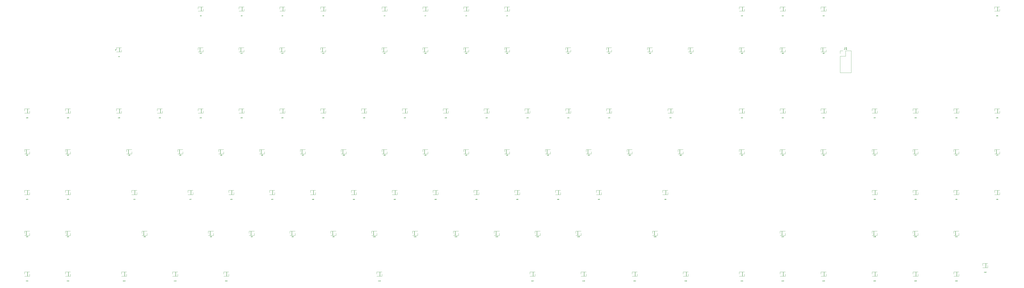
<source format=gbr>
%TF.GenerationSoftware,KiCad,Pcbnew,(6.0.0)*%
%TF.CreationDate,2022-04-04T18:27:56-04:00*%
%TF.ProjectId,SweetBusinessRGBCore,53776565-7442-4757-9369-6e6573735247,rev?*%
%TF.SameCoordinates,Original*%
%TF.FileFunction,Legend,Top*%
%TF.FilePolarity,Positive*%
%FSLAX46Y46*%
G04 Gerber Fmt 4.6, Leading zero omitted, Abs format (unit mm)*
G04 Created by KiCad (PCBNEW (6.0.0)) date 2022-04-04 18:27:56*
%MOMM*%
%LPD*%
G01*
G04 APERTURE LIST*
%ADD10C,0.040000*%
%ADD11C,0.150000*%
%ADD12C,0.075000*%
%ADD13C,0.120000*%
G04 APERTURE END LIST*
D10*
%TO.C,LC14*%
X156876785Y-151719395D02*
X156757738Y-151719395D01*
X156757738Y-151469395D01*
X157102976Y-151695585D02*
X157091071Y-151707490D01*
X157055357Y-151719395D01*
X157031547Y-151719395D01*
X156995833Y-151707490D01*
X156972023Y-151683680D01*
X156960119Y-151659871D01*
X156948214Y-151612252D01*
X156948214Y-151576538D01*
X156960119Y-151528919D01*
X156972023Y-151505109D01*
X156995833Y-151481300D01*
X157031547Y-151469395D01*
X157055357Y-151469395D01*
X157091071Y-151481300D01*
X157102976Y-151493204D01*
X157341071Y-151719395D02*
X157198214Y-151719395D01*
X157269642Y-151719395D02*
X157269642Y-151469395D01*
X157245833Y-151505109D01*
X157222023Y-151528919D01*
X157198214Y-151540823D01*
X157555357Y-151552728D02*
X157555357Y-151719395D01*
X157495833Y-151457490D02*
X157436309Y-151636061D01*
X157591071Y-151636061D01*
%TO.C,LC89*%
X452151785Y-219981795D02*
X452032738Y-219981795D01*
X452032738Y-219731795D01*
X452377976Y-219957985D02*
X452366071Y-219969890D01*
X452330357Y-219981795D01*
X452306547Y-219981795D01*
X452270833Y-219969890D01*
X452247023Y-219946080D01*
X452235119Y-219922271D01*
X452223214Y-219874652D01*
X452223214Y-219838938D01*
X452235119Y-219791319D01*
X452247023Y-219767509D01*
X452270833Y-219743700D01*
X452306547Y-219731795D01*
X452330357Y-219731795D01*
X452366071Y-219743700D01*
X452377976Y-219755604D01*
X452520833Y-219838938D02*
X452497023Y-219827033D01*
X452485119Y-219815128D01*
X452473214Y-219791319D01*
X452473214Y-219779414D01*
X452485119Y-219755604D01*
X452497023Y-219743700D01*
X452520833Y-219731795D01*
X452568452Y-219731795D01*
X452592261Y-219743700D01*
X452604166Y-219755604D01*
X452616071Y-219779414D01*
X452616071Y-219791319D01*
X452604166Y-219815128D01*
X452592261Y-219827033D01*
X452568452Y-219838938D01*
X452520833Y-219838938D01*
X452497023Y-219850842D01*
X452485119Y-219862747D01*
X452473214Y-219886557D01*
X452473214Y-219934176D01*
X452485119Y-219957985D01*
X452497023Y-219969890D01*
X452520833Y-219981795D01*
X452568452Y-219981795D01*
X452592261Y-219969890D01*
X452604166Y-219957985D01*
X452616071Y-219934176D01*
X452616071Y-219886557D01*
X452604166Y-219862747D01*
X452592261Y-219850842D01*
X452568452Y-219838938D01*
X452735119Y-219981795D02*
X452782738Y-219981795D01*
X452806547Y-219969890D01*
X452818452Y-219957985D01*
X452842261Y-219922271D01*
X452854166Y-219874652D01*
X452854166Y-219779414D01*
X452842261Y-219755604D01*
X452830357Y-219743700D01*
X452806547Y-219731795D01*
X452758928Y-219731795D01*
X452735119Y-219743700D01*
X452723214Y-219755604D01*
X452711309Y-219779414D01*
X452711309Y-219838938D01*
X452723214Y-219862747D01*
X452735119Y-219874652D01*
X452758928Y-219886557D01*
X452806547Y-219886557D01*
X452830357Y-219874652D01*
X452842261Y-219862747D01*
X452854166Y-219838938D01*
%TO.C,LC91*%
X490251785Y-219981795D02*
X490132738Y-219981795D01*
X490132738Y-219731795D01*
X490477976Y-219957985D02*
X490466071Y-219969890D01*
X490430357Y-219981795D01*
X490406547Y-219981795D01*
X490370833Y-219969890D01*
X490347023Y-219946080D01*
X490335119Y-219922271D01*
X490323214Y-219874652D01*
X490323214Y-219838938D01*
X490335119Y-219791319D01*
X490347023Y-219767509D01*
X490370833Y-219743700D01*
X490406547Y-219731795D01*
X490430357Y-219731795D01*
X490466071Y-219743700D01*
X490477976Y-219755604D01*
X490597023Y-219981795D02*
X490644642Y-219981795D01*
X490668452Y-219969890D01*
X490680357Y-219957985D01*
X490704166Y-219922271D01*
X490716071Y-219874652D01*
X490716071Y-219779414D01*
X490704166Y-219755604D01*
X490692261Y-219743700D01*
X490668452Y-219731795D01*
X490620833Y-219731795D01*
X490597023Y-219743700D01*
X490585119Y-219755604D01*
X490573214Y-219779414D01*
X490573214Y-219838938D01*
X490585119Y-219862747D01*
X490597023Y-219874652D01*
X490620833Y-219886557D01*
X490668452Y-219886557D01*
X490692261Y-219874652D01*
X490704166Y-219862747D01*
X490716071Y-219838938D01*
X490954166Y-219981795D02*
X490811309Y-219981795D01*
X490882738Y-219981795D02*
X490882738Y-219731795D01*
X490858928Y-219767509D01*
X490835119Y-219791319D01*
X490811309Y-219803223D01*
%TO.C,LC124*%
X452032738Y-258081795D02*
X451913690Y-258081795D01*
X451913690Y-257831795D01*
X452258928Y-258057985D02*
X452247023Y-258069890D01*
X452211309Y-258081795D01*
X452187500Y-258081795D01*
X452151785Y-258069890D01*
X452127976Y-258046080D01*
X452116071Y-258022271D01*
X452104166Y-257974652D01*
X452104166Y-257938938D01*
X452116071Y-257891319D01*
X452127976Y-257867509D01*
X452151785Y-257843700D01*
X452187500Y-257831795D01*
X452211309Y-257831795D01*
X452247023Y-257843700D01*
X452258928Y-257855604D01*
X452497023Y-258081795D02*
X452354166Y-258081795D01*
X452425595Y-258081795D02*
X452425595Y-257831795D01*
X452401785Y-257867509D01*
X452377976Y-257891319D01*
X452354166Y-257903223D01*
X452592261Y-257855604D02*
X452604166Y-257843700D01*
X452627976Y-257831795D01*
X452687500Y-257831795D01*
X452711309Y-257843700D01*
X452723214Y-257855604D01*
X452735119Y-257879414D01*
X452735119Y-257903223D01*
X452723214Y-257938938D01*
X452580357Y-258081795D01*
X452735119Y-258081795D01*
X452949404Y-257915128D02*
X452949404Y-258081795D01*
X452889880Y-257819890D02*
X452830357Y-257998461D01*
X452985119Y-257998461D01*
%TO.C,LC37*%
X233076785Y-181881795D02*
X232957738Y-181881795D01*
X232957738Y-181631795D01*
X233302976Y-181857985D02*
X233291071Y-181869890D01*
X233255357Y-181881795D01*
X233231547Y-181881795D01*
X233195833Y-181869890D01*
X233172023Y-181846080D01*
X233160119Y-181822271D01*
X233148214Y-181774652D01*
X233148214Y-181738938D01*
X233160119Y-181691319D01*
X233172023Y-181667509D01*
X233195833Y-181643700D01*
X233231547Y-181631795D01*
X233255357Y-181631795D01*
X233291071Y-181643700D01*
X233302976Y-181655604D01*
X233386309Y-181631795D02*
X233541071Y-181631795D01*
X233457738Y-181727033D01*
X233493452Y-181727033D01*
X233517261Y-181738938D01*
X233529166Y-181750842D01*
X233541071Y-181774652D01*
X233541071Y-181834176D01*
X233529166Y-181857985D01*
X233517261Y-181869890D01*
X233493452Y-181881795D01*
X233422023Y-181881795D01*
X233398214Y-181869890D01*
X233386309Y-181857985D01*
X233624404Y-181631795D02*
X233791071Y-181631795D01*
X233683928Y-181881795D01*
%TO.C,LC119*%
X340113988Y-258081795D02*
X339994940Y-258081795D01*
X339994940Y-257831795D01*
X340340178Y-258057985D02*
X340328273Y-258069890D01*
X340292559Y-258081795D01*
X340268750Y-258081795D01*
X340233035Y-258069890D01*
X340209226Y-258046080D01*
X340197321Y-258022271D01*
X340185416Y-257974652D01*
X340185416Y-257938938D01*
X340197321Y-257891319D01*
X340209226Y-257867509D01*
X340233035Y-257843700D01*
X340268750Y-257831795D01*
X340292559Y-257831795D01*
X340328273Y-257843700D01*
X340340178Y-257855604D01*
X340578273Y-258081795D02*
X340435416Y-258081795D01*
X340506845Y-258081795D02*
X340506845Y-257831795D01*
X340483035Y-257867509D01*
X340459226Y-257891319D01*
X340435416Y-257903223D01*
X340816369Y-258081795D02*
X340673511Y-258081795D01*
X340744940Y-258081795D02*
X340744940Y-257831795D01*
X340721130Y-257867509D01*
X340697321Y-257891319D01*
X340673511Y-257903223D01*
X340935416Y-258081795D02*
X340983035Y-258081795D01*
X341006845Y-258069890D01*
X341018750Y-258057985D01*
X341042559Y-258022271D01*
X341054464Y-257974652D01*
X341054464Y-257879414D01*
X341042559Y-257855604D01*
X341030654Y-257843700D01*
X341006845Y-257831795D01*
X340959226Y-257831795D01*
X340935416Y-257843700D01*
X340923511Y-257855604D01*
X340911607Y-257879414D01*
X340911607Y-257938938D01*
X340923511Y-257962747D01*
X340935416Y-257974652D01*
X340959226Y-257986557D01*
X341006845Y-257986557D01*
X341030654Y-257974652D01*
X341042559Y-257962747D01*
X341054464Y-257938938D01*
%TO.C,LC28*%
X56864285Y-181881795D02*
X56745238Y-181881795D01*
X56745238Y-181631795D01*
X57090476Y-181857985D02*
X57078571Y-181869890D01*
X57042857Y-181881795D01*
X57019047Y-181881795D01*
X56983333Y-181869890D01*
X56959523Y-181846080D01*
X56947619Y-181822271D01*
X56935714Y-181774652D01*
X56935714Y-181738938D01*
X56947619Y-181691319D01*
X56959523Y-181667509D01*
X56983333Y-181643700D01*
X57019047Y-181631795D01*
X57042857Y-181631795D01*
X57078571Y-181643700D01*
X57090476Y-181655604D01*
X57185714Y-181655604D02*
X57197619Y-181643700D01*
X57221428Y-181631795D01*
X57280952Y-181631795D01*
X57304761Y-181643700D01*
X57316666Y-181655604D01*
X57328571Y-181679414D01*
X57328571Y-181703223D01*
X57316666Y-181738938D01*
X57173809Y-181881795D01*
X57328571Y-181881795D01*
X57471428Y-181738938D02*
X57447619Y-181727033D01*
X57435714Y-181715128D01*
X57423809Y-181691319D01*
X57423809Y-181679414D01*
X57435714Y-181655604D01*
X57447619Y-181643700D01*
X57471428Y-181631795D01*
X57519047Y-181631795D01*
X57542857Y-181643700D01*
X57554761Y-181655604D01*
X57566666Y-181679414D01*
X57566666Y-181691319D01*
X57554761Y-181715128D01*
X57542857Y-181727033D01*
X57519047Y-181738938D01*
X57471428Y-181738938D01*
X57447619Y-181750842D01*
X57435714Y-181762747D01*
X57423809Y-181786557D01*
X57423809Y-181834176D01*
X57435714Y-181857985D01*
X57447619Y-181869890D01*
X57471428Y-181881795D01*
X57519047Y-181881795D01*
X57542857Y-181869890D01*
X57554761Y-181857985D01*
X57566666Y-181834176D01*
X57566666Y-181786557D01*
X57554761Y-181762747D01*
X57542857Y-181750842D01*
X57519047Y-181738938D01*
%TO.C,LC102*%
X256770238Y-237444395D02*
X256651190Y-237444395D01*
X256651190Y-237194395D01*
X256996428Y-237420585D02*
X256984523Y-237432490D01*
X256948809Y-237444395D01*
X256925000Y-237444395D01*
X256889285Y-237432490D01*
X256865476Y-237408680D01*
X256853571Y-237384871D01*
X256841666Y-237337252D01*
X256841666Y-237301538D01*
X256853571Y-237253919D01*
X256865476Y-237230109D01*
X256889285Y-237206300D01*
X256925000Y-237194395D01*
X256948809Y-237194395D01*
X256984523Y-237206300D01*
X256996428Y-237218204D01*
X257234523Y-237444395D02*
X257091666Y-237444395D01*
X257163095Y-237444395D02*
X257163095Y-237194395D01*
X257139285Y-237230109D01*
X257115476Y-237253919D01*
X257091666Y-237265823D01*
X257389285Y-237194395D02*
X257413095Y-237194395D01*
X257436904Y-237206300D01*
X257448809Y-237218204D01*
X257460714Y-237242014D01*
X257472619Y-237289633D01*
X257472619Y-237349157D01*
X257460714Y-237396776D01*
X257448809Y-237420585D01*
X257436904Y-237432490D01*
X257413095Y-237444395D01*
X257389285Y-237444395D01*
X257365476Y-237432490D01*
X257353571Y-237420585D01*
X257341666Y-237396776D01*
X257329761Y-237349157D01*
X257329761Y-237289633D01*
X257341666Y-237242014D01*
X257353571Y-237218204D01*
X257365476Y-237206300D01*
X257389285Y-237194395D01*
X257567857Y-237218204D02*
X257579761Y-237206300D01*
X257603571Y-237194395D01*
X257663095Y-237194395D01*
X257686904Y-237206300D01*
X257698809Y-237218204D01*
X257710714Y-237242014D01*
X257710714Y-237265823D01*
X257698809Y-237301538D01*
X257555952Y-237444395D01*
X257710714Y-237444395D01*
%TO.C,LC39*%
X271176785Y-181881795D02*
X271057738Y-181881795D01*
X271057738Y-181631795D01*
X271402976Y-181857985D02*
X271391071Y-181869890D01*
X271355357Y-181881795D01*
X271331547Y-181881795D01*
X271295833Y-181869890D01*
X271272023Y-181846080D01*
X271260119Y-181822271D01*
X271248214Y-181774652D01*
X271248214Y-181738938D01*
X271260119Y-181691319D01*
X271272023Y-181667509D01*
X271295833Y-181643700D01*
X271331547Y-181631795D01*
X271355357Y-181631795D01*
X271391071Y-181643700D01*
X271402976Y-181655604D01*
X271486309Y-181631795D02*
X271641071Y-181631795D01*
X271557738Y-181727033D01*
X271593452Y-181727033D01*
X271617261Y-181738938D01*
X271629166Y-181750842D01*
X271641071Y-181774652D01*
X271641071Y-181834176D01*
X271629166Y-181857985D01*
X271617261Y-181869890D01*
X271593452Y-181881795D01*
X271522023Y-181881795D01*
X271498214Y-181869890D01*
X271486309Y-181857985D01*
X271760119Y-181881795D02*
X271807738Y-181881795D01*
X271831547Y-181869890D01*
X271843452Y-181857985D01*
X271867261Y-181822271D01*
X271879166Y-181774652D01*
X271879166Y-181679414D01*
X271867261Y-181655604D01*
X271855357Y-181643700D01*
X271831547Y-181631795D01*
X271783928Y-181631795D01*
X271760119Y-181643700D01*
X271748214Y-181655604D01*
X271736309Y-181679414D01*
X271736309Y-181738938D01*
X271748214Y-181762747D01*
X271760119Y-181774652D01*
X271783928Y-181786557D01*
X271831547Y-181786557D01*
X271855357Y-181774652D01*
X271867261Y-181762747D01*
X271879166Y-181738938D01*
%TO.C,LC9*%
X280820833Y-134256795D02*
X280701785Y-134256795D01*
X280701785Y-134006795D01*
X281047023Y-134232985D02*
X281035119Y-134244890D01*
X280999404Y-134256795D01*
X280975595Y-134256795D01*
X280939880Y-134244890D01*
X280916071Y-134221080D01*
X280904166Y-134197271D01*
X280892261Y-134149652D01*
X280892261Y-134113938D01*
X280904166Y-134066319D01*
X280916071Y-134042509D01*
X280939880Y-134018700D01*
X280975595Y-134006795D01*
X280999404Y-134006795D01*
X281035119Y-134018700D01*
X281047023Y-134030604D01*
X281166071Y-134256795D02*
X281213690Y-134256795D01*
X281237500Y-134244890D01*
X281249404Y-134232985D01*
X281273214Y-134197271D01*
X281285119Y-134149652D01*
X281285119Y-134054414D01*
X281273214Y-134030604D01*
X281261309Y-134018700D01*
X281237500Y-134006795D01*
X281189880Y-134006795D01*
X281166071Y-134018700D01*
X281154166Y-134030604D01*
X281142261Y-134054414D01*
X281142261Y-134113938D01*
X281154166Y-134137747D01*
X281166071Y-134149652D01*
X281189880Y-134161557D01*
X281237500Y-134161557D01*
X281261309Y-134149652D01*
X281273214Y-134137747D01*
X281285119Y-134113938D01*
%TO.C,LC60*%
X242601785Y-199344395D02*
X242482738Y-199344395D01*
X242482738Y-199094395D01*
X242827976Y-199320585D02*
X242816071Y-199332490D01*
X242780357Y-199344395D01*
X242756547Y-199344395D01*
X242720833Y-199332490D01*
X242697023Y-199308680D01*
X242685119Y-199284871D01*
X242673214Y-199237252D01*
X242673214Y-199201538D01*
X242685119Y-199153919D01*
X242697023Y-199130109D01*
X242720833Y-199106300D01*
X242756547Y-199094395D01*
X242780357Y-199094395D01*
X242816071Y-199106300D01*
X242827976Y-199118204D01*
X243042261Y-199094395D02*
X242994642Y-199094395D01*
X242970833Y-199106300D01*
X242958928Y-199118204D01*
X242935119Y-199153919D01*
X242923214Y-199201538D01*
X242923214Y-199296776D01*
X242935119Y-199320585D01*
X242947023Y-199332490D01*
X242970833Y-199344395D01*
X243018452Y-199344395D01*
X243042261Y-199332490D01*
X243054166Y-199320585D01*
X243066071Y-199296776D01*
X243066071Y-199237252D01*
X243054166Y-199213442D01*
X243042261Y-199201538D01*
X243018452Y-199189633D01*
X242970833Y-199189633D01*
X242947023Y-199201538D01*
X242935119Y-199213442D01*
X242923214Y-199237252D01*
X243220833Y-199094395D02*
X243244642Y-199094395D01*
X243268452Y-199106300D01*
X243280357Y-199118204D01*
X243292261Y-199142014D01*
X243304166Y-199189633D01*
X243304166Y-199249157D01*
X243292261Y-199296776D01*
X243280357Y-199320585D01*
X243268452Y-199332490D01*
X243244642Y-199344395D01*
X243220833Y-199344395D01*
X243197023Y-199332490D01*
X243185119Y-199320585D01*
X243173214Y-199296776D01*
X243161309Y-199249157D01*
X243161309Y-199189633D01*
X243173214Y-199142014D01*
X243185119Y-199118204D01*
X243197023Y-199106300D01*
X243220833Y-199094395D01*
%TO.C,LC98*%
X180689285Y-237444395D02*
X180570238Y-237444395D01*
X180570238Y-237194395D01*
X180915476Y-237420585D02*
X180903571Y-237432490D01*
X180867857Y-237444395D01*
X180844047Y-237444395D01*
X180808333Y-237432490D01*
X180784523Y-237408680D01*
X180772619Y-237384871D01*
X180760714Y-237337252D01*
X180760714Y-237301538D01*
X180772619Y-237253919D01*
X180784523Y-237230109D01*
X180808333Y-237206300D01*
X180844047Y-237194395D01*
X180867857Y-237194395D01*
X180903571Y-237206300D01*
X180915476Y-237218204D01*
X181034523Y-237444395D02*
X181082142Y-237444395D01*
X181105952Y-237432490D01*
X181117857Y-237420585D01*
X181141666Y-237384871D01*
X181153571Y-237337252D01*
X181153571Y-237242014D01*
X181141666Y-237218204D01*
X181129761Y-237206300D01*
X181105952Y-237194395D01*
X181058333Y-237194395D01*
X181034523Y-237206300D01*
X181022619Y-237218204D01*
X181010714Y-237242014D01*
X181010714Y-237301538D01*
X181022619Y-237325347D01*
X181034523Y-237337252D01*
X181058333Y-237349157D01*
X181105952Y-237349157D01*
X181129761Y-237337252D01*
X181141666Y-237325347D01*
X181153571Y-237301538D01*
X181296428Y-237301538D02*
X181272619Y-237289633D01*
X181260714Y-237277728D01*
X181248809Y-237253919D01*
X181248809Y-237242014D01*
X181260714Y-237218204D01*
X181272619Y-237206300D01*
X181296428Y-237194395D01*
X181344047Y-237194395D01*
X181367857Y-237206300D01*
X181379761Y-237218204D01*
X181391666Y-237242014D01*
X181391666Y-237253919D01*
X181379761Y-237277728D01*
X181367857Y-237289633D01*
X181344047Y-237301538D01*
X181296428Y-237301538D01*
X181272619Y-237313442D01*
X181260714Y-237325347D01*
X181248809Y-237349157D01*
X181248809Y-237396776D01*
X181260714Y-237420585D01*
X181272619Y-237432490D01*
X181296428Y-237444395D01*
X181344047Y-237444395D01*
X181367857Y-237432490D01*
X181379761Y-237420585D01*
X181391666Y-237396776D01*
X181391666Y-237349157D01*
X181379761Y-237325347D01*
X181367857Y-237313442D01*
X181344047Y-237301538D01*
%TO.C,LC36*%
X214026785Y-181881795D02*
X213907738Y-181881795D01*
X213907738Y-181631795D01*
X214252976Y-181857985D02*
X214241071Y-181869890D01*
X214205357Y-181881795D01*
X214181547Y-181881795D01*
X214145833Y-181869890D01*
X214122023Y-181846080D01*
X214110119Y-181822271D01*
X214098214Y-181774652D01*
X214098214Y-181738938D01*
X214110119Y-181691319D01*
X214122023Y-181667509D01*
X214145833Y-181643700D01*
X214181547Y-181631795D01*
X214205357Y-181631795D01*
X214241071Y-181643700D01*
X214252976Y-181655604D01*
X214336309Y-181631795D02*
X214491071Y-181631795D01*
X214407738Y-181727033D01*
X214443452Y-181727033D01*
X214467261Y-181738938D01*
X214479166Y-181750842D01*
X214491071Y-181774652D01*
X214491071Y-181834176D01*
X214479166Y-181857985D01*
X214467261Y-181869890D01*
X214443452Y-181881795D01*
X214372023Y-181881795D01*
X214348214Y-181869890D01*
X214336309Y-181857985D01*
X214705357Y-181631795D02*
X214657738Y-181631795D01*
X214633928Y-181643700D01*
X214622023Y-181655604D01*
X214598214Y-181691319D01*
X214586309Y-181738938D01*
X214586309Y-181834176D01*
X214598214Y-181857985D01*
X214610119Y-181869890D01*
X214633928Y-181881795D01*
X214681547Y-181881795D01*
X214705357Y-181869890D01*
X214717261Y-181857985D01*
X214729166Y-181834176D01*
X214729166Y-181774652D01*
X214717261Y-181750842D01*
X214705357Y-181738938D01*
X214681547Y-181727033D01*
X214633928Y-181727033D01*
X214610119Y-181738938D01*
X214598214Y-181750842D01*
X214586309Y-181774652D01*
%TO.C,LC114*%
X125801488Y-258081795D02*
X125682440Y-258081795D01*
X125682440Y-257831795D01*
X126027678Y-258057985D02*
X126015773Y-258069890D01*
X125980059Y-258081795D01*
X125956250Y-258081795D01*
X125920535Y-258069890D01*
X125896726Y-258046080D01*
X125884821Y-258022271D01*
X125872916Y-257974652D01*
X125872916Y-257938938D01*
X125884821Y-257891319D01*
X125896726Y-257867509D01*
X125920535Y-257843700D01*
X125956250Y-257831795D01*
X125980059Y-257831795D01*
X126015773Y-257843700D01*
X126027678Y-257855604D01*
X126265773Y-258081795D02*
X126122916Y-258081795D01*
X126194345Y-258081795D02*
X126194345Y-257831795D01*
X126170535Y-257867509D01*
X126146726Y-257891319D01*
X126122916Y-257903223D01*
X126503869Y-258081795D02*
X126361011Y-258081795D01*
X126432440Y-258081795D02*
X126432440Y-257831795D01*
X126408630Y-257867509D01*
X126384821Y-257891319D01*
X126361011Y-257903223D01*
X126718154Y-257915128D02*
X126718154Y-258081795D01*
X126658630Y-257819890D02*
X126599107Y-257998461D01*
X126753869Y-257998461D01*
%TO.C,LC2*%
X137945833Y-134256795D02*
X137826785Y-134256795D01*
X137826785Y-134006795D01*
X138172023Y-134232985D02*
X138160119Y-134244890D01*
X138124404Y-134256795D01*
X138100595Y-134256795D01*
X138064880Y-134244890D01*
X138041071Y-134221080D01*
X138029166Y-134197271D01*
X138017261Y-134149652D01*
X138017261Y-134113938D01*
X138029166Y-134066319D01*
X138041071Y-134042509D01*
X138064880Y-134018700D01*
X138100595Y-134006795D01*
X138124404Y-134006795D01*
X138160119Y-134018700D01*
X138172023Y-134030604D01*
X138267261Y-134030604D02*
X138279166Y-134018700D01*
X138302976Y-134006795D01*
X138362500Y-134006795D01*
X138386309Y-134018700D01*
X138398214Y-134030604D01*
X138410119Y-134054414D01*
X138410119Y-134078223D01*
X138398214Y-134113938D01*
X138255357Y-134256795D01*
X138410119Y-134256795D01*
%TO.C,LC118*%
X316301488Y-258081795D02*
X316182440Y-258081795D01*
X316182440Y-257831795D01*
X316527678Y-258057985D02*
X316515773Y-258069890D01*
X316480059Y-258081795D01*
X316456250Y-258081795D01*
X316420535Y-258069890D01*
X316396726Y-258046080D01*
X316384821Y-258022271D01*
X316372916Y-257974652D01*
X316372916Y-257938938D01*
X316384821Y-257891319D01*
X316396726Y-257867509D01*
X316420535Y-257843700D01*
X316456250Y-257831795D01*
X316480059Y-257831795D01*
X316515773Y-257843700D01*
X316527678Y-257855604D01*
X316765773Y-258081795D02*
X316622916Y-258081795D01*
X316694345Y-258081795D02*
X316694345Y-257831795D01*
X316670535Y-257867509D01*
X316646726Y-257891319D01*
X316622916Y-257903223D01*
X317003869Y-258081795D02*
X316861011Y-258081795D01*
X316932440Y-258081795D02*
X316932440Y-257831795D01*
X316908630Y-257867509D01*
X316884821Y-257891319D01*
X316861011Y-257903223D01*
X317146726Y-257938938D02*
X317122916Y-257927033D01*
X317111011Y-257915128D01*
X317099107Y-257891319D01*
X317099107Y-257879414D01*
X317111011Y-257855604D01*
X317122916Y-257843700D01*
X317146726Y-257831795D01*
X317194345Y-257831795D01*
X317218154Y-257843700D01*
X317230059Y-257855604D01*
X317241964Y-257879414D01*
X317241964Y-257891319D01*
X317230059Y-257915128D01*
X317218154Y-257927033D01*
X317194345Y-257938938D01*
X317146726Y-257938938D01*
X317122916Y-257950842D01*
X317111011Y-257962747D01*
X317099107Y-257986557D01*
X317099107Y-258034176D01*
X317111011Y-258057985D01*
X317122916Y-258069890D01*
X317146726Y-258081795D01*
X317194345Y-258081795D01*
X317218154Y-258069890D01*
X317230059Y-258057985D01*
X317241964Y-258034176D01*
X317241964Y-257986557D01*
X317230059Y-257962747D01*
X317218154Y-257950842D01*
X317194345Y-257938938D01*
%TO.C,LC5*%
X195095833Y-134256795D02*
X194976785Y-134256795D01*
X194976785Y-134006795D01*
X195322023Y-134232985D02*
X195310119Y-134244890D01*
X195274404Y-134256795D01*
X195250595Y-134256795D01*
X195214880Y-134244890D01*
X195191071Y-134221080D01*
X195179166Y-134197271D01*
X195167261Y-134149652D01*
X195167261Y-134113938D01*
X195179166Y-134066319D01*
X195191071Y-134042509D01*
X195214880Y-134018700D01*
X195250595Y-134006795D01*
X195274404Y-134006795D01*
X195310119Y-134018700D01*
X195322023Y-134030604D01*
X195548214Y-134006795D02*
X195429166Y-134006795D01*
X195417261Y-134125842D01*
X195429166Y-134113938D01*
X195452976Y-134102033D01*
X195512500Y-134102033D01*
X195536309Y-134113938D01*
X195548214Y-134125842D01*
X195560119Y-134149652D01*
X195560119Y-134209176D01*
X195548214Y-134232985D01*
X195536309Y-134244890D01*
X195512500Y-134256795D01*
X195452976Y-134256795D01*
X195429166Y-134244890D01*
X195417261Y-134232985D01*
%TO.C,LC82*%
X228314285Y-219981795D02*
X228195238Y-219981795D01*
X228195238Y-219731795D01*
X228540476Y-219957985D02*
X228528571Y-219969890D01*
X228492857Y-219981795D01*
X228469047Y-219981795D01*
X228433333Y-219969890D01*
X228409523Y-219946080D01*
X228397619Y-219922271D01*
X228385714Y-219874652D01*
X228385714Y-219838938D01*
X228397619Y-219791319D01*
X228409523Y-219767509D01*
X228433333Y-219743700D01*
X228469047Y-219731795D01*
X228492857Y-219731795D01*
X228528571Y-219743700D01*
X228540476Y-219755604D01*
X228683333Y-219838938D02*
X228659523Y-219827033D01*
X228647619Y-219815128D01*
X228635714Y-219791319D01*
X228635714Y-219779414D01*
X228647619Y-219755604D01*
X228659523Y-219743700D01*
X228683333Y-219731795D01*
X228730952Y-219731795D01*
X228754761Y-219743700D01*
X228766666Y-219755604D01*
X228778571Y-219779414D01*
X228778571Y-219791319D01*
X228766666Y-219815128D01*
X228754761Y-219827033D01*
X228730952Y-219838938D01*
X228683333Y-219838938D01*
X228659523Y-219850842D01*
X228647619Y-219862747D01*
X228635714Y-219886557D01*
X228635714Y-219934176D01*
X228647619Y-219957985D01*
X228659523Y-219969890D01*
X228683333Y-219981795D01*
X228730952Y-219981795D01*
X228754761Y-219969890D01*
X228766666Y-219957985D01*
X228778571Y-219934176D01*
X228778571Y-219886557D01*
X228766666Y-219862747D01*
X228754761Y-219850842D01*
X228730952Y-219838938D01*
X228873809Y-219755604D02*
X228885714Y-219743700D01*
X228909523Y-219731795D01*
X228969047Y-219731795D01*
X228992857Y-219743700D01*
X229004761Y-219755604D01*
X229016666Y-219779414D01*
X229016666Y-219803223D01*
X229004761Y-219838938D01*
X228861904Y-219981795D01*
X229016666Y-219981795D01*
%TO.C,LC6*%
X223670833Y-134256795D02*
X223551785Y-134256795D01*
X223551785Y-134006795D01*
X223897023Y-134232985D02*
X223885119Y-134244890D01*
X223849404Y-134256795D01*
X223825595Y-134256795D01*
X223789880Y-134244890D01*
X223766071Y-134221080D01*
X223754166Y-134197271D01*
X223742261Y-134149652D01*
X223742261Y-134113938D01*
X223754166Y-134066319D01*
X223766071Y-134042509D01*
X223789880Y-134018700D01*
X223825595Y-134006795D01*
X223849404Y-134006795D01*
X223885119Y-134018700D01*
X223897023Y-134030604D01*
X224111309Y-134006795D02*
X224063690Y-134006795D01*
X224039880Y-134018700D01*
X224027976Y-134030604D01*
X224004166Y-134066319D01*
X223992261Y-134113938D01*
X223992261Y-134209176D01*
X224004166Y-134232985D01*
X224016071Y-134244890D01*
X224039880Y-134256795D01*
X224087500Y-134256795D01*
X224111309Y-134244890D01*
X224123214Y-134232985D01*
X224135119Y-134209176D01*
X224135119Y-134149652D01*
X224123214Y-134125842D01*
X224111309Y-134113938D01*
X224087500Y-134102033D01*
X224039880Y-134102033D01*
X224016071Y-134113938D01*
X224004166Y-134125842D01*
X223992261Y-134149652D01*
%TO.C,LC107*%
X409170238Y-237444395D02*
X409051190Y-237444395D01*
X409051190Y-237194395D01*
X409396428Y-237420585D02*
X409384523Y-237432490D01*
X409348809Y-237444395D01*
X409325000Y-237444395D01*
X409289285Y-237432490D01*
X409265476Y-237408680D01*
X409253571Y-237384871D01*
X409241666Y-237337252D01*
X409241666Y-237301538D01*
X409253571Y-237253919D01*
X409265476Y-237230109D01*
X409289285Y-237206300D01*
X409325000Y-237194395D01*
X409348809Y-237194395D01*
X409384523Y-237206300D01*
X409396428Y-237218204D01*
X409634523Y-237444395D02*
X409491666Y-237444395D01*
X409563095Y-237444395D02*
X409563095Y-237194395D01*
X409539285Y-237230109D01*
X409515476Y-237253919D01*
X409491666Y-237265823D01*
X409789285Y-237194395D02*
X409813095Y-237194395D01*
X409836904Y-237206300D01*
X409848809Y-237218204D01*
X409860714Y-237242014D01*
X409872619Y-237289633D01*
X409872619Y-237349157D01*
X409860714Y-237396776D01*
X409848809Y-237420585D01*
X409836904Y-237432490D01*
X409813095Y-237444395D01*
X409789285Y-237444395D01*
X409765476Y-237432490D01*
X409753571Y-237420585D01*
X409741666Y-237396776D01*
X409729761Y-237349157D01*
X409729761Y-237289633D01*
X409741666Y-237242014D01*
X409753571Y-237218204D01*
X409765476Y-237206300D01*
X409789285Y-237194395D01*
X409955952Y-237194395D02*
X410122619Y-237194395D01*
X410015476Y-237444395D01*
%TO.C,LC81*%
X209264285Y-219981795D02*
X209145238Y-219981795D01*
X209145238Y-219731795D01*
X209490476Y-219957985D02*
X209478571Y-219969890D01*
X209442857Y-219981795D01*
X209419047Y-219981795D01*
X209383333Y-219969890D01*
X209359523Y-219946080D01*
X209347619Y-219922271D01*
X209335714Y-219874652D01*
X209335714Y-219838938D01*
X209347619Y-219791319D01*
X209359523Y-219767509D01*
X209383333Y-219743700D01*
X209419047Y-219731795D01*
X209442857Y-219731795D01*
X209478571Y-219743700D01*
X209490476Y-219755604D01*
X209633333Y-219838938D02*
X209609523Y-219827033D01*
X209597619Y-219815128D01*
X209585714Y-219791319D01*
X209585714Y-219779414D01*
X209597619Y-219755604D01*
X209609523Y-219743700D01*
X209633333Y-219731795D01*
X209680952Y-219731795D01*
X209704761Y-219743700D01*
X209716666Y-219755604D01*
X209728571Y-219779414D01*
X209728571Y-219791319D01*
X209716666Y-219815128D01*
X209704761Y-219827033D01*
X209680952Y-219838938D01*
X209633333Y-219838938D01*
X209609523Y-219850842D01*
X209597619Y-219862747D01*
X209585714Y-219886557D01*
X209585714Y-219934176D01*
X209597619Y-219957985D01*
X209609523Y-219969890D01*
X209633333Y-219981795D01*
X209680952Y-219981795D01*
X209704761Y-219969890D01*
X209716666Y-219957985D01*
X209728571Y-219934176D01*
X209728571Y-219886557D01*
X209716666Y-219862747D01*
X209704761Y-219850842D01*
X209680952Y-219838938D01*
X209966666Y-219981795D02*
X209823809Y-219981795D01*
X209895238Y-219981795D02*
X209895238Y-219731795D01*
X209871428Y-219767509D01*
X209847619Y-219791319D01*
X209823809Y-219803223D01*
%TO.C,LC52*%
X75914285Y-199344395D02*
X75795238Y-199344395D01*
X75795238Y-199094395D01*
X76140476Y-199320585D02*
X76128571Y-199332490D01*
X76092857Y-199344395D01*
X76069047Y-199344395D01*
X76033333Y-199332490D01*
X76009523Y-199308680D01*
X75997619Y-199284871D01*
X75985714Y-199237252D01*
X75985714Y-199201538D01*
X75997619Y-199153919D01*
X76009523Y-199130109D01*
X76033333Y-199106300D01*
X76069047Y-199094395D01*
X76092857Y-199094395D01*
X76128571Y-199106300D01*
X76140476Y-199118204D01*
X76366666Y-199094395D02*
X76247619Y-199094395D01*
X76235714Y-199213442D01*
X76247619Y-199201538D01*
X76271428Y-199189633D01*
X76330952Y-199189633D01*
X76354761Y-199201538D01*
X76366666Y-199213442D01*
X76378571Y-199237252D01*
X76378571Y-199296776D01*
X76366666Y-199320585D01*
X76354761Y-199332490D01*
X76330952Y-199344395D01*
X76271428Y-199344395D01*
X76247619Y-199332490D01*
X76235714Y-199320585D01*
X76473809Y-199118204D02*
X76485714Y-199106300D01*
X76509523Y-199094395D01*
X76569047Y-199094395D01*
X76592857Y-199106300D01*
X76604761Y-199118204D01*
X76616666Y-199142014D01*
X76616666Y-199165823D01*
X76604761Y-199201538D01*
X76461904Y-199344395D01*
X76616666Y-199344395D01*
%TO.C,LC73*%
X509301785Y-199344395D02*
X509182738Y-199344395D01*
X509182738Y-199094395D01*
X509527976Y-199320585D02*
X509516071Y-199332490D01*
X509480357Y-199344395D01*
X509456547Y-199344395D01*
X509420833Y-199332490D01*
X509397023Y-199308680D01*
X509385119Y-199284871D01*
X509373214Y-199237252D01*
X509373214Y-199201538D01*
X509385119Y-199153919D01*
X509397023Y-199130109D01*
X509420833Y-199106300D01*
X509456547Y-199094395D01*
X509480357Y-199094395D01*
X509516071Y-199106300D01*
X509527976Y-199118204D01*
X509611309Y-199094395D02*
X509777976Y-199094395D01*
X509670833Y-199344395D01*
X509849404Y-199094395D02*
X510004166Y-199094395D01*
X509920833Y-199189633D01*
X509956547Y-199189633D01*
X509980357Y-199201538D01*
X509992261Y-199213442D01*
X510004166Y-199237252D01*
X510004166Y-199296776D01*
X509992261Y-199320585D01*
X509980357Y-199332490D01*
X509956547Y-199344395D01*
X509885119Y-199344395D01*
X509861309Y-199332490D01*
X509849404Y-199320585D01*
%TO.C,LC51*%
X56864285Y-199344395D02*
X56745238Y-199344395D01*
X56745238Y-199094395D01*
X57090476Y-199320585D02*
X57078571Y-199332490D01*
X57042857Y-199344395D01*
X57019047Y-199344395D01*
X56983333Y-199332490D01*
X56959523Y-199308680D01*
X56947619Y-199284871D01*
X56935714Y-199237252D01*
X56935714Y-199201538D01*
X56947619Y-199153919D01*
X56959523Y-199130109D01*
X56983333Y-199106300D01*
X57019047Y-199094395D01*
X57042857Y-199094395D01*
X57078571Y-199106300D01*
X57090476Y-199118204D01*
X57316666Y-199094395D02*
X57197619Y-199094395D01*
X57185714Y-199213442D01*
X57197619Y-199201538D01*
X57221428Y-199189633D01*
X57280952Y-199189633D01*
X57304761Y-199201538D01*
X57316666Y-199213442D01*
X57328571Y-199237252D01*
X57328571Y-199296776D01*
X57316666Y-199320585D01*
X57304761Y-199332490D01*
X57280952Y-199344395D01*
X57221428Y-199344395D01*
X57197619Y-199332490D01*
X57185714Y-199320585D01*
X57566666Y-199344395D02*
X57423809Y-199344395D01*
X57495238Y-199344395D02*
X57495238Y-199094395D01*
X57471428Y-199130109D01*
X57447619Y-199153919D01*
X57423809Y-199165823D01*
%TO.C,LC38*%
X252126785Y-181881795D02*
X252007738Y-181881795D01*
X252007738Y-181631795D01*
X252352976Y-181857985D02*
X252341071Y-181869890D01*
X252305357Y-181881795D01*
X252281547Y-181881795D01*
X252245833Y-181869890D01*
X252222023Y-181846080D01*
X252210119Y-181822271D01*
X252198214Y-181774652D01*
X252198214Y-181738938D01*
X252210119Y-181691319D01*
X252222023Y-181667509D01*
X252245833Y-181643700D01*
X252281547Y-181631795D01*
X252305357Y-181631795D01*
X252341071Y-181643700D01*
X252352976Y-181655604D01*
X252436309Y-181631795D02*
X252591071Y-181631795D01*
X252507738Y-181727033D01*
X252543452Y-181727033D01*
X252567261Y-181738938D01*
X252579166Y-181750842D01*
X252591071Y-181774652D01*
X252591071Y-181834176D01*
X252579166Y-181857985D01*
X252567261Y-181869890D01*
X252543452Y-181881795D01*
X252472023Y-181881795D01*
X252448214Y-181869890D01*
X252436309Y-181857985D01*
X252733928Y-181738938D02*
X252710119Y-181727033D01*
X252698214Y-181715128D01*
X252686309Y-181691319D01*
X252686309Y-181679414D01*
X252698214Y-181655604D01*
X252710119Y-181643700D01*
X252733928Y-181631795D01*
X252781547Y-181631795D01*
X252805357Y-181643700D01*
X252817261Y-181655604D01*
X252829166Y-181679414D01*
X252829166Y-181691319D01*
X252817261Y-181715128D01*
X252805357Y-181727033D01*
X252781547Y-181738938D01*
X252733928Y-181738938D01*
X252710119Y-181750842D01*
X252698214Y-181762747D01*
X252686309Y-181786557D01*
X252686309Y-181834176D01*
X252698214Y-181857985D01*
X252710119Y-181869890D01*
X252733928Y-181881795D01*
X252781547Y-181881795D01*
X252805357Y-181869890D01*
X252817261Y-181857985D01*
X252829166Y-181834176D01*
X252829166Y-181786557D01*
X252817261Y-181762747D01*
X252805357Y-181750842D01*
X252781547Y-181738938D01*
%TO.C,LC18*%
X242601785Y-151719395D02*
X242482738Y-151719395D01*
X242482738Y-151469395D01*
X242827976Y-151695585D02*
X242816071Y-151707490D01*
X242780357Y-151719395D01*
X242756547Y-151719395D01*
X242720833Y-151707490D01*
X242697023Y-151683680D01*
X242685119Y-151659871D01*
X242673214Y-151612252D01*
X242673214Y-151576538D01*
X242685119Y-151528919D01*
X242697023Y-151505109D01*
X242720833Y-151481300D01*
X242756547Y-151469395D01*
X242780357Y-151469395D01*
X242816071Y-151481300D01*
X242827976Y-151493204D01*
X243066071Y-151719395D02*
X242923214Y-151719395D01*
X242994642Y-151719395D02*
X242994642Y-151469395D01*
X242970833Y-151505109D01*
X242947023Y-151528919D01*
X242923214Y-151540823D01*
X243208928Y-151576538D02*
X243185119Y-151564633D01*
X243173214Y-151552728D01*
X243161309Y-151528919D01*
X243161309Y-151517014D01*
X243173214Y-151493204D01*
X243185119Y-151481300D01*
X243208928Y-151469395D01*
X243256547Y-151469395D01*
X243280357Y-151481300D01*
X243292261Y-151493204D01*
X243304166Y-151517014D01*
X243304166Y-151528919D01*
X243292261Y-151552728D01*
X243280357Y-151564633D01*
X243256547Y-151576538D01*
X243208928Y-151576538D01*
X243185119Y-151588442D01*
X243173214Y-151600347D01*
X243161309Y-151624157D01*
X243161309Y-151671776D01*
X243173214Y-151695585D01*
X243185119Y-151707490D01*
X243208928Y-151719395D01*
X243256547Y-151719395D01*
X243280357Y-151707490D01*
X243292261Y-151695585D01*
X243304166Y-151671776D01*
X243304166Y-151624157D01*
X243292261Y-151600347D01*
X243280357Y-151588442D01*
X243256547Y-151576538D01*
%TO.C,LC56*%
X166401785Y-199344395D02*
X166282738Y-199344395D01*
X166282738Y-199094395D01*
X166627976Y-199320585D02*
X166616071Y-199332490D01*
X166580357Y-199344395D01*
X166556547Y-199344395D01*
X166520833Y-199332490D01*
X166497023Y-199308680D01*
X166485119Y-199284871D01*
X166473214Y-199237252D01*
X166473214Y-199201538D01*
X166485119Y-199153919D01*
X166497023Y-199130109D01*
X166520833Y-199106300D01*
X166556547Y-199094395D01*
X166580357Y-199094395D01*
X166616071Y-199106300D01*
X166627976Y-199118204D01*
X166854166Y-199094395D02*
X166735119Y-199094395D01*
X166723214Y-199213442D01*
X166735119Y-199201538D01*
X166758928Y-199189633D01*
X166818452Y-199189633D01*
X166842261Y-199201538D01*
X166854166Y-199213442D01*
X166866071Y-199237252D01*
X166866071Y-199296776D01*
X166854166Y-199320585D01*
X166842261Y-199332490D01*
X166818452Y-199344395D01*
X166758928Y-199344395D01*
X166735119Y-199332490D01*
X166723214Y-199320585D01*
X167080357Y-199094395D02*
X167032738Y-199094395D01*
X167008928Y-199106300D01*
X166997023Y-199118204D01*
X166973214Y-199153919D01*
X166961309Y-199201538D01*
X166961309Y-199296776D01*
X166973214Y-199320585D01*
X166985119Y-199332490D01*
X167008928Y-199344395D01*
X167056547Y-199344395D01*
X167080357Y-199332490D01*
X167092261Y-199320585D01*
X167104166Y-199296776D01*
X167104166Y-199237252D01*
X167092261Y-199213442D01*
X167080357Y-199201538D01*
X167056547Y-199189633D01*
X167008928Y-199189633D01*
X166985119Y-199201538D01*
X166973214Y-199213442D01*
X166961309Y-199237252D01*
%TO.C,LC59*%
X223551785Y-199344395D02*
X223432738Y-199344395D01*
X223432738Y-199094395D01*
X223777976Y-199320585D02*
X223766071Y-199332490D01*
X223730357Y-199344395D01*
X223706547Y-199344395D01*
X223670833Y-199332490D01*
X223647023Y-199308680D01*
X223635119Y-199284871D01*
X223623214Y-199237252D01*
X223623214Y-199201538D01*
X223635119Y-199153919D01*
X223647023Y-199130109D01*
X223670833Y-199106300D01*
X223706547Y-199094395D01*
X223730357Y-199094395D01*
X223766071Y-199106300D01*
X223777976Y-199118204D01*
X224004166Y-199094395D02*
X223885119Y-199094395D01*
X223873214Y-199213442D01*
X223885119Y-199201538D01*
X223908928Y-199189633D01*
X223968452Y-199189633D01*
X223992261Y-199201538D01*
X224004166Y-199213442D01*
X224016071Y-199237252D01*
X224016071Y-199296776D01*
X224004166Y-199320585D01*
X223992261Y-199332490D01*
X223968452Y-199344395D01*
X223908928Y-199344395D01*
X223885119Y-199332490D01*
X223873214Y-199320585D01*
X224135119Y-199344395D02*
X224182738Y-199344395D01*
X224206547Y-199332490D01*
X224218452Y-199320585D01*
X224242261Y-199284871D01*
X224254166Y-199237252D01*
X224254166Y-199142014D01*
X224242261Y-199118204D01*
X224230357Y-199106300D01*
X224206547Y-199094395D01*
X224158928Y-199094395D01*
X224135119Y-199106300D01*
X224123214Y-199118204D01*
X224111309Y-199142014D01*
X224111309Y-199201538D01*
X224123214Y-199225347D01*
X224135119Y-199237252D01*
X224158928Y-199249157D01*
X224206547Y-199249157D01*
X224230357Y-199237252D01*
X224242261Y-199225347D01*
X224254166Y-199201538D01*
%TO.C,LC92*%
X509301785Y-219981795D02*
X509182738Y-219981795D01*
X509182738Y-219731795D01*
X509527976Y-219957985D02*
X509516071Y-219969890D01*
X509480357Y-219981795D01*
X509456547Y-219981795D01*
X509420833Y-219969890D01*
X509397023Y-219946080D01*
X509385119Y-219922271D01*
X509373214Y-219874652D01*
X509373214Y-219838938D01*
X509385119Y-219791319D01*
X509397023Y-219767509D01*
X509420833Y-219743700D01*
X509456547Y-219731795D01*
X509480357Y-219731795D01*
X509516071Y-219743700D01*
X509527976Y-219755604D01*
X509647023Y-219981795D02*
X509694642Y-219981795D01*
X509718452Y-219969890D01*
X509730357Y-219957985D01*
X509754166Y-219922271D01*
X509766071Y-219874652D01*
X509766071Y-219779414D01*
X509754166Y-219755604D01*
X509742261Y-219743700D01*
X509718452Y-219731795D01*
X509670833Y-219731795D01*
X509647023Y-219743700D01*
X509635119Y-219755604D01*
X509623214Y-219779414D01*
X509623214Y-219838938D01*
X509635119Y-219862747D01*
X509647023Y-219874652D01*
X509670833Y-219886557D01*
X509718452Y-219886557D01*
X509742261Y-219874652D01*
X509754166Y-219862747D01*
X509766071Y-219838938D01*
X509861309Y-219755604D02*
X509873214Y-219743700D01*
X509897023Y-219731795D01*
X509956547Y-219731795D01*
X509980357Y-219743700D01*
X509992261Y-219755604D01*
X510004166Y-219779414D01*
X510004166Y-219803223D01*
X509992261Y-219838938D01*
X509849404Y-219981795D01*
X510004166Y-219981795D01*
%TO.C,LC8*%
X261770833Y-134256795D02*
X261651785Y-134256795D01*
X261651785Y-134006795D01*
X261997023Y-134232985D02*
X261985119Y-134244890D01*
X261949404Y-134256795D01*
X261925595Y-134256795D01*
X261889880Y-134244890D01*
X261866071Y-134221080D01*
X261854166Y-134197271D01*
X261842261Y-134149652D01*
X261842261Y-134113938D01*
X261854166Y-134066319D01*
X261866071Y-134042509D01*
X261889880Y-134018700D01*
X261925595Y-134006795D01*
X261949404Y-134006795D01*
X261985119Y-134018700D01*
X261997023Y-134030604D01*
X262139880Y-134113938D02*
X262116071Y-134102033D01*
X262104166Y-134090128D01*
X262092261Y-134066319D01*
X262092261Y-134054414D01*
X262104166Y-134030604D01*
X262116071Y-134018700D01*
X262139880Y-134006795D01*
X262187500Y-134006795D01*
X262211309Y-134018700D01*
X262223214Y-134030604D01*
X262235119Y-134054414D01*
X262235119Y-134066319D01*
X262223214Y-134090128D01*
X262211309Y-134102033D01*
X262187500Y-134113938D01*
X262139880Y-134113938D01*
X262116071Y-134125842D01*
X262104166Y-134137747D01*
X262092261Y-134161557D01*
X262092261Y-134209176D01*
X262104166Y-134232985D01*
X262116071Y-134244890D01*
X262139880Y-134256795D01*
X262187500Y-134256795D01*
X262211309Y-134244890D01*
X262223214Y-134232985D01*
X262235119Y-134209176D01*
X262235119Y-134161557D01*
X262223214Y-134137747D01*
X262211309Y-134125842D01*
X262187500Y-134113938D01*
%TO.C,LC64*%
X318801785Y-199344395D02*
X318682738Y-199344395D01*
X318682738Y-199094395D01*
X319027976Y-199320585D02*
X319016071Y-199332490D01*
X318980357Y-199344395D01*
X318956547Y-199344395D01*
X318920833Y-199332490D01*
X318897023Y-199308680D01*
X318885119Y-199284871D01*
X318873214Y-199237252D01*
X318873214Y-199201538D01*
X318885119Y-199153919D01*
X318897023Y-199130109D01*
X318920833Y-199106300D01*
X318956547Y-199094395D01*
X318980357Y-199094395D01*
X319016071Y-199106300D01*
X319027976Y-199118204D01*
X319242261Y-199094395D02*
X319194642Y-199094395D01*
X319170833Y-199106300D01*
X319158928Y-199118204D01*
X319135119Y-199153919D01*
X319123214Y-199201538D01*
X319123214Y-199296776D01*
X319135119Y-199320585D01*
X319147023Y-199332490D01*
X319170833Y-199344395D01*
X319218452Y-199344395D01*
X319242261Y-199332490D01*
X319254166Y-199320585D01*
X319266071Y-199296776D01*
X319266071Y-199237252D01*
X319254166Y-199213442D01*
X319242261Y-199201538D01*
X319218452Y-199189633D01*
X319170833Y-199189633D01*
X319147023Y-199201538D01*
X319135119Y-199213442D01*
X319123214Y-199237252D01*
X319480357Y-199177728D02*
X319480357Y-199344395D01*
X319420833Y-199082490D02*
X319361309Y-199261061D01*
X319516071Y-199261061D01*
%TO.C,LC122*%
X409170238Y-258081795D02*
X409051190Y-258081795D01*
X409051190Y-257831795D01*
X409396428Y-258057985D02*
X409384523Y-258069890D01*
X409348809Y-258081795D01*
X409325000Y-258081795D01*
X409289285Y-258069890D01*
X409265476Y-258046080D01*
X409253571Y-258022271D01*
X409241666Y-257974652D01*
X409241666Y-257938938D01*
X409253571Y-257891319D01*
X409265476Y-257867509D01*
X409289285Y-257843700D01*
X409325000Y-257831795D01*
X409348809Y-257831795D01*
X409384523Y-257843700D01*
X409396428Y-257855604D01*
X409634523Y-258081795D02*
X409491666Y-258081795D01*
X409563095Y-258081795D02*
X409563095Y-257831795D01*
X409539285Y-257867509D01*
X409515476Y-257891319D01*
X409491666Y-257903223D01*
X409729761Y-257855604D02*
X409741666Y-257843700D01*
X409765476Y-257831795D01*
X409825000Y-257831795D01*
X409848809Y-257843700D01*
X409860714Y-257855604D01*
X409872619Y-257879414D01*
X409872619Y-257903223D01*
X409860714Y-257938938D01*
X409717857Y-258081795D01*
X409872619Y-258081795D01*
X409967857Y-257855604D02*
X409979761Y-257843700D01*
X410003571Y-257831795D01*
X410063095Y-257831795D01*
X410086904Y-257843700D01*
X410098809Y-257855604D01*
X410110714Y-257879414D01*
X410110714Y-257903223D01*
X410098809Y-257938938D01*
X409955952Y-258081795D01*
X410110714Y-258081795D01*
%TO.C,LC15*%
X175926785Y-151719395D02*
X175807738Y-151719395D01*
X175807738Y-151469395D01*
X176152976Y-151695585D02*
X176141071Y-151707490D01*
X176105357Y-151719395D01*
X176081547Y-151719395D01*
X176045833Y-151707490D01*
X176022023Y-151683680D01*
X176010119Y-151659871D01*
X175998214Y-151612252D01*
X175998214Y-151576538D01*
X176010119Y-151528919D01*
X176022023Y-151505109D01*
X176045833Y-151481300D01*
X176081547Y-151469395D01*
X176105357Y-151469395D01*
X176141071Y-151481300D01*
X176152976Y-151493204D01*
X176391071Y-151719395D02*
X176248214Y-151719395D01*
X176319642Y-151719395D02*
X176319642Y-151469395D01*
X176295833Y-151505109D01*
X176272023Y-151528919D01*
X176248214Y-151540823D01*
X176617261Y-151469395D02*
X176498214Y-151469395D01*
X176486309Y-151588442D01*
X176498214Y-151576538D01*
X176522023Y-151564633D01*
X176581547Y-151564633D01*
X176605357Y-151576538D01*
X176617261Y-151588442D01*
X176629166Y-151612252D01*
X176629166Y-151671776D01*
X176617261Y-151695585D01*
X176605357Y-151707490D01*
X176581547Y-151719395D01*
X176522023Y-151719395D01*
X176498214Y-151707490D01*
X176486309Y-151695585D01*
%TO.C,LC50*%
X509301785Y-181881795D02*
X509182738Y-181881795D01*
X509182738Y-181631795D01*
X509527976Y-181857985D02*
X509516071Y-181869890D01*
X509480357Y-181881795D01*
X509456547Y-181881795D01*
X509420833Y-181869890D01*
X509397023Y-181846080D01*
X509385119Y-181822271D01*
X509373214Y-181774652D01*
X509373214Y-181738938D01*
X509385119Y-181691319D01*
X509397023Y-181667509D01*
X509420833Y-181643700D01*
X509456547Y-181631795D01*
X509480357Y-181631795D01*
X509516071Y-181643700D01*
X509527976Y-181655604D01*
X509754166Y-181631795D02*
X509635119Y-181631795D01*
X509623214Y-181750842D01*
X509635119Y-181738938D01*
X509658928Y-181727033D01*
X509718452Y-181727033D01*
X509742261Y-181738938D01*
X509754166Y-181750842D01*
X509766071Y-181774652D01*
X509766071Y-181834176D01*
X509754166Y-181857985D01*
X509742261Y-181869890D01*
X509718452Y-181881795D01*
X509658928Y-181881795D01*
X509635119Y-181869890D01*
X509623214Y-181857985D01*
X509920833Y-181631795D02*
X509944642Y-181631795D01*
X509968452Y-181643700D01*
X509980357Y-181655604D01*
X509992261Y-181679414D01*
X510004166Y-181727033D01*
X510004166Y-181786557D01*
X509992261Y-181834176D01*
X509980357Y-181857985D01*
X509968452Y-181869890D01*
X509944642Y-181881795D01*
X509920833Y-181881795D01*
X509897023Y-181869890D01*
X509885119Y-181857985D01*
X509873214Y-181834176D01*
X509861309Y-181786557D01*
X509861309Y-181727033D01*
X509873214Y-181679414D01*
X509885119Y-181655604D01*
X509897023Y-181643700D01*
X509920833Y-181631795D01*
%TO.C,LC20*%
X280701785Y-151719395D02*
X280582738Y-151719395D01*
X280582738Y-151469395D01*
X280927976Y-151695585D02*
X280916071Y-151707490D01*
X280880357Y-151719395D01*
X280856547Y-151719395D01*
X280820833Y-151707490D01*
X280797023Y-151683680D01*
X280785119Y-151659871D01*
X280773214Y-151612252D01*
X280773214Y-151576538D01*
X280785119Y-151528919D01*
X280797023Y-151505109D01*
X280820833Y-151481300D01*
X280856547Y-151469395D01*
X280880357Y-151469395D01*
X280916071Y-151481300D01*
X280927976Y-151493204D01*
X281023214Y-151493204D02*
X281035119Y-151481300D01*
X281058928Y-151469395D01*
X281118452Y-151469395D01*
X281142261Y-151481300D01*
X281154166Y-151493204D01*
X281166071Y-151517014D01*
X281166071Y-151540823D01*
X281154166Y-151576538D01*
X281011309Y-151719395D01*
X281166071Y-151719395D01*
X281320833Y-151469395D02*
X281344642Y-151469395D01*
X281368452Y-151481300D01*
X281380357Y-151493204D01*
X281392261Y-151517014D01*
X281404166Y-151564633D01*
X281404166Y-151624157D01*
X281392261Y-151671776D01*
X281380357Y-151695585D01*
X281368452Y-151707490D01*
X281344642Y-151719395D01*
X281320833Y-151719395D01*
X281297023Y-151707490D01*
X281285119Y-151695585D01*
X281273214Y-151671776D01*
X281261309Y-151624157D01*
X281261309Y-151564633D01*
X281273214Y-151517014D01*
X281285119Y-151493204D01*
X281297023Y-151481300D01*
X281320833Y-151469395D01*
%TO.C,LC94*%
X75914285Y-237444395D02*
X75795238Y-237444395D01*
X75795238Y-237194395D01*
X76140476Y-237420585D02*
X76128571Y-237432490D01*
X76092857Y-237444395D01*
X76069047Y-237444395D01*
X76033333Y-237432490D01*
X76009523Y-237408680D01*
X75997619Y-237384871D01*
X75985714Y-237337252D01*
X75985714Y-237301538D01*
X75997619Y-237253919D01*
X76009523Y-237230109D01*
X76033333Y-237206300D01*
X76069047Y-237194395D01*
X76092857Y-237194395D01*
X76128571Y-237206300D01*
X76140476Y-237218204D01*
X76259523Y-237444395D02*
X76307142Y-237444395D01*
X76330952Y-237432490D01*
X76342857Y-237420585D01*
X76366666Y-237384871D01*
X76378571Y-237337252D01*
X76378571Y-237242014D01*
X76366666Y-237218204D01*
X76354761Y-237206300D01*
X76330952Y-237194395D01*
X76283333Y-237194395D01*
X76259523Y-237206300D01*
X76247619Y-237218204D01*
X76235714Y-237242014D01*
X76235714Y-237301538D01*
X76247619Y-237325347D01*
X76259523Y-237337252D01*
X76283333Y-237349157D01*
X76330952Y-237349157D01*
X76354761Y-237337252D01*
X76366666Y-237325347D01*
X76378571Y-237301538D01*
X76592857Y-237277728D02*
X76592857Y-237444395D01*
X76533333Y-237182490D02*
X76473809Y-237361061D01*
X76628571Y-237361061D01*
%TO.C,LC46*%
X428339285Y-181881795D02*
X428220238Y-181881795D01*
X428220238Y-181631795D01*
X428565476Y-181857985D02*
X428553571Y-181869890D01*
X428517857Y-181881795D01*
X428494047Y-181881795D01*
X428458333Y-181869890D01*
X428434523Y-181846080D01*
X428422619Y-181822271D01*
X428410714Y-181774652D01*
X428410714Y-181738938D01*
X428422619Y-181691319D01*
X428434523Y-181667509D01*
X428458333Y-181643700D01*
X428494047Y-181631795D01*
X428517857Y-181631795D01*
X428553571Y-181643700D01*
X428565476Y-181655604D01*
X428779761Y-181715128D02*
X428779761Y-181881795D01*
X428720238Y-181619890D02*
X428660714Y-181798461D01*
X428815476Y-181798461D01*
X429017857Y-181631795D02*
X428970238Y-181631795D01*
X428946428Y-181643700D01*
X428934523Y-181655604D01*
X428910714Y-181691319D01*
X428898809Y-181738938D01*
X428898809Y-181834176D01*
X428910714Y-181857985D01*
X428922619Y-181869890D01*
X428946428Y-181881795D01*
X428994047Y-181881795D01*
X429017857Y-181869890D01*
X429029761Y-181857985D01*
X429041666Y-181834176D01*
X429041666Y-181774652D01*
X429029761Y-181750842D01*
X429017857Y-181738938D01*
X428994047Y-181727033D01*
X428946428Y-181727033D01*
X428922619Y-181738938D01*
X428910714Y-181750842D01*
X428898809Y-181774652D01*
%TO.C,LC31*%
X118776785Y-181881795D02*
X118657738Y-181881795D01*
X118657738Y-181631795D01*
X119002976Y-181857985D02*
X118991071Y-181869890D01*
X118955357Y-181881795D01*
X118931547Y-181881795D01*
X118895833Y-181869890D01*
X118872023Y-181846080D01*
X118860119Y-181822271D01*
X118848214Y-181774652D01*
X118848214Y-181738938D01*
X118860119Y-181691319D01*
X118872023Y-181667509D01*
X118895833Y-181643700D01*
X118931547Y-181631795D01*
X118955357Y-181631795D01*
X118991071Y-181643700D01*
X119002976Y-181655604D01*
X119086309Y-181631795D02*
X119241071Y-181631795D01*
X119157738Y-181727033D01*
X119193452Y-181727033D01*
X119217261Y-181738938D01*
X119229166Y-181750842D01*
X119241071Y-181774652D01*
X119241071Y-181834176D01*
X119229166Y-181857985D01*
X119217261Y-181869890D01*
X119193452Y-181881795D01*
X119122023Y-181881795D01*
X119098214Y-181869890D01*
X119086309Y-181857985D01*
X119479166Y-181881795D02*
X119336309Y-181881795D01*
X119407738Y-181881795D02*
X119407738Y-181631795D01*
X119383928Y-181667509D01*
X119360119Y-181691319D01*
X119336309Y-181703223D01*
%TO.C,LC13*%
X137826785Y-151719395D02*
X137707738Y-151719395D01*
X137707738Y-151469395D01*
X138052976Y-151695585D02*
X138041071Y-151707490D01*
X138005357Y-151719395D01*
X137981547Y-151719395D01*
X137945833Y-151707490D01*
X137922023Y-151683680D01*
X137910119Y-151659871D01*
X137898214Y-151612252D01*
X137898214Y-151576538D01*
X137910119Y-151528919D01*
X137922023Y-151505109D01*
X137945833Y-151481300D01*
X137981547Y-151469395D01*
X138005357Y-151469395D01*
X138041071Y-151481300D01*
X138052976Y-151493204D01*
X138291071Y-151719395D02*
X138148214Y-151719395D01*
X138219642Y-151719395D02*
X138219642Y-151469395D01*
X138195833Y-151505109D01*
X138172023Y-151528919D01*
X138148214Y-151540823D01*
X138374404Y-151469395D02*
X138529166Y-151469395D01*
X138445833Y-151564633D01*
X138481547Y-151564633D01*
X138505357Y-151576538D01*
X138517261Y-151588442D01*
X138529166Y-151612252D01*
X138529166Y-151671776D01*
X138517261Y-151695585D01*
X138505357Y-151707490D01*
X138481547Y-151719395D01*
X138410119Y-151719395D01*
X138386309Y-151707490D01*
X138374404Y-151695585D01*
%TO.C,LC108*%
X452032738Y-237444395D02*
X451913690Y-237444395D01*
X451913690Y-237194395D01*
X452258928Y-237420585D02*
X452247023Y-237432490D01*
X452211309Y-237444395D01*
X452187500Y-237444395D01*
X452151785Y-237432490D01*
X452127976Y-237408680D01*
X452116071Y-237384871D01*
X452104166Y-237337252D01*
X452104166Y-237301538D01*
X452116071Y-237253919D01*
X452127976Y-237230109D01*
X452151785Y-237206300D01*
X452187500Y-237194395D01*
X452211309Y-237194395D01*
X452247023Y-237206300D01*
X452258928Y-237218204D01*
X452497023Y-237444395D02*
X452354166Y-237444395D01*
X452425595Y-237444395D02*
X452425595Y-237194395D01*
X452401785Y-237230109D01*
X452377976Y-237253919D01*
X452354166Y-237265823D01*
X452651785Y-237194395D02*
X452675595Y-237194395D01*
X452699404Y-237206300D01*
X452711309Y-237218204D01*
X452723214Y-237242014D01*
X452735119Y-237289633D01*
X452735119Y-237349157D01*
X452723214Y-237396776D01*
X452711309Y-237420585D01*
X452699404Y-237432490D01*
X452675595Y-237444395D01*
X452651785Y-237444395D01*
X452627976Y-237432490D01*
X452616071Y-237420585D01*
X452604166Y-237396776D01*
X452592261Y-237349157D01*
X452592261Y-237289633D01*
X452604166Y-237242014D01*
X452616071Y-237218204D01*
X452627976Y-237206300D01*
X452651785Y-237194395D01*
X452877976Y-237301538D02*
X452854166Y-237289633D01*
X452842261Y-237277728D01*
X452830357Y-237253919D01*
X452830357Y-237242014D01*
X452842261Y-237218204D01*
X452854166Y-237206300D01*
X452877976Y-237194395D01*
X452925595Y-237194395D01*
X452949404Y-237206300D01*
X452961309Y-237218204D01*
X452973214Y-237242014D01*
X452973214Y-237253919D01*
X452961309Y-237277728D01*
X452949404Y-237289633D01*
X452925595Y-237301538D01*
X452877976Y-237301538D01*
X452854166Y-237313442D01*
X452842261Y-237325347D01*
X452830357Y-237349157D01*
X452830357Y-237396776D01*
X452842261Y-237420585D01*
X452854166Y-237432490D01*
X452877976Y-237444395D01*
X452925595Y-237444395D01*
X452949404Y-237432490D01*
X452961309Y-237420585D01*
X452973214Y-237396776D01*
X452973214Y-237349157D01*
X452961309Y-237325347D01*
X452949404Y-237313442D01*
X452925595Y-237301538D01*
%TO.C,LC12*%
X428339285Y-134256795D02*
X428220238Y-134256795D01*
X428220238Y-134006795D01*
X428565476Y-134232985D02*
X428553571Y-134244890D01*
X428517857Y-134256795D01*
X428494047Y-134256795D01*
X428458333Y-134244890D01*
X428434523Y-134221080D01*
X428422619Y-134197271D01*
X428410714Y-134149652D01*
X428410714Y-134113938D01*
X428422619Y-134066319D01*
X428434523Y-134042509D01*
X428458333Y-134018700D01*
X428494047Y-134006795D01*
X428517857Y-134006795D01*
X428553571Y-134018700D01*
X428565476Y-134030604D01*
X428803571Y-134256795D02*
X428660714Y-134256795D01*
X428732142Y-134256795D02*
X428732142Y-134006795D01*
X428708333Y-134042509D01*
X428684523Y-134066319D01*
X428660714Y-134078223D01*
X428898809Y-134030604D02*
X428910714Y-134018700D01*
X428934523Y-134006795D01*
X428994047Y-134006795D01*
X429017857Y-134018700D01*
X429029761Y-134030604D01*
X429041666Y-134054414D01*
X429041666Y-134078223D01*
X429029761Y-134113938D01*
X428886904Y-134256795D01*
X429041666Y-134256795D01*
%TO.C,LC105*%
X313920238Y-237444395D02*
X313801190Y-237444395D01*
X313801190Y-237194395D01*
X314146428Y-237420585D02*
X314134523Y-237432490D01*
X314098809Y-237444395D01*
X314075000Y-237444395D01*
X314039285Y-237432490D01*
X314015476Y-237408680D01*
X314003571Y-237384871D01*
X313991666Y-237337252D01*
X313991666Y-237301538D01*
X314003571Y-237253919D01*
X314015476Y-237230109D01*
X314039285Y-237206300D01*
X314075000Y-237194395D01*
X314098809Y-237194395D01*
X314134523Y-237206300D01*
X314146428Y-237218204D01*
X314384523Y-237444395D02*
X314241666Y-237444395D01*
X314313095Y-237444395D02*
X314313095Y-237194395D01*
X314289285Y-237230109D01*
X314265476Y-237253919D01*
X314241666Y-237265823D01*
X314539285Y-237194395D02*
X314563095Y-237194395D01*
X314586904Y-237206300D01*
X314598809Y-237218204D01*
X314610714Y-237242014D01*
X314622619Y-237289633D01*
X314622619Y-237349157D01*
X314610714Y-237396776D01*
X314598809Y-237420585D01*
X314586904Y-237432490D01*
X314563095Y-237444395D01*
X314539285Y-237444395D01*
X314515476Y-237432490D01*
X314503571Y-237420585D01*
X314491666Y-237396776D01*
X314479761Y-237349157D01*
X314479761Y-237289633D01*
X314491666Y-237242014D01*
X314503571Y-237218204D01*
X314515476Y-237206300D01*
X314539285Y-237194395D01*
X314848809Y-237194395D02*
X314729761Y-237194395D01*
X314717857Y-237313442D01*
X314729761Y-237301538D01*
X314753571Y-237289633D01*
X314813095Y-237289633D01*
X314836904Y-237301538D01*
X314848809Y-237313442D01*
X314860714Y-237337252D01*
X314860714Y-237396776D01*
X314848809Y-237420585D01*
X314836904Y-237432490D01*
X314813095Y-237444395D01*
X314753571Y-237444395D01*
X314729761Y-237432490D01*
X314717857Y-237420585D01*
%TO.C,LC58*%
X204501785Y-199344395D02*
X204382738Y-199344395D01*
X204382738Y-199094395D01*
X204727976Y-199320585D02*
X204716071Y-199332490D01*
X204680357Y-199344395D01*
X204656547Y-199344395D01*
X204620833Y-199332490D01*
X204597023Y-199308680D01*
X204585119Y-199284871D01*
X204573214Y-199237252D01*
X204573214Y-199201538D01*
X204585119Y-199153919D01*
X204597023Y-199130109D01*
X204620833Y-199106300D01*
X204656547Y-199094395D01*
X204680357Y-199094395D01*
X204716071Y-199106300D01*
X204727976Y-199118204D01*
X204954166Y-199094395D02*
X204835119Y-199094395D01*
X204823214Y-199213442D01*
X204835119Y-199201538D01*
X204858928Y-199189633D01*
X204918452Y-199189633D01*
X204942261Y-199201538D01*
X204954166Y-199213442D01*
X204966071Y-199237252D01*
X204966071Y-199296776D01*
X204954166Y-199320585D01*
X204942261Y-199332490D01*
X204918452Y-199344395D01*
X204858928Y-199344395D01*
X204835119Y-199332490D01*
X204823214Y-199320585D01*
X205108928Y-199201538D02*
X205085119Y-199189633D01*
X205073214Y-199177728D01*
X205061309Y-199153919D01*
X205061309Y-199142014D01*
X205073214Y-199118204D01*
X205085119Y-199106300D01*
X205108928Y-199094395D01*
X205156547Y-199094395D01*
X205180357Y-199106300D01*
X205192261Y-199118204D01*
X205204166Y-199142014D01*
X205204166Y-199153919D01*
X205192261Y-199177728D01*
X205180357Y-199189633D01*
X205156547Y-199201538D01*
X205108928Y-199201538D01*
X205085119Y-199213442D01*
X205073214Y-199225347D01*
X205061309Y-199249157D01*
X205061309Y-199296776D01*
X205073214Y-199320585D01*
X205085119Y-199332490D01*
X205108928Y-199344395D01*
X205156547Y-199344395D01*
X205180357Y-199332490D01*
X205192261Y-199320585D01*
X205204166Y-199296776D01*
X205204166Y-199249157D01*
X205192261Y-199225347D01*
X205180357Y-199213442D01*
X205156547Y-199201538D01*
%TO.C,LC17*%
X223551785Y-151719395D02*
X223432738Y-151719395D01*
X223432738Y-151469395D01*
X223777976Y-151695585D02*
X223766071Y-151707490D01*
X223730357Y-151719395D01*
X223706547Y-151719395D01*
X223670833Y-151707490D01*
X223647023Y-151683680D01*
X223635119Y-151659871D01*
X223623214Y-151612252D01*
X223623214Y-151576538D01*
X223635119Y-151528919D01*
X223647023Y-151505109D01*
X223670833Y-151481300D01*
X223706547Y-151469395D01*
X223730357Y-151469395D01*
X223766071Y-151481300D01*
X223777976Y-151493204D01*
X224016071Y-151719395D02*
X223873214Y-151719395D01*
X223944642Y-151719395D02*
X223944642Y-151469395D01*
X223920833Y-151505109D01*
X223897023Y-151528919D01*
X223873214Y-151540823D01*
X224099404Y-151469395D02*
X224266071Y-151469395D01*
X224158928Y-151719395D01*
%TO.C,LC99*%
X199739285Y-237444395D02*
X199620238Y-237444395D01*
X199620238Y-237194395D01*
X199965476Y-237420585D02*
X199953571Y-237432490D01*
X199917857Y-237444395D01*
X199894047Y-237444395D01*
X199858333Y-237432490D01*
X199834523Y-237408680D01*
X199822619Y-237384871D01*
X199810714Y-237337252D01*
X199810714Y-237301538D01*
X199822619Y-237253919D01*
X199834523Y-237230109D01*
X199858333Y-237206300D01*
X199894047Y-237194395D01*
X199917857Y-237194395D01*
X199953571Y-237206300D01*
X199965476Y-237218204D01*
X200084523Y-237444395D02*
X200132142Y-237444395D01*
X200155952Y-237432490D01*
X200167857Y-237420585D01*
X200191666Y-237384871D01*
X200203571Y-237337252D01*
X200203571Y-237242014D01*
X200191666Y-237218204D01*
X200179761Y-237206300D01*
X200155952Y-237194395D01*
X200108333Y-237194395D01*
X200084523Y-237206300D01*
X200072619Y-237218204D01*
X200060714Y-237242014D01*
X200060714Y-237301538D01*
X200072619Y-237325347D01*
X200084523Y-237337252D01*
X200108333Y-237349157D01*
X200155952Y-237349157D01*
X200179761Y-237337252D01*
X200191666Y-237325347D01*
X200203571Y-237301538D01*
X200322619Y-237444395D02*
X200370238Y-237444395D01*
X200394047Y-237432490D01*
X200405952Y-237420585D01*
X200429761Y-237384871D01*
X200441666Y-237337252D01*
X200441666Y-237242014D01*
X200429761Y-237218204D01*
X200417857Y-237206300D01*
X200394047Y-237194395D01*
X200346428Y-237194395D01*
X200322619Y-237206300D01*
X200310714Y-237218204D01*
X200298809Y-237242014D01*
X200298809Y-237301538D01*
X200310714Y-237325347D01*
X200322619Y-237337252D01*
X200346428Y-237349157D01*
X200394047Y-237349157D01*
X200417857Y-237337252D01*
X200429761Y-237325347D01*
X200441666Y-237301538D01*
%TO.C,LCE1*%
X509307738Y-134256795D02*
X509188690Y-134256795D01*
X509188690Y-134006795D01*
X509533928Y-134232985D02*
X509522023Y-134244890D01*
X509486309Y-134256795D01*
X509462500Y-134256795D01*
X509426785Y-134244890D01*
X509402976Y-134221080D01*
X509391071Y-134197271D01*
X509379166Y-134149652D01*
X509379166Y-134113938D01*
X509391071Y-134066319D01*
X509402976Y-134042509D01*
X509426785Y-134018700D01*
X509462500Y-134006795D01*
X509486309Y-134006795D01*
X509522023Y-134018700D01*
X509533928Y-134030604D01*
X509641071Y-134125842D02*
X509724404Y-134125842D01*
X509760119Y-134256795D02*
X509641071Y-134256795D01*
X509641071Y-134006795D01*
X509760119Y-134006795D01*
X509998214Y-134256795D02*
X509855357Y-134256795D01*
X509926785Y-134256795D02*
X509926785Y-134006795D01*
X509902976Y-134042509D01*
X509879166Y-134066319D01*
X509855357Y-134078223D01*
%TO.C,LC103*%
X275820238Y-237444395D02*
X275701190Y-237444395D01*
X275701190Y-237194395D01*
X276046428Y-237420585D02*
X276034523Y-237432490D01*
X275998809Y-237444395D01*
X275975000Y-237444395D01*
X275939285Y-237432490D01*
X275915476Y-237408680D01*
X275903571Y-237384871D01*
X275891666Y-237337252D01*
X275891666Y-237301538D01*
X275903571Y-237253919D01*
X275915476Y-237230109D01*
X275939285Y-237206300D01*
X275975000Y-237194395D01*
X275998809Y-237194395D01*
X276034523Y-237206300D01*
X276046428Y-237218204D01*
X276284523Y-237444395D02*
X276141666Y-237444395D01*
X276213095Y-237444395D02*
X276213095Y-237194395D01*
X276189285Y-237230109D01*
X276165476Y-237253919D01*
X276141666Y-237265823D01*
X276439285Y-237194395D02*
X276463095Y-237194395D01*
X276486904Y-237206300D01*
X276498809Y-237218204D01*
X276510714Y-237242014D01*
X276522619Y-237289633D01*
X276522619Y-237349157D01*
X276510714Y-237396776D01*
X276498809Y-237420585D01*
X276486904Y-237432490D01*
X276463095Y-237444395D01*
X276439285Y-237444395D01*
X276415476Y-237432490D01*
X276403571Y-237420585D01*
X276391666Y-237396776D01*
X276379761Y-237349157D01*
X276379761Y-237289633D01*
X276391666Y-237242014D01*
X276403571Y-237218204D01*
X276415476Y-237206300D01*
X276439285Y-237194395D01*
X276605952Y-237194395D02*
X276760714Y-237194395D01*
X276677380Y-237289633D01*
X276713095Y-237289633D01*
X276736904Y-237301538D01*
X276748809Y-237313442D01*
X276760714Y-237337252D01*
X276760714Y-237396776D01*
X276748809Y-237420585D01*
X276736904Y-237432490D01*
X276713095Y-237444395D01*
X276641666Y-237444395D01*
X276617857Y-237432490D01*
X276605952Y-237420585D01*
%TO.C,LC22*%
X328326785Y-151719395D02*
X328207738Y-151719395D01*
X328207738Y-151469395D01*
X328552976Y-151695585D02*
X328541071Y-151707490D01*
X328505357Y-151719395D01*
X328481547Y-151719395D01*
X328445833Y-151707490D01*
X328422023Y-151683680D01*
X328410119Y-151659871D01*
X328398214Y-151612252D01*
X328398214Y-151576538D01*
X328410119Y-151528919D01*
X328422023Y-151505109D01*
X328445833Y-151481300D01*
X328481547Y-151469395D01*
X328505357Y-151469395D01*
X328541071Y-151481300D01*
X328552976Y-151493204D01*
X328648214Y-151493204D02*
X328660119Y-151481300D01*
X328683928Y-151469395D01*
X328743452Y-151469395D01*
X328767261Y-151481300D01*
X328779166Y-151493204D01*
X328791071Y-151517014D01*
X328791071Y-151540823D01*
X328779166Y-151576538D01*
X328636309Y-151719395D01*
X328791071Y-151719395D01*
X328886309Y-151493204D02*
X328898214Y-151481300D01*
X328922023Y-151469395D01*
X328981547Y-151469395D01*
X329005357Y-151481300D01*
X329017261Y-151493204D01*
X329029166Y-151517014D01*
X329029166Y-151540823D01*
X329017261Y-151576538D01*
X328874404Y-151719395D01*
X329029166Y-151719395D01*
%TO.C,LC69*%
X428339285Y-199344395D02*
X428220238Y-199344395D01*
X428220238Y-199094395D01*
X428565476Y-199320585D02*
X428553571Y-199332490D01*
X428517857Y-199344395D01*
X428494047Y-199344395D01*
X428458333Y-199332490D01*
X428434523Y-199308680D01*
X428422619Y-199284871D01*
X428410714Y-199237252D01*
X428410714Y-199201538D01*
X428422619Y-199153919D01*
X428434523Y-199130109D01*
X428458333Y-199106300D01*
X428494047Y-199094395D01*
X428517857Y-199094395D01*
X428553571Y-199106300D01*
X428565476Y-199118204D01*
X428779761Y-199094395D02*
X428732142Y-199094395D01*
X428708333Y-199106300D01*
X428696428Y-199118204D01*
X428672619Y-199153919D01*
X428660714Y-199201538D01*
X428660714Y-199296776D01*
X428672619Y-199320585D01*
X428684523Y-199332490D01*
X428708333Y-199344395D01*
X428755952Y-199344395D01*
X428779761Y-199332490D01*
X428791666Y-199320585D01*
X428803571Y-199296776D01*
X428803571Y-199237252D01*
X428791666Y-199213442D01*
X428779761Y-199201538D01*
X428755952Y-199189633D01*
X428708333Y-199189633D01*
X428684523Y-199201538D01*
X428672619Y-199213442D01*
X428660714Y-199237252D01*
X428922619Y-199344395D02*
X428970238Y-199344395D01*
X428994047Y-199332490D01*
X429005952Y-199320585D01*
X429029761Y-199284871D01*
X429041666Y-199237252D01*
X429041666Y-199142014D01*
X429029761Y-199118204D01*
X429017857Y-199106300D01*
X428994047Y-199094395D01*
X428946428Y-199094395D01*
X428922619Y-199106300D01*
X428910714Y-199118204D01*
X428898809Y-199142014D01*
X428898809Y-199201538D01*
X428910714Y-199225347D01*
X428922619Y-199237252D01*
X428946428Y-199249157D01*
X428994047Y-199249157D01*
X429017857Y-199237252D01*
X429029761Y-199225347D01*
X429041666Y-199201538D01*
%TO.C,LC101*%
X237720238Y-237444395D02*
X237601190Y-237444395D01*
X237601190Y-237194395D01*
X237946428Y-237420585D02*
X237934523Y-237432490D01*
X237898809Y-237444395D01*
X237875000Y-237444395D01*
X237839285Y-237432490D01*
X237815476Y-237408680D01*
X237803571Y-237384871D01*
X237791666Y-237337252D01*
X237791666Y-237301538D01*
X237803571Y-237253919D01*
X237815476Y-237230109D01*
X237839285Y-237206300D01*
X237875000Y-237194395D01*
X237898809Y-237194395D01*
X237934523Y-237206300D01*
X237946428Y-237218204D01*
X238184523Y-237444395D02*
X238041666Y-237444395D01*
X238113095Y-237444395D02*
X238113095Y-237194395D01*
X238089285Y-237230109D01*
X238065476Y-237253919D01*
X238041666Y-237265823D01*
X238339285Y-237194395D02*
X238363095Y-237194395D01*
X238386904Y-237206300D01*
X238398809Y-237218204D01*
X238410714Y-237242014D01*
X238422619Y-237289633D01*
X238422619Y-237349157D01*
X238410714Y-237396776D01*
X238398809Y-237420585D01*
X238386904Y-237432490D01*
X238363095Y-237444395D01*
X238339285Y-237444395D01*
X238315476Y-237432490D01*
X238303571Y-237420585D01*
X238291666Y-237396776D01*
X238279761Y-237349157D01*
X238279761Y-237289633D01*
X238291666Y-237242014D01*
X238303571Y-237218204D01*
X238315476Y-237206300D01*
X238339285Y-237194395D01*
X238660714Y-237444395D02*
X238517857Y-237444395D01*
X238589285Y-237444395D02*
X238589285Y-237194395D01*
X238565476Y-237230109D01*
X238541666Y-237253919D01*
X238517857Y-237265823D01*
%TO.C,LC3*%
X156995833Y-134256795D02*
X156876785Y-134256795D01*
X156876785Y-134006795D01*
X157222023Y-134232985D02*
X157210119Y-134244890D01*
X157174404Y-134256795D01*
X157150595Y-134256795D01*
X157114880Y-134244890D01*
X157091071Y-134221080D01*
X157079166Y-134197271D01*
X157067261Y-134149652D01*
X157067261Y-134113938D01*
X157079166Y-134066319D01*
X157091071Y-134042509D01*
X157114880Y-134018700D01*
X157150595Y-134006795D01*
X157174404Y-134006795D01*
X157210119Y-134018700D01*
X157222023Y-134030604D01*
X157305357Y-134006795D02*
X157460119Y-134006795D01*
X157376785Y-134102033D01*
X157412500Y-134102033D01*
X157436309Y-134113938D01*
X157448214Y-134125842D01*
X157460119Y-134149652D01*
X157460119Y-134209176D01*
X157448214Y-134232985D01*
X157436309Y-134244890D01*
X157412500Y-134256795D01*
X157341071Y-134256795D01*
X157317261Y-134244890D01*
X157305357Y-134232985D01*
%TO.C,LC55*%
X147351785Y-199344395D02*
X147232738Y-199344395D01*
X147232738Y-199094395D01*
X147577976Y-199320585D02*
X147566071Y-199332490D01*
X147530357Y-199344395D01*
X147506547Y-199344395D01*
X147470833Y-199332490D01*
X147447023Y-199308680D01*
X147435119Y-199284871D01*
X147423214Y-199237252D01*
X147423214Y-199201538D01*
X147435119Y-199153919D01*
X147447023Y-199130109D01*
X147470833Y-199106300D01*
X147506547Y-199094395D01*
X147530357Y-199094395D01*
X147566071Y-199106300D01*
X147577976Y-199118204D01*
X147804166Y-199094395D02*
X147685119Y-199094395D01*
X147673214Y-199213442D01*
X147685119Y-199201538D01*
X147708928Y-199189633D01*
X147768452Y-199189633D01*
X147792261Y-199201538D01*
X147804166Y-199213442D01*
X147816071Y-199237252D01*
X147816071Y-199296776D01*
X147804166Y-199320585D01*
X147792261Y-199332490D01*
X147768452Y-199344395D01*
X147708928Y-199344395D01*
X147685119Y-199332490D01*
X147673214Y-199320585D01*
X148042261Y-199094395D02*
X147923214Y-199094395D01*
X147911309Y-199213442D01*
X147923214Y-199201538D01*
X147947023Y-199189633D01*
X148006547Y-199189633D01*
X148030357Y-199201538D01*
X148042261Y-199213442D01*
X148054166Y-199237252D01*
X148054166Y-199296776D01*
X148042261Y-199320585D01*
X148030357Y-199332490D01*
X148006547Y-199344395D01*
X147947023Y-199344395D01*
X147923214Y-199332490D01*
X147911309Y-199320585D01*
%TO.C,LC125*%
X471082738Y-258081795D02*
X470963690Y-258081795D01*
X470963690Y-257831795D01*
X471308928Y-258057985D02*
X471297023Y-258069890D01*
X471261309Y-258081795D01*
X471237500Y-258081795D01*
X471201785Y-258069890D01*
X471177976Y-258046080D01*
X471166071Y-258022271D01*
X471154166Y-257974652D01*
X471154166Y-257938938D01*
X471166071Y-257891319D01*
X471177976Y-257867509D01*
X471201785Y-257843700D01*
X471237500Y-257831795D01*
X471261309Y-257831795D01*
X471297023Y-257843700D01*
X471308928Y-257855604D01*
X471547023Y-258081795D02*
X471404166Y-258081795D01*
X471475595Y-258081795D02*
X471475595Y-257831795D01*
X471451785Y-257867509D01*
X471427976Y-257891319D01*
X471404166Y-257903223D01*
X471642261Y-257855604D02*
X471654166Y-257843700D01*
X471677976Y-257831795D01*
X471737500Y-257831795D01*
X471761309Y-257843700D01*
X471773214Y-257855604D01*
X471785119Y-257879414D01*
X471785119Y-257903223D01*
X471773214Y-257938938D01*
X471630357Y-258081795D01*
X471785119Y-258081795D01*
X472011309Y-257831795D02*
X471892261Y-257831795D01*
X471880357Y-257950842D01*
X471892261Y-257938938D01*
X471916071Y-257927033D01*
X471975595Y-257927033D01*
X471999404Y-257938938D01*
X472011309Y-257950842D01*
X472023214Y-257974652D01*
X472023214Y-258034176D01*
X472011309Y-258057985D01*
X471999404Y-258069890D01*
X471975595Y-258081795D01*
X471916071Y-258081795D01*
X471892261Y-258069890D01*
X471880357Y-258057985D01*
%TO.C,LC24*%
X366426785Y-151719395D02*
X366307738Y-151719395D01*
X366307738Y-151469395D01*
X366652976Y-151695585D02*
X366641071Y-151707490D01*
X366605357Y-151719395D01*
X366581547Y-151719395D01*
X366545833Y-151707490D01*
X366522023Y-151683680D01*
X366510119Y-151659871D01*
X366498214Y-151612252D01*
X366498214Y-151576538D01*
X366510119Y-151528919D01*
X366522023Y-151505109D01*
X366545833Y-151481300D01*
X366581547Y-151469395D01*
X366605357Y-151469395D01*
X366641071Y-151481300D01*
X366652976Y-151493204D01*
X366748214Y-151493204D02*
X366760119Y-151481300D01*
X366783928Y-151469395D01*
X366843452Y-151469395D01*
X366867261Y-151481300D01*
X366879166Y-151493204D01*
X366891071Y-151517014D01*
X366891071Y-151540823D01*
X366879166Y-151576538D01*
X366736309Y-151719395D01*
X366891071Y-151719395D01*
X367105357Y-151552728D02*
X367105357Y-151719395D01*
X367045833Y-151457490D02*
X366986309Y-151636061D01*
X367141071Y-151636061D01*
%TO.C,LC123*%
X428220238Y-258081795D02*
X428101190Y-258081795D01*
X428101190Y-257831795D01*
X428446428Y-258057985D02*
X428434523Y-258069890D01*
X428398809Y-258081795D01*
X428375000Y-258081795D01*
X428339285Y-258069890D01*
X428315476Y-258046080D01*
X428303571Y-258022271D01*
X428291666Y-257974652D01*
X428291666Y-257938938D01*
X428303571Y-257891319D01*
X428315476Y-257867509D01*
X428339285Y-257843700D01*
X428375000Y-257831795D01*
X428398809Y-257831795D01*
X428434523Y-257843700D01*
X428446428Y-257855604D01*
X428684523Y-258081795D02*
X428541666Y-258081795D01*
X428613095Y-258081795D02*
X428613095Y-257831795D01*
X428589285Y-257867509D01*
X428565476Y-257891319D01*
X428541666Y-257903223D01*
X428779761Y-257855604D02*
X428791666Y-257843700D01*
X428815476Y-257831795D01*
X428875000Y-257831795D01*
X428898809Y-257843700D01*
X428910714Y-257855604D01*
X428922619Y-257879414D01*
X428922619Y-257903223D01*
X428910714Y-257938938D01*
X428767857Y-258081795D01*
X428922619Y-258081795D01*
X429005952Y-257831795D02*
X429160714Y-257831795D01*
X429077380Y-257927033D01*
X429113095Y-257927033D01*
X429136904Y-257938938D01*
X429148809Y-257950842D01*
X429160714Y-257974652D01*
X429160714Y-258034176D01*
X429148809Y-258057985D01*
X429136904Y-258069890D01*
X429113095Y-258081795D01*
X429041666Y-258081795D01*
X429017857Y-258069890D01*
X429005952Y-258057985D01*
%TO.C,LC32*%
X137826785Y-181881795D02*
X137707738Y-181881795D01*
X137707738Y-181631795D01*
X138052976Y-181857985D02*
X138041071Y-181869890D01*
X138005357Y-181881795D01*
X137981547Y-181881795D01*
X137945833Y-181869890D01*
X137922023Y-181846080D01*
X137910119Y-181822271D01*
X137898214Y-181774652D01*
X137898214Y-181738938D01*
X137910119Y-181691319D01*
X137922023Y-181667509D01*
X137945833Y-181643700D01*
X137981547Y-181631795D01*
X138005357Y-181631795D01*
X138041071Y-181643700D01*
X138052976Y-181655604D01*
X138136309Y-181631795D02*
X138291071Y-181631795D01*
X138207738Y-181727033D01*
X138243452Y-181727033D01*
X138267261Y-181738938D01*
X138279166Y-181750842D01*
X138291071Y-181774652D01*
X138291071Y-181834176D01*
X138279166Y-181857985D01*
X138267261Y-181869890D01*
X138243452Y-181881795D01*
X138172023Y-181881795D01*
X138148214Y-181869890D01*
X138136309Y-181857985D01*
X138386309Y-181655604D02*
X138398214Y-181643700D01*
X138422023Y-181631795D01*
X138481547Y-181631795D01*
X138505357Y-181643700D01*
X138517261Y-181655604D01*
X138529166Y-181679414D01*
X138529166Y-181703223D01*
X138517261Y-181738938D01*
X138374404Y-181881795D01*
X138529166Y-181881795D01*
%TO.C,LC79*%
X171164285Y-219981795D02*
X171045238Y-219981795D01*
X171045238Y-219731795D01*
X171390476Y-219957985D02*
X171378571Y-219969890D01*
X171342857Y-219981795D01*
X171319047Y-219981795D01*
X171283333Y-219969890D01*
X171259523Y-219946080D01*
X171247619Y-219922271D01*
X171235714Y-219874652D01*
X171235714Y-219838938D01*
X171247619Y-219791319D01*
X171259523Y-219767509D01*
X171283333Y-219743700D01*
X171319047Y-219731795D01*
X171342857Y-219731795D01*
X171378571Y-219743700D01*
X171390476Y-219755604D01*
X171473809Y-219731795D02*
X171640476Y-219731795D01*
X171533333Y-219981795D01*
X171747619Y-219981795D02*
X171795238Y-219981795D01*
X171819047Y-219969890D01*
X171830952Y-219957985D01*
X171854761Y-219922271D01*
X171866666Y-219874652D01*
X171866666Y-219779414D01*
X171854761Y-219755604D01*
X171842857Y-219743700D01*
X171819047Y-219731795D01*
X171771428Y-219731795D01*
X171747619Y-219743700D01*
X171735714Y-219755604D01*
X171723809Y-219779414D01*
X171723809Y-219838938D01*
X171735714Y-219862747D01*
X171747619Y-219874652D01*
X171771428Y-219886557D01*
X171819047Y-219886557D01*
X171842857Y-219874652D01*
X171854761Y-219862747D01*
X171866666Y-219838938D01*
%TO.C,LC19*%
X261651785Y-151719395D02*
X261532738Y-151719395D01*
X261532738Y-151469395D01*
X261877976Y-151695585D02*
X261866071Y-151707490D01*
X261830357Y-151719395D01*
X261806547Y-151719395D01*
X261770833Y-151707490D01*
X261747023Y-151683680D01*
X261735119Y-151659871D01*
X261723214Y-151612252D01*
X261723214Y-151576538D01*
X261735119Y-151528919D01*
X261747023Y-151505109D01*
X261770833Y-151481300D01*
X261806547Y-151469395D01*
X261830357Y-151469395D01*
X261866071Y-151481300D01*
X261877976Y-151493204D01*
X262116071Y-151719395D02*
X261973214Y-151719395D01*
X262044642Y-151719395D02*
X262044642Y-151469395D01*
X262020833Y-151505109D01*
X261997023Y-151528919D01*
X261973214Y-151540823D01*
X262235119Y-151719395D02*
X262282738Y-151719395D01*
X262306547Y-151707490D01*
X262318452Y-151695585D01*
X262342261Y-151659871D01*
X262354166Y-151612252D01*
X262354166Y-151517014D01*
X262342261Y-151493204D01*
X262330357Y-151481300D01*
X262306547Y-151469395D01*
X262258928Y-151469395D01*
X262235119Y-151481300D01*
X262223214Y-151493204D01*
X262211309Y-151517014D01*
X262211309Y-151576538D01*
X262223214Y-151600347D01*
X262235119Y-151612252D01*
X262258928Y-151624157D01*
X262306547Y-151624157D01*
X262330357Y-151612252D01*
X262342261Y-151600347D01*
X262354166Y-151576538D01*
%TO.C,LC104*%
X294870238Y-237444395D02*
X294751190Y-237444395D01*
X294751190Y-237194395D01*
X295096428Y-237420585D02*
X295084523Y-237432490D01*
X295048809Y-237444395D01*
X295025000Y-237444395D01*
X294989285Y-237432490D01*
X294965476Y-237408680D01*
X294953571Y-237384871D01*
X294941666Y-237337252D01*
X294941666Y-237301538D01*
X294953571Y-237253919D01*
X294965476Y-237230109D01*
X294989285Y-237206300D01*
X295025000Y-237194395D01*
X295048809Y-237194395D01*
X295084523Y-237206300D01*
X295096428Y-237218204D01*
X295334523Y-237444395D02*
X295191666Y-237444395D01*
X295263095Y-237444395D02*
X295263095Y-237194395D01*
X295239285Y-237230109D01*
X295215476Y-237253919D01*
X295191666Y-237265823D01*
X295489285Y-237194395D02*
X295513095Y-237194395D01*
X295536904Y-237206300D01*
X295548809Y-237218204D01*
X295560714Y-237242014D01*
X295572619Y-237289633D01*
X295572619Y-237349157D01*
X295560714Y-237396776D01*
X295548809Y-237420585D01*
X295536904Y-237432490D01*
X295513095Y-237444395D01*
X295489285Y-237444395D01*
X295465476Y-237432490D01*
X295453571Y-237420585D01*
X295441666Y-237396776D01*
X295429761Y-237349157D01*
X295429761Y-237289633D01*
X295441666Y-237242014D01*
X295453571Y-237218204D01*
X295465476Y-237206300D01*
X295489285Y-237194395D01*
X295786904Y-237277728D02*
X295786904Y-237444395D01*
X295727380Y-237182490D02*
X295667857Y-237361061D01*
X295822619Y-237361061D01*
%TO.C,LC111*%
X56745238Y-258081795D02*
X56626190Y-258081795D01*
X56626190Y-257831795D01*
X56971428Y-258057985D02*
X56959523Y-258069890D01*
X56923809Y-258081795D01*
X56900000Y-258081795D01*
X56864285Y-258069890D01*
X56840476Y-258046080D01*
X56828571Y-258022271D01*
X56816666Y-257974652D01*
X56816666Y-257938938D01*
X56828571Y-257891319D01*
X56840476Y-257867509D01*
X56864285Y-257843700D01*
X56900000Y-257831795D01*
X56923809Y-257831795D01*
X56959523Y-257843700D01*
X56971428Y-257855604D01*
X57209523Y-258081795D02*
X57066666Y-258081795D01*
X57138095Y-258081795D02*
X57138095Y-257831795D01*
X57114285Y-257867509D01*
X57090476Y-257891319D01*
X57066666Y-257903223D01*
X57447619Y-258081795D02*
X57304761Y-258081795D01*
X57376190Y-258081795D02*
X57376190Y-257831795D01*
X57352380Y-257867509D01*
X57328571Y-257891319D01*
X57304761Y-257903223D01*
X57685714Y-258081795D02*
X57542857Y-258081795D01*
X57614285Y-258081795D02*
X57614285Y-257831795D01*
X57590476Y-257867509D01*
X57566666Y-257891319D01*
X57542857Y-257903223D01*
%TO.C,LC127*%
X503626488Y-254017795D02*
X503507440Y-254017795D01*
X503507440Y-253767795D01*
X503852678Y-253993985D02*
X503840773Y-254005890D01*
X503805059Y-254017795D01*
X503781250Y-254017795D01*
X503745535Y-254005890D01*
X503721726Y-253982080D01*
X503709821Y-253958271D01*
X503697916Y-253910652D01*
X503697916Y-253874938D01*
X503709821Y-253827319D01*
X503721726Y-253803509D01*
X503745535Y-253779700D01*
X503781250Y-253767795D01*
X503805059Y-253767795D01*
X503840773Y-253779700D01*
X503852678Y-253791604D01*
X504090773Y-254017795D02*
X503947916Y-254017795D01*
X504019345Y-254017795D02*
X504019345Y-253767795D01*
X503995535Y-253803509D01*
X503971726Y-253827319D01*
X503947916Y-253839223D01*
X504186011Y-253791604D02*
X504197916Y-253779700D01*
X504221726Y-253767795D01*
X504281250Y-253767795D01*
X504305059Y-253779700D01*
X504316964Y-253791604D01*
X504328869Y-253815414D01*
X504328869Y-253839223D01*
X504316964Y-253874938D01*
X504174107Y-254017795D01*
X504328869Y-254017795D01*
X504412202Y-253767795D02*
X504578869Y-253767795D01*
X504471726Y-254017795D01*
%TO.C,LC61*%
X261651785Y-199344395D02*
X261532738Y-199344395D01*
X261532738Y-199094395D01*
X261877976Y-199320585D02*
X261866071Y-199332490D01*
X261830357Y-199344395D01*
X261806547Y-199344395D01*
X261770833Y-199332490D01*
X261747023Y-199308680D01*
X261735119Y-199284871D01*
X261723214Y-199237252D01*
X261723214Y-199201538D01*
X261735119Y-199153919D01*
X261747023Y-199130109D01*
X261770833Y-199106300D01*
X261806547Y-199094395D01*
X261830357Y-199094395D01*
X261866071Y-199106300D01*
X261877976Y-199118204D01*
X262092261Y-199094395D02*
X262044642Y-199094395D01*
X262020833Y-199106300D01*
X262008928Y-199118204D01*
X261985119Y-199153919D01*
X261973214Y-199201538D01*
X261973214Y-199296776D01*
X261985119Y-199320585D01*
X261997023Y-199332490D01*
X262020833Y-199344395D01*
X262068452Y-199344395D01*
X262092261Y-199332490D01*
X262104166Y-199320585D01*
X262116071Y-199296776D01*
X262116071Y-199237252D01*
X262104166Y-199213442D01*
X262092261Y-199201538D01*
X262068452Y-199189633D01*
X262020833Y-199189633D01*
X261997023Y-199201538D01*
X261985119Y-199213442D01*
X261973214Y-199237252D01*
X262354166Y-199344395D02*
X262211309Y-199344395D01*
X262282738Y-199344395D02*
X262282738Y-199094395D01*
X262258928Y-199130109D01*
X262235119Y-199153919D01*
X262211309Y-199165823D01*
%TO.C,LC113*%
X101988988Y-258081795D02*
X101869940Y-258081795D01*
X101869940Y-257831795D01*
X102215178Y-258057985D02*
X102203273Y-258069890D01*
X102167559Y-258081795D01*
X102143750Y-258081795D01*
X102108035Y-258069890D01*
X102084226Y-258046080D01*
X102072321Y-258022271D01*
X102060416Y-257974652D01*
X102060416Y-257938938D01*
X102072321Y-257891319D01*
X102084226Y-257867509D01*
X102108035Y-257843700D01*
X102143750Y-257831795D01*
X102167559Y-257831795D01*
X102203273Y-257843700D01*
X102215178Y-257855604D01*
X102453273Y-258081795D02*
X102310416Y-258081795D01*
X102381845Y-258081795D02*
X102381845Y-257831795D01*
X102358035Y-257867509D01*
X102334226Y-257891319D01*
X102310416Y-257903223D01*
X102691369Y-258081795D02*
X102548511Y-258081795D01*
X102619940Y-258081795D02*
X102619940Y-257831795D01*
X102596130Y-257867509D01*
X102572321Y-257891319D01*
X102548511Y-257903223D01*
X102774702Y-257831795D02*
X102929464Y-257831795D01*
X102846130Y-257927033D01*
X102881845Y-257927033D01*
X102905654Y-257938938D01*
X102917559Y-257950842D01*
X102929464Y-257974652D01*
X102929464Y-258034176D01*
X102917559Y-258057985D01*
X102905654Y-258069890D01*
X102881845Y-258081795D01*
X102810416Y-258081795D01*
X102786607Y-258069890D01*
X102774702Y-258057985D01*
%TO.C,LC86*%
X304514285Y-219981795D02*
X304395238Y-219981795D01*
X304395238Y-219731795D01*
X304740476Y-219957985D02*
X304728571Y-219969890D01*
X304692857Y-219981795D01*
X304669047Y-219981795D01*
X304633333Y-219969890D01*
X304609523Y-219946080D01*
X304597619Y-219922271D01*
X304585714Y-219874652D01*
X304585714Y-219838938D01*
X304597619Y-219791319D01*
X304609523Y-219767509D01*
X304633333Y-219743700D01*
X304669047Y-219731795D01*
X304692857Y-219731795D01*
X304728571Y-219743700D01*
X304740476Y-219755604D01*
X304883333Y-219838938D02*
X304859523Y-219827033D01*
X304847619Y-219815128D01*
X304835714Y-219791319D01*
X304835714Y-219779414D01*
X304847619Y-219755604D01*
X304859523Y-219743700D01*
X304883333Y-219731795D01*
X304930952Y-219731795D01*
X304954761Y-219743700D01*
X304966666Y-219755604D01*
X304978571Y-219779414D01*
X304978571Y-219791319D01*
X304966666Y-219815128D01*
X304954761Y-219827033D01*
X304930952Y-219838938D01*
X304883333Y-219838938D01*
X304859523Y-219850842D01*
X304847619Y-219862747D01*
X304835714Y-219886557D01*
X304835714Y-219934176D01*
X304847619Y-219957985D01*
X304859523Y-219969890D01*
X304883333Y-219981795D01*
X304930952Y-219981795D01*
X304954761Y-219969890D01*
X304966666Y-219957985D01*
X304978571Y-219934176D01*
X304978571Y-219886557D01*
X304966666Y-219862747D01*
X304954761Y-219850842D01*
X304930952Y-219838938D01*
X305192857Y-219731795D02*
X305145238Y-219731795D01*
X305121428Y-219743700D01*
X305109523Y-219755604D01*
X305085714Y-219791319D01*
X305073809Y-219838938D01*
X305073809Y-219934176D01*
X305085714Y-219957985D01*
X305097619Y-219969890D01*
X305121428Y-219981795D01*
X305169047Y-219981795D01*
X305192857Y-219969890D01*
X305204761Y-219957985D01*
X305216666Y-219934176D01*
X305216666Y-219874652D01*
X305204761Y-219850842D01*
X305192857Y-219838938D01*
X305169047Y-219827033D01*
X305121428Y-219827033D01*
X305097619Y-219838938D01*
X305085714Y-219850842D01*
X305073809Y-219874652D01*
%TO.C,LC21*%
X309276785Y-151719395D02*
X309157738Y-151719395D01*
X309157738Y-151469395D01*
X309502976Y-151695585D02*
X309491071Y-151707490D01*
X309455357Y-151719395D01*
X309431547Y-151719395D01*
X309395833Y-151707490D01*
X309372023Y-151683680D01*
X309360119Y-151659871D01*
X309348214Y-151612252D01*
X309348214Y-151576538D01*
X309360119Y-151528919D01*
X309372023Y-151505109D01*
X309395833Y-151481300D01*
X309431547Y-151469395D01*
X309455357Y-151469395D01*
X309491071Y-151481300D01*
X309502976Y-151493204D01*
X309598214Y-151493204D02*
X309610119Y-151481300D01*
X309633928Y-151469395D01*
X309693452Y-151469395D01*
X309717261Y-151481300D01*
X309729166Y-151493204D01*
X309741071Y-151517014D01*
X309741071Y-151540823D01*
X309729166Y-151576538D01*
X309586309Y-151719395D01*
X309741071Y-151719395D01*
X309979166Y-151719395D02*
X309836309Y-151719395D01*
X309907738Y-151719395D02*
X309907738Y-151469395D01*
X309883928Y-151505109D01*
X309860119Y-151528919D01*
X309836309Y-151540823D01*
%TO.C,LC110*%
X490132738Y-237444395D02*
X490013690Y-237444395D01*
X490013690Y-237194395D01*
X490358928Y-237420585D02*
X490347023Y-237432490D01*
X490311309Y-237444395D01*
X490287500Y-237444395D01*
X490251785Y-237432490D01*
X490227976Y-237408680D01*
X490216071Y-237384871D01*
X490204166Y-237337252D01*
X490204166Y-237301538D01*
X490216071Y-237253919D01*
X490227976Y-237230109D01*
X490251785Y-237206300D01*
X490287500Y-237194395D01*
X490311309Y-237194395D01*
X490347023Y-237206300D01*
X490358928Y-237218204D01*
X490597023Y-237444395D02*
X490454166Y-237444395D01*
X490525595Y-237444395D02*
X490525595Y-237194395D01*
X490501785Y-237230109D01*
X490477976Y-237253919D01*
X490454166Y-237265823D01*
X490835119Y-237444395D02*
X490692261Y-237444395D01*
X490763690Y-237444395D02*
X490763690Y-237194395D01*
X490739880Y-237230109D01*
X490716071Y-237253919D01*
X490692261Y-237265823D01*
X490989880Y-237194395D02*
X491013690Y-237194395D01*
X491037500Y-237206300D01*
X491049404Y-237218204D01*
X491061309Y-237242014D01*
X491073214Y-237289633D01*
X491073214Y-237349157D01*
X491061309Y-237396776D01*
X491049404Y-237420585D01*
X491037500Y-237432490D01*
X491013690Y-237444395D01*
X490989880Y-237444395D01*
X490966071Y-237432490D01*
X490954166Y-237420585D01*
X490942261Y-237396776D01*
X490930357Y-237349157D01*
X490930357Y-237289633D01*
X490942261Y-237242014D01*
X490954166Y-237218204D01*
X490966071Y-237206300D01*
X490989880Y-237194395D01*
%TO.C,LC126*%
X490132738Y-258081795D02*
X490013690Y-258081795D01*
X490013690Y-257831795D01*
X490358928Y-258057985D02*
X490347023Y-258069890D01*
X490311309Y-258081795D01*
X490287500Y-258081795D01*
X490251785Y-258069890D01*
X490227976Y-258046080D01*
X490216071Y-258022271D01*
X490204166Y-257974652D01*
X490204166Y-257938938D01*
X490216071Y-257891319D01*
X490227976Y-257867509D01*
X490251785Y-257843700D01*
X490287500Y-257831795D01*
X490311309Y-257831795D01*
X490347023Y-257843700D01*
X490358928Y-257855604D01*
X490597023Y-258081795D02*
X490454166Y-258081795D01*
X490525595Y-258081795D02*
X490525595Y-257831795D01*
X490501785Y-257867509D01*
X490477976Y-257891319D01*
X490454166Y-257903223D01*
X490692261Y-257855604D02*
X490704166Y-257843700D01*
X490727976Y-257831795D01*
X490787500Y-257831795D01*
X490811309Y-257843700D01*
X490823214Y-257855604D01*
X490835119Y-257879414D01*
X490835119Y-257903223D01*
X490823214Y-257938938D01*
X490680357Y-258081795D01*
X490835119Y-258081795D01*
X491049404Y-257831795D02*
X491001785Y-257831795D01*
X490977976Y-257843700D01*
X490966071Y-257855604D01*
X490942261Y-257891319D01*
X490930357Y-257938938D01*
X490930357Y-258034176D01*
X490942261Y-258057985D01*
X490954166Y-258069890D01*
X490977976Y-258081795D01*
X491025595Y-258081795D01*
X491049404Y-258069890D01*
X491061309Y-258057985D01*
X491073214Y-258034176D01*
X491073214Y-257974652D01*
X491061309Y-257950842D01*
X491049404Y-257938938D01*
X491025595Y-257927033D01*
X490977976Y-257927033D01*
X490954166Y-257938938D01*
X490942261Y-257950842D01*
X490930357Y-257974652D01*
%TO.C,LC33*%
X156876785Y-181881795D02*
X156757738Y-181881795D01*
X156757738Y-181631795D01*
X157102976Y-181857985D02*
X157091071Y-181869890D01*
X157055357Y-181881795D01*
X157031547Y-181881795D01*
X156995833Y-181869890D01*
X156972023Y-181846080D01*
X156960119Y-181822271D01*
X156948214Y-181774652D01*
X156948214Y-181738938D01*
X156960119Y-181691319D01*
X156972023Y-181667509D01*
X156995833Y-181643700D01*
X157031547Y-181631795D01*
X157055357Y-181631795D01*
X157091071Y-181643700D01*
X157102976Y-181655604D01*
X157186309Y-181631795D02*
X157341071Y-181631795D01*
X157257738Y-181727033D01*
X157293452Y-181727033D01*
X157317261Y-181738938D01*
X157329166Y-181750842D01*
X157341071Y-181774652D01*
X157341071Y-181834176D01*
X157329166Y-181857985D01*
X157317261Y-181869890D01*
X157293452Y-181881795D01*
X157222023Y-181881795D01*
X157198214Y-181869890D01*
X157186309Y-181857985D01*
X157424404Y-181631795D02*
X157579166Y-181631795D01*
X157495833Y-181727033D01*
X157531547Y-181727033D01*
X157555357Y-181738938D01*
X157567261Y-181750842D01*
X157579166Y-181774652D01*
X157579166Y-181834176D01*
X157567261Y-181857985D01*
X157555357Y-181869890D01*
X157531547Y-181881795D01*
X157460119Y-181881795D01*
X157436309Y-181869890D01*
X157424404Y-181857985D01*
%TO.C,LC117*%
X292488988Y-258081795D02*
X292369940Y-258081795D01*
X292369940Y-257831795D01*
X292715178Y-258057985D02*
X292703273Y-258069890D01*
X292667559Y-258081795D01*
X292643750Y-258081795D01*
X292608035Y-258069890D01*
X292584226Y-258046080D01*
X292572321Y-258022271D01*
X292560416Y-257974652D01*
X292560416Y-257938938D01*
X292572321Y-257891319D01*
X292584226Y-257867509D01*
X292608035Y-257843700D01*
X292643750Y-257831795D01*
X292667559Y-257831795D01*
X292703273Y-257843700D01*
X292715178Y-257855604D01*
X292953273Y-258081795D02*
X292810416Y-258081795D01*
X292881845Y-258081795D02*
X292881845Y-257831795D01*
X292858035Y-257867509D01*
X292834226Y-257891319D01*
X292810416Y-257903223D01*
X293191369Y-258081795D02*
X293048511Y-258081795D01*
X293119940Y-258081795D02*
X293119940Y-257831795D01*
X293096130Y-257867509D01*
X293072321Y-257891319D01*
X293048511Y-257903223D01*
X293274702Y-257831795D02*
X293441369Y-257831795D01*
X293334226Y-258081795D01*
%TO.C,LC115*%
X149613988Y-258081795D02*
X149494940Y-258081795D01*
X149494940Y-257831795D01*
X149840178Y-258057985D02*
X149828273Y-258069890D01*
X149792559Y-258081795D01*
X149768750Y-258081795D01*
X149733035Y-258069890D01*
X149709226Y-258046080D01*
X149697321Y-258022271D01*
X149685416Y-257974652D01*
X149685416Y-257938938D01*
X149697321Y-257891319D01*
X149709226Y-257867509D01*
X149733035Y-257843700D01*
X149768750Y-257831795D01*
X149792559Y-257831795D01*
X149828273Y-257843700D01*
X149840178Y-257855604D01*
X150078273Y-258081795D02*
X149935416Y-258081795D01*
X150006845Y-258081795D02*
X150006845Y-257831795D01*
X149983035Y-257867509D01*
X149959226Y-257891319D01*
X149935416Y-257903223D01*
X150316369Y-258081795D02*
X150173511Y-258081795D01*
X150244940Y-258081795D02*
X150244940Y-257831795D01*
X150221130Y-257867509D01*
X150197321Y-257891319D01*
X150173511Y-257903223D01*
X150542559Y-257831795D02*
X150423511Y-257831795D01*
X150411607Y-257950842D01*
X150423511Y-257938938D01*
X150447321Y-257927033D01*
X150506845Y-257927033D01*
X150530654Y-257938938D01*
X150542559Y-257950842D01*
X150554464Y-257974652D01*
X150554464Y-258034176D01*
X150542559Y-258057985D01*
X150530654Y-258069890D01*
X150506845Y-258081795D01*
X150447321Y-258081795D01*
X150423511Y-258069890D01*
X150411607Y-258057985D01*
%TO.C,R1*%
X98538045Y-150060416D02*
X98418997Y-150143750D01*
X98538045Y-150203273D02*
X98288045Y-150203273D01*
X98288045Y-150108035D01*
X98299950Y-150084226D01*
X98311854Y-150072321D01*
X98335664Y-150060416D01*
X98371378Y-150060416D01*
X98395188Y-150072321D01*
X98407092Y-150084226D01*
X98418997Y-150108035D01*
X98418997Y-150203273D01*
X98538045Y-149822321D02*
X98538045Y-149965178D01*
X98538045Y-149893750D02*
X98288045Y-149893750D01*
X98323759Y-149917559D01*
X98347569Y-149941369D01*
X98359473Y-149965178D01*
%TO.C,LC25*%
X390239285Y-151719395D02*
X390120238Y-151719395D01*
X390120238Y-151469395D01*
X390465476Y-151695585D02*
X390453571Y-151707490D01*
X390417857Y-151719395D01*
X390394047Y-151719395D01*
X390358333Y-151707490D01*
X390334523Y-151683680D01*
X390322619Y-151659871D01*
X390310714Y-151612252D01*
X390310714Y-151576538D01*
X390322619Y-151528919D01*
X390334523Y-151505109D01*
X390358333Y-151481300D01*
X390394047Y-151469395D01*
X390417857Y-151469395D01*
X390453571Y-151481300D01*
X390465476Y-151493204D01*
X390560714Y-151493204D02*
X390572619Y-151481300D01*
X390596428Y-151469395D01*
X390655952Y-151469395D01*
X390679761Y-151481300D01*
X390691666Y-151493204D01*
X390703571Y-151517014D01*
X390703571Y-151540823D01*
X390691666Y-151576538D01*
X390548809Y-151719395D01*
X390703571Y-151719395D01*
X390929761Y-151469395D02*
X390810714Y-151469395D01*
X390798809Y-151588442D01*
X390810714Y-151576538D01*
X390834523Y-151564633D01*
X390894047Y-151564633D01*
X390917857Y-151576538D01*
X390929761Y-151588442D01*
X390941666Y-151612252D01*
X390941666Y-151671776D01*
X390929761Y-151695585D01*
X390917857Y-151707490D01*
X390894047Y-151719395D01*
X390834523Y-151719395D01*
X390810714Y-151707490D01*
X390798809Y-151695585D01*
D11*
%TO.C,J1*%
X438605416Y-148897380D02*
X438605416Y-149611666D01*
X438557797Y-149754523D01*
X438462559Y-149849761D01*
X438319702Y-149897380D01*
X438224464Y-149897380D01*
X439605416Y-149897380D02*
X439033988Y-149897380D01*
X439319702Y-149897380D02*
X439319702Y-148897380D01*
X439224464Y-149040238D01*
X439129226Y-149135476D01*
X439033988Y-149183095D01*
D10*
%TO.C,LC35*%
X194976785Y-181881795D02*
X194857738Y-181881795D01*
X194857738Y-181631795D01*
X195202976Y-181857985D02*
X195191071Y-181869890D01*
X195155357Y-181881795D01*
X195131547Y-181881795D01*
X195095833Y-181869890D01*
X195072023Y-181846080D01*
X195060119Y-181822271D01*
X195048214Y-181774652D01*
X195048214Y-181738938D01*
X195060119Y-181691319D01*
X195072023Y-181667509D01*
X195095833Y-181643700D01*
X195131547Y-181631795D01*
X195155357Y-181631795D01*
X195191071Y-181643700D01*
X195202976Y-181655604D01*
X195286309Y-181631795D02*
X195441071Y-181631795D01*
X195357738Y-181727033D01*
X195393452Y-181727033D01*
X195417261Y-181738938D01*
X195429166Y-181750842D01*
X195441071Y-181774652D01*
X195441071Y-181834176D01*
X195429166Y-181857985D01*
X195417261Y-181869890D01*
X195393452Y-181881795D01*
X195322023Y-181881795D01*
X195298214Y-181869890D01*
X195286309Y-181857985D01*
X195667261Y-181631795D02*
X195548214Y-181631795D01*
X195536309Y-181750842D01*
X195548214Y-181738938D01*
X195572023Y-181727033D01*
X195631547Y-181727033D01*
X195655357Y-181738938D01*
X195667261Y-181750842D01*
X195679166Y-181774652D01*
X195679166Y-181834176D01*
X195667261Y-181857985D01*
X195655357Y-181869890D01*
X195631547Y-181881795D01*
X195572023Y-181881795D01*
X195548214Y-181869890D01*
X195536309Y-181857985D01*
%TO.C,LC75*%
X75914285Y-219981795D02*
X75795238Y-219981795D01*
X75795238Y-219731795D01*
X76140476Y-219957985D02*
X76128571Y-219969890D01*
X76092857Y-219981795D01*
X76069047Y-219981795D01*
X76033333Y-219969890D01*
X76009523Y-219946080D01*
X75997619Y-219922271D01*
X75985714Y-219874652D01*
X75985714Y-219838938D01*
X75997619Y-219791319D01*
X76009523Y-219767509D01*
X76033333Y-219743700D01*
X76069047Y-219731795D01*
X76092857Y-219731795D01*
X76128571Y-219743700D01*
X76140476Y-219755604D01*
X76223809Y-219731795D02*
X76390476Y-219731795D01*
X76283333Y-219981795D01*
X76604761Y-219731795D02*
X76485714Y-219731795D01*
X76473809Y-219850842D01*
X76485714Y-219838938D01*
X76509523Y-219827033D01*
X76569047Y-219827033D01*
X76592857Y-219838938D01*
X76604761Y-219850842D01*
X76616666Y-219874652D01*
X76616666Y-219934176D01*
X76604761Y-219957985D01*
X76592857Y-219969890D01*
X76569047Y-219981795D01*
X76509523Y-219981795D01*
X76485714Y-219969890D01*
X76473809Y-219957985D01*
%TO.C,LC16*%
X194976785Y-151719395D02*
X194857738Y-151719395D01*
X194857738Y-151469395D01*
X195202976Y-151695585D02*
X195191071Y-151707490D01*
X195155357Y-151719395D01*
X195131547Y-151719395D01*
X195095833Y-151707490D01*
X195072023Y-151683680D01*
X195060119Y-151659871D01*
X195048214Y-151612252D01*
X195048214Y-151576538D01*
X195060119Y-151528919D01*
X195072023Y-151505109D01*
X195095833Y-151481300D01*
X195131547Y-151469395D01*
X195155357Y-151469395D01*
X195191071Y-151481300D01*
X195202976Y-151493204D01*
X195441071Y-151719395D02*
X195298214Y-151719395D01*
X195369642Y-151719395D02*
X195369642Y-151469395D01*
X195345833Y-151505109D01*
X195322023Y-151528919D01*
X195298214Y-151540823D01*
X195655357Y-151469395D02*
X195607738Y-151469395D01*
X195583928Y-151481300D01*
X195572023Y-151493204D01*
X195548214Y-151528919D01*
X195536309Y-151576538D01*
X195536309Y-151671776D01*
X195548214Y-151695585D01*
X195560119Y-151707490D01*
X195583928Y-151719395D01*
X195631547Y-151719395D01*
X195655357Y-151707490D01*
X195667261Y-151695585D01*
X195679166Y-151671776D01*
X195679166Y-151612252D01*
X195667261Y-151588442D01*
X195655357Y-151576538D01*
X195631547Y-151564633D01*
X195583928Y-151564633D01*
X195560119Y-151576538D01*
X195548214Y-151588442D01*
X195536309Y-151612252D01*
%TO.C,LC116*%
X221051488Y-258081795D02*
X220932440Y-258081795D01*
X220932440Y-257831795D01*
X221277678Y-258057985D02*
X221265773Y-258069890D01*
X221230059Y-258081795D01*
X221206250Y-258081795D01*
X221170535Y-258069890D01*
X221146726Y-258046080D01*
X221134821Y-258022271D01*
X221122916Y-257974652D01*
X221122916Y-257938938D01*
X221134821Y-257891319D01*
X221146726Y-257867509D01*
X221170535Y-257843700D01*
X221206250Y-257831795D01*
X221230059Y-257831795D01*
X221265773Y-257843700D01*
X221277678Y-257855604D01*
X221515773Y-258081795D02*
X221372916Y-258081795D01*
X221444345Y-258081795D02*
X221444345Y-257831795D01*
X221420535Y-257867509D01*
X221396726Y-257891319D01*
X221372916Y-257903223D01*
X221753869Y-258081795D02*
X221611011Y-258081795D01*
X221682440Y-258081795D02*
X221682440Y-257831795D01*
X221658630Y-257867509D01*
X221634821Y-257891319D01*
X221611011Y-257903223D01*
X221968154Y-257831795D02*
X221920535Y-257831795D01*
X221896726Y-257843700D01*
X221884821Y-257855604D01*
X221861011Y-257891319D01*
X221849107Y-257938938D01*
X221849107Y-258034176D01*
X221861011Y-258057985D01*
X221872916Y-258069890D01*
X221896726Y-258081795D01*
X221944345Y-258081795D01*
X221968154Y-258069890D01*
X221980059Y-258057985D01*
X221991964Y-258034176D01*
X221991964Y-257974652D01*
X221980059Y-257950842D01*
X221968154Y-257938938D01*
X221944345Y-257927033D01*
X221896726Y-257927033D01*
X221872916Y-257938938D01*
X221861011Y-257950842D01*
X221849107Y-257974652D01*
%TO.C,LC100*%
X218670238Y-237444395D02*
X218551190Y-237444395D01*
X218551190Y-237194395D01*
X218896428Y-237420585D02*
X218884523Y-237432490D01*
X218848809Y-237444395D01*
X218825000Y-237444395D01*
X218789285Y-237432490D01*
X218765476Y-237408680D01*
X218753571Y-237384871D01*
X218741666Y-237337252D01*
X218741666Y-237301538D01*
X218753571Y-237253919D01*
X218765476Y-237230109D01*
X218789285Y-237206300D01*
X218825000Y-237194395D01*
X218848809Y-237194395D01*
X218884523Y-237206300D01*
X218896428Y-237218204D01*
X219134523Y-237444395D02*
X218991666Y-237444395D01*
X219063095Y-237444395D02*
X219063095Y-237194395D01*
X219039285Y-237230109D01*
X219015476Y-237253919D01*
X218991666Y-237265823D01*
X219289285Y-237194395D02*
X219313095Y-237194395D01*
X219336904Y-237206300D01*
X219348809Y-237218204D01*
X219360714Y-237242014D01*
X219372619Y-237289633D01*
X219372619Y-237349157D01*
X219360714Y-237396776D01*
X219348809Y-237420585D01*
X219336904Y-237432490D01*
X219313095Y-237444395D01*
X219289285Y-237444395D01*
X219265476Y-237432490D01*
X219253571Y-237420585D01*
X219241666Y-237396776D01*
X219229761Y-237349157D01*
X219229761Y-237289633D01*
X219241666Y-237242014D01*
X219253571Y-237218204D01*
X219265476Y-237206300D01*
X219289285Y-237194395D01*
X219527380Y-237194395D02*
X219551190Y-237194395D01*
X219575000Y-237206300D01*
X219586904Y-237218204D01*
X219598809Y-237242014D01*
X219610714Y-237289633D01*
X219610714Y-237349157D01*
X219598809Y-237396776D01*
X219586904Y-237420585D01*
X219575000Y-237432490D01*
X219551190Y-237444395D01*
X219527380Y-237444395D01*
X219503571Y-237432490D01*
X219491666Y-237420585D01*
X219479761Y-237396776D01*
X219467857Y-237349157D01*
X219467857Y-237289633D01*
X219479761Y-237242014D01*
X219491666Y-237218204D01*
X219503571Y-237206300D01*
X219527380Y-237194395D01*
%TO.C,LC44*%
X390239285Y-181881795D02*
X390120238Y-181881795D01*
X390120238Y-181631795D01*
X390465476Y-181857985D02*
X390453571Y-181869890D01*
X390417857Y-181881795D01*
X390394047Y-181881795D01*
X390358333Y-181869890D01*
X390334523Y-181846080D01*
X390322619Y-181822271D01*
X390310714Y-181774652D01*
X390310714Y-181738938D01*
X390322619Y-181691319D01*
X390334523Y-181667509D01*
X390358333Y-181643700D01*
X390394047Y-181631795D01*
X390417857Y-181631795D01*
X390453571Y-181643700D01*
X390465476Y-181655604D01*
X390679761Y-181715128D02*
X390679761Y-181881795D01*
X390620238Y-181619890D02*
X390560714Y-181798461D01*
X390715476Y-181798461D01*
X390917857Y-181715128D02*
X390917857Y-181881795D01*
X390858333Y-181619890D02*
X390798809Y-181798461D01*
X390953571Y-181798461D01*
%TO.C,LC112*%
X75795238Y-258081795D02*
X75676190Y-258081795D01*
X75676190Y-257831795D01*
X76021428Y-258057985D02*
X76009523Y-258069890D01*
X75973809Y-258081795D01*
X75950000Y-258081795D01*
X75914285Y-258069890D01*
X75890476Y-258046080D01*
X75878571Y-258022271D01*
X75866666Y-257974652D01*
X75866666Y-257938938D01*
X75878571Y-257891319D01*
X75890476Y-257867509D01*
X75914285Y-257843700D01*
X75950000Y-257831795D01*
X75973809Y-257831795D01*
X76009523Y-257843700D01*
X76021428Y-257855604D01*
X76259523Y-258081795D02*
X76116666Y-258081795D01*
X76188095Y-258081795D02*
X76188095Y-257831795D01*
X76164285Y-257867509D01*
X76140476Y-257891319D01*
X76116666Y-257903223D01*
X76497619Y-258081795D02*
X76354761Y-258081795D01*
X76426190Y-258081795D02*
X76426190Y-257831795D01*
X76402380Y-257867509D01*
X76378571Y-257891319D01*
X76354761Y-257903223D01*
X76592857Y-257855604D02*
X76604761Y-257843700D01*
X76628571Y-257831795D01*
X76688095Y-257831795D01*
X76711904Y-257843700D01*
X76723809Y-257855604D01*
X76735714Y-257879414D01*
X76735714Y-257903223D01*
X76723809Y-257938938D01*
X76580952Y-258081795D01*
X76735714Y-258081795D01*
%TO.C,LC1*%
X99845833Y-153306795D02*
X99726785Y-153306795D01*
X99726785Y-153056795D01*
X100072023Y-153282985D02*
X100060119Y-153294890D01*
X100024404Y-153306795D01*
X100000595Y-153306795D01*
X99964880Y-153294890D01*
X99941071Y-153271080D01*
X99929166Y-153247271D01*
X99917261Y-153199652D01*
X99917261Y-153163938D01*
X99929166Y-153116319D01*
X99941071Y-153092509D01*
X99964880Y-153068700D01*
X100000595Y-153056795D01*
X100024404Y-153056795D01*
X100060119Y-153068700D01*
X100072023Y-153080604D01*
X100310119Y-153306795D02*
X100167261Y-153306795D01*
X100238690Y-153306795D02*
X100238690Y-153056795D01*
X100214880Y-153092509D01*
X100191071Y-153116319D01*
X100167261Y-153128223D01*
%TO.C,LC109*%
X471082738Y-237444395D02*
X470963690Y-237444395D01*
X470963690Y-237194395D01*
X471308928Y-237420585D02*
X471297023Y-237432490D01*
X471261309Y-237444395D01*
X471237500Y-237444395D01*
X471201785Y-237432490D01*
X471177976Y-237408680D01*
X471166071Y-237384871D01*
X471154166Y-237337252D01*
X471154166Y-237301538D01*
X471166071Y-237253919D01*
X471177976Y-237230109D01*
X471201785Y-237206300D01*
X471237500Y-237194395D01*
X471261309Y-237194395D01*
X471297023Y-237206300D01*
X471308928Y-237218204D01*
X471547023Y-237444395D02*
X471404166Y-237444395D01*
X471475595Y-237444395D02*
X471475595Y-237194395D01*
X471451785Y-237230109D01*
X471427976Y-237253919D01*
X471404166Y-237265823D01*
X471701785Y-237194395D02*
X471725595Y-237194395D01*
X471749404Y-237206300D01*
X471761309Y-237218204D01*
X471773214Y-237242014D01*
X471785119Y-237289633D01*
X471785119Y-237349157D01*
X471773214Y-237396776D01*
X471761309Y-237420585D01*
X471749404Y-237432490D01*
X471725595Y-237444395D01*
X471701785Y-237444395D01*
X471677976Y-237432490D01*
X471666071Y-237420585D01*
X471654166Y-237396776D01*
X471642261Y-237349157D01*
X471642261Y-237289633D01*
X471654166Y-237242014D01*
X471666071Y-237218204D01*
X471677976Y-237206300D01*
X471701785Y-237194395D01*
X471904166Y-237444395D02*
X471951785Y-237444395D01*
X471975595Y-237432490D01*
X471987500Y-237420585D01*
X472011309Y-237384871D01*
X472023214Y-237337252D01*
X472023214Y-237242014D01*
X472011309Y-237218204D01*
X471999404Y-237206300D01*
X471975595Y-237194395D01*
X471927976Y-237194395D01*
X471904166Y-237206300D01*
X471892261Y-237218204D01*
X471880357Y-237242014D01*
X471880357Y-237301538D01*
X471892261Y-237325347D01*
X471904166Y-237337252D01*
X471927976Y-237349157D01*
X471975595Y-237349157D01*
X471999404Y-237337252D01*
X472011309Y-237325347D01*
X472023214Y-237301538D01*
%TO.C,LC65*%
X337851785Y-199344395D02*
X337732738Y-199344395D01*
X337732738Y-199094395D01*
X338077976Y-199320585D02*
X338066071Y-199332490D01*
X338030357Y-199344395D01*
X338006547Y-199344395D01*
X337970833Y-199332490D01*
X337947023Y-199308680D01*
X337935119Y-199284871D01*
X337923214Y-199237252D01*
X337923214Y-199201538D01*
X337935119Y-199153919D01*
X337947023Y-199130109D01*
X337970833Y-199106300D01*
X338006547Y-199094395D01*
X338030357Y-199094395D01*
X338066071Y-199106300D01*
X338077976Y-199118204D01*
X338292261Y-199094395D02*
X338244642Y-199094395D01*
X338220833Y-199106300D01*
X338208928Y-199118204D01*
X338185119Y-199153919D01*
X338173214Y-199201538D01*
X338173214Y-199296776D01*
X338185119Y-199320585D01*
X338197023Y-199332490D01*
X338220833Y-199344395D01*
X338268452Y-199344395D01*
X338292261Y-199332490D01*
X338304166Y-199320585D01*
X338316071Y-199296776D01*
X338316071Y-199237252D01*
X338304166Y-199213442D01*
X338292261Y-199201538D01*
X338268452Y-199189633D01*
X338220833Y-199189633D01*
X338197023Y-199201538D01*
X338185119Y-199213442D01*
X338173214Y-199237252D01*
X338542261Y-199094395D02*
X338423214Y-199094395D01*
X338411309Y-199213442D01*
X338423214Y-199201538D01*
X338447023Y-199189633D01*
X338506547Y-199189633D01*
X338530357Y-199201538D01*
X338542261Y-199213442D01*
X338554166Y-199237252D01*
X338554166Y-199296776D01*
X338542261Y-199320585D01*
X338530357Y-199332490D01*
X338506547Y-199344395D01*
X338447023Y-199344395D01*
X338423214Y-199332490D01*
X338411309Y-199320585D01*
%TO.C,LC74*%
X56864285Y-219981795D02*
X56745238Y-219981795D01*
X56745238Y-219731795D01*
X57090476Y-219957985D02*
X57078571Y-219969890D01*
X57042857Y-219981795D01*
X57019047Y-219981795D01*
X56983333Y-219969890D01*
X56959523Y-219946080D01*
X56947619Y-219922271D01*
X56935714Y-219874652D01*
X56935714Y-219838938D01*
X56947619Y-219791319D01*
X56959523Y-219767509D01*
X56983333Y-219743700D01*
X57019047Y-219731795D01*
X57042857Y-219731795D01*
X57078571Y-219743700D01*
X57090476Y-219755604D01*
X57173809Y-219731795D02*
X57340476Y-219731795D01*
X57233333Y-219981795D01*
X57542857Y-219815128D02*
X57542857Y-219981795D01*
X57483333Y-219719890D02*
X57423809Y-219898461D01*
X57578571Y-219898461D01*
%TO.C,LC41*%
X309276785Y-181881795D02*
X309157738Y-181881795D01*
X309157738Y-181631795D01*
X309502976Y-181857985D02*
X309491071Y-181869890D01*
X309455357Y-181881795D01*
X309431547Y-181881795D01*
X309395833Y-181869890D01*
X309372023Y-181846080D01*
X309360119Y-181822271D01*
X309348214Y-181774652D01*
X309348214Y-181738938D01*
X309360119Y-181691319D01*
X309372023Y-181667509D01*
X309395833Y-181643700D01*
X309431547Y-181631795D01*
X309455357Y-181631795D01*
X309491071Y-181643700D01*
X309502976Y-181655604D01*
X309717261Y-181715128D02*
X309717261Y-181881795D01*
X309657738Y-181619890D02*
X309598214Y-181798461D01*
X309752976Y-181798461D01*
X309979166Y-181881795D02*
X309836309Y-181881795D01*
X309907738Y-181881795D02*
X309907738Y-181631795D01*
X309883928Y-181667509D01*
X309860119Y-181691319D01*
X309836309Y-181703223D01*
%TO.C,LC26*%
X409289285Y-151719395D02*
X409170238Y-151719395D01*
X409170238Y-151469395D01*
X409515476Y-151695585D02*
X409503571Y-151707490D01*
X409467857Y-151719395D01*
X409444047Y-151719395D01*
X409408333Y-151707490D01*
X409384523Y-151683680D01*
X409372619Y-151659871D01*
X409360714Y-151612252D01*
X409360714Y-151576538D01*
X409372619Y-151528919D01*
X409384523Y-151505109D01*
X409408333Y-151481300D01*
X409444047Y-151469395D01*
X409467857Y-151469395D01*
X409503571Y-151481300D01*
X409515476Y-151493204D01*
X409610714Y-151493204D02*
X409622619Y-151481300D01*
X409646428Y-151469395D01*
X409705952Y-151469395D01*
X409729761Y-151481300D01*
X409741666Y-151493204D01*
X409753571Y-151517014D01*
X409753571Y-151540823D01*
X409741666Y-151576538D01*
X409598809Y-151719395D01*
X409753571Y-151719395D01*
X409967857Y-151469395D02*
X409920238Y-151469395D01*
X409896428Y-151481300D01*
X409884523Y-151493204D01*
X409860714Y-151528919D01*
X409848809Y-151576538D01*
X409848809Y-151671776D01*
X409860714Y-151695585D01*
X409872619Y-151707490D01*
X409896428Y-151719395D01*
X409944047Y-151719395D01*
X409967857Y-151707490D01*
X409979761Y-151695585D01*
X409991666Y-151671776D01*
X409991666Y-151612252D01*
X409979761Y-151588442D01*
X409967857Y-151576538D01*
X409944047Y-151564633D01*
X409896428Y-151564633D01*
X409872619Y-151576538D01*
X409860714Y-151588442D01*
X409848809Y-151612252D01*
%TO.C,LC40*%
X290226785Y-181881795D02*
X290107738Y-181881795D01*
X290107738Y-181631795D01*
X290452976Y-181857985D02*
X290441071Y-181869890D01*
X290405357Y-181881795D01*
X290381547Y-181881795D01*
X290345833Y-181869890D01*
X290322023Y-181846080D01*
X290310119Y-181822271D01*
X290298214Y-181774652D01*
X290298214Y-181738938D01*
X290310119Y-181691319D01*
X290322023Y-181667509D01*
X290345833Y-181643700D01*
X290381547Y-181631795D01*
X290405357Y-181631795D01*
X290441071Y-181643700D01*
X290452976Y-181655604D01*
X290667261Y-181715128D02*
X290667261Y-181881795D01*
X290607738Y-181619890D02*
X290548214Y-181798461D01*
X290702976Y-181798461D01*
X290845833Y-181631795D02*
X290869642Y-181631795D01*
X290893452Y-181643700D01*
X290905357Y-181655604D01*
X290917261Y-181679414D01*
X290929166Y-181727033D01*
X290929166Y-181786557D01*
X290917261Y-181834176D01*
X290905357Y-181857985D01*
X290893452Y-181869890D01*
X290869642Y-181881795D01*
X290845833Y-181881795D01*
X290822023Y-181869890D01*
X290810119Y-181857985D01*
X290798214Y-181834176D01*
X290786309Y-181786557D01*
X290786309Y-181727033D01*
X290798214Y-181679414D01*
X290810119Y-181655604D01*
X290822023Y-181643700D01*
X290845833Y-181631795D01*
%TO.C,LC77*%
X133064285Y-219981795D02*
X132945238Y-219981795D01*
X132945238Y-219731795D01*
X133290476Y-219957985D02*
X133278571Y-219969890D01*
X133242857Y-219981795D01*
X133219047Y-219981795D01*
X133183333Y-219969890D01*
X133159523Y-219946080D01*
X133147619Y-219922271D01*
X133135714Y-219874652D01*
X133135714Y-219838938D01*
X133147619Y-219791319D01*
X133159523Y-219767509D01*
X133183333Y-219743700D01*
X133219047Y-219731795D01*
X133242857Y-219731795D01*
X133278571Y-219743700D01*
X133290476Y-219755604D01*
X133373809Y-219731795D02*
X133540476Y-219731795D01*
X133433333Y-219981795D01*
X133611904Y-219731795D02*
X133778571Y-219731795D01*
X133671428Y-219981795D01*
%TO.C,LC83*%
X247364285Y-219981795D02*
X247245238Y-219981795D01*
X247245238Y-219731795D01*
X247590476Y-219957985D02*
X247578571Y-219969890D01*
X247542857Y-219981795D01*
X247519047Y-219981795D01*
X247483333Y-219969890D01*
X247459523Y-219946080D01*
X247447619Y-219922271D01*
X247435714Y-219874652D01*
X247435714Y-219838938D01*
X247447619Y-219791319D01*
X247459523Y-219767509D01*
X247483333Y-219743700D01*
X247519047Y-219731795D01*
X247542857Y-219731795D01*
X247578571Y-219743700D01*
X247590476Y-219755604D01*
X247733333Y-219838938D02*
X247709523Y-219827033D01*
X247697619Y-219815128D01*
X247685714Y-219791319D01*
X247685714Y-219779414D01*
X247697619Y-219755604D01*
X247709523Y-219743700D01*
X247733333Y-219731795D01*
X247780952Y-219731795D01*
X247804761Y-219743700D01*
X247816666Y-219755604D01*
X247828571Y-219779414D01*
X247828571Y-219791319D01*
X247816666Y-219815128D01*
X247804761Y-219827033D01*
X247780952Y-219838938D01*
X247733333Y-219838938D01*
X247709523Y-219850842D01*
X247697619Y-219862747D01*
X247685714Y-219886557D01*
X247685714Y-219934176D01*
X247697619Y-219957985D01*
X247709523Y-219969890D01*
X247733333Y-219981795D01*
X247780952Y-219981795D01*
X247804761Y-219969890D01*
X247816666Y-219957985D01*
X247828571Y-219934176D01*
X247828571Y-219886557D01*
X247816666Y-219862747D01*
X247804761Y-219850842D01*
X247780952Y-219838938D01*
X247911904Y-219731795D02*
X248066666Y-219731795D01*
X247983333Y-219827033D01*
X248019047Y-219827033D01*
X248042857Y-219838938D01*
X248054761Y-219850842D01*
X248066666Y-219874652D01*
X248066666Y-219934176D01*
X248054761Y-219957985D01*
X248042857Y-219969890D01*
X248019047Y-219981795D01*
X247947619Y-219981795D01*
X247923809Y-219969890D01*
X247911904Y-219957985D01*
%TO.C,LC4*%
X176045833Y-134256795D02*
X175926785Y-134256795D01*
X175926785Y-134006795D01*
X176272023Y-134232985D02*
X176260119Y-134244890D01*
X176224404Y-134256795D01*
X176200595Y-134256795D01*
X176164880Y-134244890D01*
X176141071Y-134221080D01*
X176129166Y-134197271D01*
X176117261Y-134149652D01*
X176117261Y-134113938D01*
X176129166Y-134066319D01*
X176141071Y-134042509D01*
X176164880Y-134018700D01*
X176200595Y-134006795D01*
X176224404Y-134006795D01*
X176260119Y-134018700D01*
X176272023Y-134030604D01*
X176486309Y-134090128D02*
X176486309Y-134256795D01*
X176426785Y-133994890D02*
X176367261Y-134173461D01*
X176522023Y-134173461D01*
%TO.C,LC42*%
X328326785Y-181881795D02*
X328207738Y-181881795D01*
X328207738Y-181631795D01*
X328552976Y-181857985D02*
X328541071Y-181869890D01*
X328505357Y-181881795D01*
X328481547Y-181881795D01*
X328445833Y-181869890D01*
X328422023Y-181846080D01*
X328410119Y-181822271D01*
X328398214Y-181774652D01*
X328398214Y-181738938D01*
X328410119Y-181691319D01*
X328422023Y-181667509D01*
X328445833Y-181643700D01*
X328481547Y-181631795D01*
X328505357Y-181631795D01*
X328541071Y-181643700D01*
X328552976Y-181655604D01*
X328767261Y-181715128D02*
X328767261Y-181881795D01*
X328707738Y-181619890D02*
X328648214Y-181798461D01*
X328802976Y-181798461D01*
X328886309Y-181655604D02*
X328898214Y-181643700D01*
X328922023Y-181631795D01*
X328981547Y-181631795D01*
X329005357Y-181643700D01*
X329017261Y-181655604D01*
X329029166Y-181679414D01*
X329029166Y-181703223D01*
X329017261Y-181738938D01*
X328874404Y-181881795D01*
X329029166Y-181881795D01*
%TO.C,LC121*%
X390120238Y-258081795D02*
X390001190Y-258081795D01*
X390001190Y-257831795D01*
X390346428Y-258057985D02*
X390334523Y-258069890D01*
X390298809Y-258081795D01*
X390275000Y-258081795D01*
X390239285Y-258069890D01*
X390215476Y-258046080D01*
X390203571Y-258022271D01*
X390191666Y-257974652D01*
X390191666Y-257938938D01*
X390203571Y-257891319D01*
X390215476Y-257867509D01*
X390239285Y-257843700D01*
X390275000Y-257831795D01*
X390298809Y-257831795D01*
X390334523Y-257843700D01*
X390346428Y-257855604D01*
X390584523Y-258081795D02*
X390441666Y-258081795D01*
X390513095Y-258081795D02*
X390513095Y-257831795D01*
X390489285Y-257867509D01*
X390465476Y-257891319D01*
X390441666Y-257903223D01*
X390679761Y-257855604D02*
X390691666Y-257843700D01*
X390715476Y-257831795D01*
X390775000Y-257831795D01*
X390798809Y-257843700D01*
X390810714Y-257855604D01*
X390822619Y-257879414D01*
X390822619Y-257903223D01*
X390810714Y-257938938D01*
X390667857Y-258081795D01*
X390822619Y-258081795D01*
X391060714Y-258081795D02*
X390917857Y-258081795D01*
X390989285Y-258081795D02*
X390989285Y-257831795D01*
X390965476Y-257867509D01*
X390941666Y-257891319D01*
X390917857Y-257903223D01*
%TO.C,LC45*%
X409289285Y-181881795D02*
X409170238Y-181881795D01*
X409170238Y-181631795D01*
X409515476Y-181857985D02*
X409503571Y-181869890D01*
X409467857Y-181881795D01*
X409444047Y-181881795D01*
X409408333Y-181869890D01*
X409384523Y-181846080D01*
X409372619Y-181822271D01*
X409360714Y-181774652D01*
X409360714Y-181738938D01*
X409372619Y-181691319D01*
X409384523Y-181667509D01*
X409408333Y-181643700D01*
X409444047Y-181631795D01*
X409467857Y-181631795D01*
X409503571Y-181643700D01*
X409515476Y-181655604D01*
X409729761Y-181715128D02*
X409729761Y-181881795D01*
X409670238Y-181619890D02*
X409610714Y-181798461D01*
X409765476Y-181798461D01*
X409979761Y-181631795D02*
X409860714Y-181631795D01*
X409848809Y-181750842D01*
X409860714Y-181738938D01*
X409884523Y-181727033D01*
X409944047Y-181727033D01*
X409967857Y-181738938D01*
X409979761Y-181750842D01*
X409991666Y-181774652D01*
X409991666Y-181834176D01*
X409979761Y-181857985D01*
X409967857Y-181869890D01*
X409944047Y-181881795D01*
X409884523Y-181881795D01*
X409860714Y-181869890D01*
X409848809Y-181857985D01*
%TO.C,LC49*%
X490251785Y-181881795D02*
X490132738Y-181881795D01*
X490132738Y-181631795D01*
X490477976Y-181857985D02*
X490466071Y-181869890D01*
X490430357Y-181881795D01*
X490406547Y-181881795D01*
X490370833Y-181869890D01*
X490347023Y-181846080D01*
X490335119Y-181822271D01*
X490323214Y-181774652D01*
X490323214Y-181738938D01*
X490335119Y-181691319D01*
X490347023Y-181667509D01*
X490370833Y-181643700D01*
X490406547Y-181631795D01*
X490430357Y-181631795D01*
X490466071Y-181643700D01*
X490477976Y-181655604D01*
X490692261Y-181715128D02*
X490692261Y-181881795D01*
X490632738Y-181619890D02*
X490573214Y-181798461D01*
X490727976Y-181798461D01*
X490835119Y-181881795D02*
X490882738Y-181881795D01*
X490906547Y-181869890D01*
X490918452Y-181857985D01*
X490942261Y-181822271D01*
X490954166Y-181774652D01*
X490954166Y-181679414D01*
X490942261Y-181655604D01*
X490930357Y-181643700D01*
X490906547Y-181631795D01*
X490858928Y-181631795D01*
X490835119Y-181643700D01*
X490823214Y-181655604D01*
X490811309Y-181679414D01*
X490811309Y-181738938D01*
X490823214Y-181762747D01*
X490835119Y-181774652D01*
X490858928Y-181786557D01*
X490906547Y-181786557D01*
X490930357Y-181774652D01*
X490942261Y-181762747D01*
X490954166Y-181738938D01*
%TO.C,LC96*%
X142589285Y-237444395D02*
X142470238Y-237444395D01*
X142470238Y-237194395D01*
X142815476Y-237420585D02*
X142803571Y-237432490D01*
X142767857Y-237444395D01*
X142744047Y-237444395D01*
X142708333Y-237432490D01*
X142684523Y-237408680D01*
X142672619Y-237384871D01*
X142660714Y-237337252D01*
X142660714Y-237301538D01*
X142672619Y-237253919D01*
X142684523Y-237230109D01*
X142708333Y-237206300D01*
X142744047Y-237194395D01*
X142767857Y-237194395D01*
X142803571Y-237206300D01*
X142815476Y-237218204D01*
X142934523Y-237444395D02*
X142982142Y-237444395D01*
X143005952Y-237432490D01*
X143017857Y-237420585D01*
X143041666Y-237384871D01*
X143053571Y-237337252D01*
X143053571Y-237242014D01*
X143041666Y-237218204D01*
X143029761Y-237206300D01*
X143005952Y-237194395D01*
X142958333Y-237194395D01*
X142934523Y-237206300D01*
X142922619Y-237218204D01*
X142910714Y-237242014D01*
X142910714Y-237301538D01*
X142922619Y-237325347D01*
X142934523Y-237337252D01*
X142958333Y-237349157D01*
X143005952Y-237349157D01*
X143029761Y-237337252D01*
X143041666Y-237325347D01*
X143053571Y-237301538D01*
X143267857Y-237194395D02*
X143220238Y-237194395D01*
X143196428Y-237206300D01*
X143184523Y-237218204D01*
X143160714Y-237253919D01*
X143148809Y-237301538D01*
X143148809Y-237396776D01*
X143160714Y-237420585D01*
X143172619Y-237432490D01*
X143196428Y-237444395D01*
X143244047Y-237444395D01*
X143267857Y-237432490D01*
X143279761Y-237420585D01*
X143291666Y-237396776D01*
X143291666Y-237337252D01*
X143279761Y-237313442D01*
X143267857Y-237301538D01*
X143244047Y-237289633D01*
X143196428Y-237289633D01*
X143172619Y-237301538D01*
X143160714Y-237313442D01*
X143148809Y-237337252D01*
%TO.C,LC88*%
X354520535Y-219981795D02*
X354401488Y-219981795D01*
X354401488Y-219731795D01*
X354746726Y-219957985D02*
X354734821Y-219969890D01*
X354699107Y-219981795D01*
X354675297Y-219981795D01*
X354639583Y-219969890D01*
X354615773Y-219946080D01*
X354603869Y-219922271D01*
X354591964Y-219874652D01*
X354591964Y-219838938D01*
X354603869Y-219791319D01*
X354615773Y-219767509D01*
X354639583Y-219743700D01*
X354675297Y-219731795D01*
X354699107Y-219731795D01*
X354734821Y-219743700D01*
X354746726Y-219755604D01*
X354889583Y-219838938D02*
X354865773Y-219827033D01*
X354853869Y-219815128D01*
X354841964Y-219791319D01*
X354841964Y-219779414D01*
X354853869Y-219755604D01*
X354865773Y-219743700D01*
X354889583Y-219731795D01*
X354937202Y-219731795D01*
X354961011Y-219743700D01*
X354972916Y-219755604D01*
X354984821Y-219779414D01*
X354984821Y-219791319D01*
X354972916Y-219815128D01*
X354961011Y-219827033D01*
X354937202Y-219838938D01*
X354889583Y-219838938D01*
X354865773Y-219850842D01*
X354853869Y-219862747D01*
X354841964Y-219886557D01*
X354841964Y-219934176D01*
X354853869Y-219957985D01*
X354865773Y-219969890D01*
X354889583Y-219981795D01*
X354937202Y-219981795D01*
X354961011Y-219969890D01*
X354972916Y-219957985D01*
X354984821Y-219934176D01*
X354984821Y-219886557D01*
X354972916Y-219862747D01*
X354961011Y-219850842D01*
X354937202Y-219838938D01*
X355127678Y-219838938D02*
X355103869Y-219827033D01*
X355091964Y-219815128D01*
X355080059Y-219791319D01*
X355080059Y-219779414D01*
X355091964Y-219755604D01*
X355103869Y-219743700D01*
X355127678Y-219731795D01*
X355175297Y-219731795D01*
X355199107Y-219743700D01*
X355211011Y-219755604D01*
X355222916Y-219779414D01*
X355222916Y-219791319D01*
X355211011Y-219815128D01*
X355199107Y-219827033D01*
X355175297Y-219838938D01*
X355127678Y-219838938D01*
X355103869Y-219850842D01*
X355091964Y-219862747D01*
X355080059Y-219886557D01*
X355080059Y-219934176D01*
X355091964Y-219957985D01*
X355103869Y-219969890D01*
X355127678Y-219981795D01*
X355175297Y-219981795D01*
X355199107Y-219969890D01*
X355211011Y-219957985D01*
X355222916Y-219934176D01*
X355222916Y-219886557D01*
X355211011Y-219862747D01*
X355199107Y-219850842D01*
X355175297Y-219838938D01*
%TO.C,LC47*%
X452151785Y-181881795D02*
X452032738Y-181881795D01*
X452032738Y-181631795D01*
X452377976Y-181857985D02*
X452366071Y-181869890D01*
X452330357Y-181881795D01*
X452306547Y-181881795D01*
X452270833Y-181869890D01*
X452247023Y-181846080D01*
X452235119Y-181822271D01*
X452223214Y-181774652D01*
X452223214Y-181738938D01*
X452235119Y-181691319D01*
X452247023Y-181667509D01*
X452270833Y-181643700D01*
X452306547Y-181631795D01*
X452330357Y-181631795D01*
X452366071Y-181643700D01*
X452377976Y-181655604D01*
X452592261Y-181715128D02*
X452592261Y-181881795D01*
X452532738Y-181619890D02*
X452473214Y-181798461D01*
X452627976Y-181798461D01*
X452699404Y-181631795D02*
X452866071Y-181631795D01*
X452758928Y-181881795D01*
%TO.C,LC57*%
X185451785Y-199344395D02*
X185332738Y-199344395D01*
X185332738Y-199094395D01*
X185677976Y-199320585D02*
X185666071Y-199332490D01*
X185630357Y-199344395D01*
X185606547Y-199344395D01*
X185570833Y-199332490D01*
X185547023Y-199308680D01*
X185535119Y-199284871D01*
X185523214Y-199237252D01*
X185523214Y-199201538D01*
X185535119Y-199153919D01*
X185547023Y-199130109D01*
X185570833Y-199106300D01*
X185606547Y-199094395D01*
X185630357Y-199094395D01*
X185666071Y-199106300D01*
X185677976Y-199118204D01*
X185904166Y-199094395D02*
X185785119Y-199094395D01*
X185773214Y-199213442D01*
X185785119Y-199201538D01*
X185808928Y-199189633D01*
X185868452Y-199189633D01*
X185892261Y-199201538D01*
X185904166Y-199213442D01*
X185916071Y-199237252D01*
X185916071Y-199296776D01*
X185904166Y-199320585D01*
X185892261Y-199332490D01*
X185868452Y-199344395D01*
X185808928Y-199344395D01*
X185785119Y-199332490D01*
X185773214Y-199320585D01*
X185999404Y-199094395D02*
X186166071Y-199094395D01*
X186058928Y-199344395D01*
%TO.C,LC68*%
X409289285Y-199344395D02*
X409170238Y-199344395D01*
X409170238Y-199094395D01*
X409515476Y-199320585D02*
X409503571Y-199332490D01*
X409467857Y-199344395D01*
X409444047Y-199344395D01*
X409408333Y-199332490D01*
X409384523Y-199308680D01*
X409372619Y-199284871D01*
X409360714Y-199237252D01*
X409360714Y-199201538D01*
X409372619Y-199153919D01*
X409384523Y-199130109D01*
X409408333Y-199106300D01*
X409444047Y-199094395D01*
X409467857Y-199094395D01*
X409503571Y-199106300D01*
X409515476Y-199118204D01*
X409729761Y-199094395D02*
X409682142Y-199094395D01*
X409658333Y-199106300D01*
X409646428Y-199118204D01*
X409622619Y-199153919D01*
X409610714Y-199201538D01*
X409610714Y-199296776D01*
X409622619Y-199320585D01*
X409634523Y-199332490D01*
X409658333Y-199344395D01*
X409705952Y-199344395D01*
X409729761Y-199332490D01*
X409741666Y-199320585D01*
X409753571Y-199296776D01*
X409753571Y-199237252D01*
X409741666Y-199213442D01*
X409729761Y-199201538D01*
X409705952Y-199189633D01*
X409658333Y-199189633D01*
X409634523Y-199201538D01*
X409622619Y-199213442D01*
X409610714Y-199237252D01*
X409896428Y-199201538D02*
X409872619Y-199189633D01*
X409860714Y-199177728D01*
X409848809Y-199153919D01*
X409848809Y-199142014D01*
X409860714Y-199118204D01*
X409872619Y-199106300D01*
X409896428Y-199094395D01*
X409944047Y-199094395D01*
X409967857Y-199106300D01*
X409979761Y-199118204D01*
X409991666Y-199142014D01*
X409991666Y-199153919D01*
X409979761Y-199177728D01*
X409967857Y-199189633D01*
X409944047Y-199201538D01*
X409896428Y-199201538D01*
X409872619Y-199213442D01*
X409860714Y-199225347D01*
X409848809Y-199249157D01*
X409848809Y-199296776D01*
X409860714Y-199320585D01*
X409872619Y-199332490D01*
X409896428Y-199344395D01*
X409944047Y-199344395D01*
X409967857Y-199332490D01*
X409979761Y-199320585D01*
X409991666Y-199296776D01*
X409991666Y-199249157D01*
X409979761Y-199225347D01*
X409967857Y-199213442D01*
X409944047Y-199201538D01*
%TO.C,LC29*%
X75914285Y-181881795D02*
X75795238Y-181881795D01*
X75795238Y-181631795D01*
X76140476Y-181857985D02*
X76128571Y-181869890D01*
X76092857Y-181881795D01*
X76069047Y-181881795D01*
X76033333Y-181869890D01*
X76009523Y-181846080D01*
X75997619Y-181822271D01*
X75985714Y-181774652D01*
X75985714Y-181738938D01*
X75997619Y-181691319D01*
X76009523Y-181667509D01*
X76033333Y-181643700D01*
X76069047Y-181631795D01*
X76092857Y-181631795D01*
X76128571Y-181643700D01*
X76140476Y-181655604D01*
X76235714Y-181655604D02*
X76247619Y-181643700D01*
X76271428Y-181631795D01*
X76330952Y-181631795D01*
X76354761Y-181643700D01*
X76366666Y-181655604D01*
X76378571Y-181679414D01*
X76378571Y-181703223D01*
X76366666Y-181738938D01*
X76223809Y-181881795D01*
X76378571Y-181881795D01*
X76497619Y-181881795D02*
X76545238Y-181881795D01*
X76569047Y-181869890D01*
X76580952Y-181857985D01*
X76604761Y-181822271D01*
X76616666Y-181774652D01*
X76616666Y-181679414D01*
X76604761Y-181655604D01*
X76592857Y-181643700D01*
X76569047Y-181631795D01*
X76521428Y-181631795D01*
X76497619Y-181643700D01*
X76485714Y-181655604D01*
X76473809Y-181679414D01*
X76473809Y-181738938D01*
X76485714Y-181762747D01*
X76497619Y-181774652D01*
X76521428Y-181786557D01*
X76569047Y-181786557D01*
X76592857Y-181774652D01*
X76604761Y-181762747D01*
X76616666Y-181738938D01*
%TO.C,LC43*%
X356901785Y-181881795D02*
X356782738Y-181881795D01*
X356782738Y-181631795D01*
X357127976Y-181857985D02*
X357116071Y-181869890D01*
X357080357Y-181881795D01*
X357056547Y-181881795D01*
X357020833Y-181869890D01*
X356997023Y-181846080D01*
X356985119Y-181822271D01*
X356973214Y-181774652D01*
X356973214Y-181738938D01*
X356985119Y-181691319D01*
X356997023Y-181667509D01*
X357020833Y-181643700D01*
X357056547Y-181631795D01*
X357080357Y-181631795D01*
X357116071Y-181643700D01*
X357127976Y-181655604D01*
X357342261Y-181715128D02*
X357342261Y-181881795D01*
X357282738Y-181619890D02*
X357223214Y-181798461D01*
X357377976Y-181798461D01*
X357449404Y-181631795D02*
X357604166Y-181631795D01*
X357520833Y-181727033D01*
X357556547Y-181727033D01*
X357580357Y-181738938D01*
X357592261Y-181750842D01*
X357604166Y-181774652D01*
X357604166Y-181834176D01*
X357592261Y-181857985D01*
X357580357Y-181869890D01*
X357556547Y-181881795D01*
X357485119Y-181881795D01*
X357461309Y-181869890D01*
X357449404Y-181857985D01*
%TO.C,LC54*%
X128301785Y-199344395D02*
X128182738Y-199344395D01*
X128182738Y-199094395D01*
X128527976Y-199320585D02*
X128516071Y-199332490D01*
X128480357Y-199344395D01*
X128456547Y-199344395D01*
X128420833Y-199332490D01*
X128397023Y-199308680D01*
X128385119Y-199284871D01*
X128373214Y-199237252D01*
X128373214Y-199201538D01*
X128385119Y-199153919D01*
X128397023Y-199130109D01*
X128420833Y-199106300D01*
X128456547Y-199094395D01*
X128480357Y-199094395D01*
X128516071Y-199106300D01*
X128527976Y-199118204D01*
X128754166Y-199094395D02*
X128635119Y-199094395D01*
X128623214Y-199213442D01*
X128635119Y-199201538D01*
X128658928Y-199189633D01*
X128718452Y-199189633D01*
X128742261Y-199201538D01*
X128754166Y-199213442D01*
X128766071Y-199237252D01*
X128766071Y-199296776D01*
X128754166Y-199320585D01*
X128742261Y-199332490D01*
X128718452Y-199344395D01*
X128658928Y-199344395D01*
X128635119Y-199332490D01*
X128623214Y-199320585D01*
X128980357Y-199177728D02*
X128980357Y-199344395D01*
X128920833Y-199082490D02*
X128861309Y-199261061D01*
X129016071Y-199261061D01*
%TO.C,LC85*%
X285464285Y-219981795D02*
X285345238Y-219981795D01*
X285345238Y-219731795D01*
X285690476Y-219957985D02*
X285678571Y-219969890D01*
X285642857Y-219981795D01*
X285619047Y-219981795D01*
X285583333Y-219969890D01*
X285559523Y-219946080D01*
X285547619Y-219922271D01*
X285535714Y-219874652D01*
X285535714Y-219838938D01*
X285547619Y-219791319D01*
X285559523Y-219767509D01*
X285583333Y-219743700D01*
X285619047Y-219731795D01*
X285642857Y-219731795D01*
X285678571Y-219743700D01*
X285690476Y-219755604D01*
X285833333Y-219838938D02*
X285809523Y-219827033D01*
X285797619Y-219815128D01*
X285785714Y-219791319D01*
X285785714Y-219779414D01*
X285797619Y-219755604D01*
X285809523Y-219743700D01*
X285833333Y-219731795D01*
X285880952Y-219731795D01*
X285904761Y-219743700D01*
X285916666Y-219755604D01*
X285928571Y-219779414D01*
X285928571Y-219791319D01*
X285916666Y-219815128D01*
X285904761Y-219827033D01*
X285880952Y-219838938D01*
X285833333Y-219838938D01*
X285809523Y-219850842D01*
X285797619Y-219862747D01*
X285785714Y-219886557D01*
X285785714Y-219934176D01*
X285797619Y-219957985D01*
X285809523Y-219969890D01*
X285833333Y-219981795D01*
X285880952Y-219981795D01*
X285904761Y-219969890D01*
X285916666Y-219957985D01*
X285928571Y-219934176D01*
X285928571Y-219886557D01*
X285916666Y-219862747D01*
X285904761Y-219850842D01*
X285880952Y-219838938D01*
X286154761Y-219731795D02*
X286035714Y-219731795D01*
X286023809Y-219850842D01*
X286035714Y-219838938D01*
X286059523Y-219827033D01*
X286119047Y-219827033D01*
X286142857Y-219838938D01*
X286154761Y-219850842D01*
X286166666Y-219874652D01*
X286166666Y-219934176D01*
X286154761Y-219957985D01*
X286142857Y-219969890D01*
X286119047Y-219981795D01*
X286059523Y-219981795D01*
X286035714Y-219969890D01*
X286023809Y-219957985D01*
%TO.C,LC72*%
X490251785Y-199344395D02*
X490132738Y-199344395D01*
X490132738Y-199094395D01*
X490477976Y-199320585D02*
X490466071Y-199332490D01*
X490430357Y-199344395D01*
X490406547Y-199344395D01*
X490370833Y-199332490D01*
X490347023Y-199308680D01*
X490335119Y-199284871D01*
X490323214Y-199237252D01*
X490323214Y-199201538D01*
X490335119Y-199153919D01*
X490347023Y-199130109D01*
X490370833Y-199106300D01*
X490406547Y-199094395D01*
X490430357Y-199094395D01*
X490466071Y-199106300D01*
X490477976Y-199118204D01*
X490561309Y-199094395D02*
X490727976Y-199094395D01*
X490620833Y-199344395D01*
X490811309Y-199118204D02*
X490823214Y-199106300D01*
X490847023Y-199094395D01*
X490906547Y-199094395D01*
X490930357Y-199106300D01*
X490942261Y-199118204D01*
X490954166Y-199142014D01*
X490954166Y-199165823D01*
X490942261Y-199201538D01*
X490799404Y-199344395D01*
X490954166Y-199344395D01*
%TO.C,LC62*%
X280701785Y-199344395D02*
X280582738Y-199344395D01*
X280582738Y-199094395D01*
X280927976Y-199320585D02*
X280916071Y-199332490D01*
X280880357Y-199344395D01*
X280856547Y-199344395D01*
X280820833Y-199332490D01*
X280797023Y-199308680D01*
X280785119Y-199284871D01*
X280773214Y-199237252D01*
X280773214Y-199201538D01*
X280785119Y-199153919D01*
X280797023Y-199130109D01*
X280820833Y-199106300D01*
X280856547Y-199094395D01*
X280880357Y-199094395D01*
X280916071Y-199106300D01*
X280927976Y-199118204D01*
X281142261Y-199094395D02*
X281094642Y-199094395D01*
X281070833Y-199106300D01*
X281058928Y-199118204D01*
X281035119Y-199153919D01*
X281023214Y-199201538D01*
X281023214Y-199296776D01*
X281035119Y-199320585D01*
X281047023Y-199332490D01*
X281070833Y-199344395D01*
X281118452Y-199344395D01*
X281142261Y-199332490D01*
X281154166Y-199320585D01*
X281166071Y-199296776D01*
X281166071Y-199237252D01*
X281154166Y-199213442D01*
X281142261Y-199201538D01*
X281118452Y-199189633D01*
X281070833Y-199189633D01*
X281047023Y-199201538D01*
X281035119Y-199213442D01*
X281023214Y-199237252D01*
X281261309Y-199118204D02*
X281273214Y-199106300D01*
X281297023Y-199094395D01*
X281356547Y-199094395D01*
X281380357Y-199106300D01*
X281392261Y-199118204D01*
X281404166Y-199142014D01*
X281404166Y-199165823D01*
X281392261Y-199201538D01*
X281249404Y-199344395D01*
X281404166Y-199344395D01*
%TO.C,LC84*%
X266414285Y-219981795D02*
X266295238Y-219981795D01*
X266295238Y-219731795D01*
X266640476Y-219957985D02*
X266628571Y-219969890D01*
X266592857Y-219981795D01*
X266569047Y-219981795D01*
X266533333Y-219969890D01*
X266509523Y-219946080D01*
X266497619Y-219922271D01*
X266485714Y-219874652D01*
X266485714Y-219838938D01*
X266497619Y-219791319D01*
X266509523Y-219767509D01*
X266533333Y-219743700D01*
X266569047Y-219731795D01*
X266592857Y-219731795D01*
X266628571Y-219743700D01*
X266640476Y-219755604D01*
X266783333Y-219838938D02*
X266759523Y-219827033D01*
X266747619Y-219815128D01*
X266735714Y-219791319D01*
X266735714Y-219779414D01*
X266747619Y-219755604D01*
X266759523Y-219743700D01*
X266783333Y-219731795D01*
X266830952Y-219731795D01*
X266854761Y-219743700D01*
X266866666Y-219755604D01*
X266878571Y-219779414D01*
X266878571Y-219791319D01*
X266866666Y-219815128D01*
X266854761Y-219827033D01*
X266830952Y-219838938D01*
X266783333Y-219838938D01*
X266759523Y-219850842D01*
X266747619Y-219862747D01*
X266735714Y-219886557D01*
X266735714Y-219934176D01*
X266747619Y-219957985D01*
X266759523Y-219969890D01*
X266783333Y-219981795D01*
X266830952Y-219981795D01*
X266854761Y-219969890D01*
X266866666Y-219957985D01*
X266878571Y-219934176D01*
X266878571Y-219886557D01*
X266866666Y-219862747D01*
X266854761Y-219850842D01*
X266830952Y-219838938D01*
X267092857Y-219815128D02*
X267092857Y-219981795D01*
X267033333Y-219719890D02*
X266973809Y-219898461D01*
X267128571Y-219898461D01*
%TO.C,LC87*%
X323564285Y-219981795D02*
X323445238Y-219981795D01*
X323445238Y-219731795D01*
X323790476Y-219957985D02*
X323778571Y-219969890D01*
X323742857Y-219981795D01*
X323719047Y-219981795D01*
X323683333Y-219969890D01*
X323659523Y-219946080D01*
X323647619Y-219922271D01*
X323635714Y-219874652D01*
X323635714Y-219838938D01*
X323647619Y-219791319D01*
X323659523Y-219767509D01*
X323683333Y-219743700D01*
X323719047Y-219731795D01*
X323742857Y-219731795D01*
X323778571Y-219743700D01*
X323790476Y-219755604D01*
X323933333Y-219838938D02*
X323909523Y-219827033D01*
X323897619Y-219815128D01*
X323885714Y-219791319D01*
X323885714Y-219779414D01*
X323897619Y-219755604D01*
X323909523Y-219743700D01*
X323933333Y-219731795D01*
X323980952Y-219731795D01*
X324004761Y-219743700D01*
X324016666Y-219755604D01*
X324028571Y-219779414D01*
X324028571Y-219791319D01*
X324016666Y-219815128D01*
X324004761Y-219827033D01*
X323980952Y-219838938D01*
X323933333Y-219838938D01*
X323909523Y-219850842D01*
X323897619Y-219862747D01*
X323885714Y-219886557D01*
X323885714Y-219934176D01*
X323897619Y-219957985D01*
X323909523Y-219969890D01*
X323933333Y-219981795D01*
X323980952Y-219981795D01*
X324004761Y-219969890D01*
X324016666Y-219957985D01*
X324028571Y-219934176D01*
X324028571Y-219886557D01*
X324016666Y-219862747D01*
X324004761Y-219850842D01*
X323980952Y-219838938D01*
X324111904Y-219731795D02*
X324278571Y-219731795D01*
X324171428Y-219981795D01*
%TO.C,LC23*%
X347376785Y-151719395D02*
X347257738Y-151719395D01*
X347257738Y-151469395D01*
X347602976Y-151695585D02*
X347591071Y-151707490D01*
X347555357Y-151719395D01*
X347531547Y-151719395D01*
X347495833Y-151707490D01*
X347472023Y-151683680D01*
X347460119Y-151659871D01*
X347448214Y-151612252D01*
X347448214Y-151576538D01*
X347460119Y-151528919D01*
X347472023Y-151505109D01*
X347495833Y-151481300D01*
X347531547Y-151469395D01*
X347555357Y-151469395D01*
X347591071Y-151481300D01*
X347602976Y-151493204D01*
X347698214Y-151493204D02*
X347710119Y-151481300D01*
X347733928Y-151469395D01*
X347793452Y-151469395D01*
X347817261Y-151481300D01*
X347829166Y-151493204D01*
X347841071Y-151517014D01*
X347841071Y-151540823D01*
X347829166Y-151576538D01*
X347686309Y-151719395D01*
X347841071Y-151719395D01*
X347924404Y-151469395D02*
X348079166Y-151469395D01*
X347995833Y-151564633D01*
X348031547Y-151564633D01*
X348055357Y-151576538D01*
X348067261Y-151588442D01*
X348079166Y-151612252D01*
X348079166Y-151671776D01*
X348067261Y-151695585D01*
X348055357Y-151707490D01*
X348031547Y-151719395D01*
X347960119Y-151719395D01*
X347936309Y-151707490D01*
X347924404Y-151695585D01*
%TO.C,LC53*%
X104489285Y-199344395D02*
X104370238Y-199344395D01*
X104370238Y-199094395D01*
X104715476Y-199320585D02*
X104703571Y-199332490D01*
X104667857Y-199344395D01*
X104644047Y-199344395D01*
X104608333Y-199332490D01*
X104584523Y-199308680D01*
X104572619Y-199284871D01*
X104560714Y-199237252D01*
X104560714Y-199201538D01*
X104572619Y-199153919D01*
X104584523Y-199130109D01*
X104608333Y-199106300D01*
X104644047Y-199094395D01*
X104667857Y-199094395D01*
X104703571Y-199106300D01*
X104715476Y-199118204D01*
X104941666Y-199094395D02*
X104822619Y-199094395D01*
X104810714Y-199213442D01*
X104822619Y-199201538D01*
X104846428Y-199189633D01*
X104905952Y-199189633D01*
X104929761Y-199201538D01*
X104941666Y-199213442D01*
X104953571Y-199237252D01*
X104953571Y-199296776D01*
X104941666Y-199320585D01*
X104929761Y-199332490D01*
X104905952Y-199344395D01*
X104846428Y-199344395D01*
X104822619Y-199332490D01*
X104810714Y-199320585D01*
X105036904Y-199094395D02*
X105191666Y-199094395D01*
X105108333Y-199189633D01*
X105144047Y-199189633D01*
X105167857Y-199201538D01*
X105179761Y-199213442D01*
X105191666Y-199237252D01*
X105191666Y-199296776D01*
X105179761Y-199320585D01*
X105167857Y-199332490D01*
X105144047Y-199344395D01*
X105072619Y-199344395D01*
X105048809Y-199332490D01*
X105036904Y-199320585D01*
%TO.C,LC27*%
X428339285Y-151719395D02*
X428220238Y-151719395D01*
X428220238Y-151469395D01*
X428565476Y-151695585D02*
X428553571Y-151707490D01*
X428517857Y-151719395D01*
X428494047Y-151719395D01*
X428458333Y-151707490D01*
X428434523Y-151683680D01*
X428422619Y-151659871D01*
X428410714Y-151612252D01*
X428410714Y-151576538D01*
X428422619Y-151528919D01*
X428434523Y-151505109D01*
X428458333Y-151481300D01*
X428494047Y-151469395D01*
X428517857Y-151469395D01*
X428553571Y-151481300D01*
X428565476Y-151493204D01*
X428660714Y-151493204D02*
X428672619Y-151481300D01*
X428696428Y-151469395D01*
X428755952Y-151469395D01*
X428779761Y-151481300D01*
X428791666Y-151493204D01*
X428803571Y-151517014D01*
X428803571Y-151540823D01*
X428791666Y-151576538D01*
X428648809Y-151719395D01*
X428803571Y-151719395D01*
X428886904Y-151469395D02*
X429053571Y-151469395D01*
X428946428Y-151719395D01*
%TO.C,LC97*%
X161639285Y-237444395D02*
X161520238Y-237444395D01*
X161520238Y-237194395D01*
X161865476Y-237420585D02*
X161853571Y-237432490D01*
X161817857Y-237444395D01*
X161794047Y-237444395D01*
X161758333Y-237432490D01*
X161734523Y-237408680D01*
X161722619Y-237384871D01*
X161710714Y-237337252D01*
X161710714Y-237301538D01*
X161722619Y-237253919D01*
X161734523Y-237230109D01*
X161758333Y-237206300D01*
X161794047Y-237194395D01*
X161817857Y-237194395D01*
X161853571Y-237206300D01*
X161865476Y-237218204D01*
X161984523Y-237444395D02*
X162032142Y-237444395D01*
X162055952Y-237432490D01*
X162067857Y-237420585D01*
X162091666Y-237384871D01*
X162103571Y-237337252D01*
X162103571Y-237242014D01*
X162091666Y-237218204D01*
X162079761Y-237206300D01*
X162055952Y-237194395D01*
X162008333Y-237194395D01*
X161984523Y-237206300D01*
X161972619Y-237218204D01*
X161960714Y-237242014D01*
X161960714Y-237301538D01*
X161972619Y-237325347D01*
X161984523Y-237337252D01*
X162008333Y-237349157D01*
X162055952Y-237349157D01*
X162079761Y-237337252D01*
X162091666Y-237325347D01*
X162103571Y-237301538D01*
X162186904Y-237194395D02*
X162353571Y-237194395D01*
X162246428Y-237444395D01*
%TO.C,LC78*%
X152114285Y-219981795D02*
X151995238Y-219981795D01*
X151995238Y-219731795D01*
X152340476Y-219957985D02*
X152328571Y-219969890D01*
X152292857Y-219981795D01*
X152269047Y-219981795D01*
X152233333Y-219969890D01*
X152209523Y-219946080D01*
X152197619Y-219922271D01*
X152185714Y-219874652D01*
X152185714Y-219838938D01*
X152197619Y-219791319D01*
X152209523Y-219767509D01*
X152233333Y-219743700D01*
X152269047Y-219731795D01*
X152292857Y-219731795D01*
X152328571Y-219743700D01*
X152340476Y-219755604D01*
X152423809Y-219731795D02*
X152590476Y-219731795D01*
X152483333Y-219981795D01*
X152721428Y-219838938D02*
X152697619Y-219827033D01*
X152685714Y-219815128D01*
X152673809Y-219791319D01*
X152673809Y-219779414D01*
X152685714Y-219755604D01*
X152697619Y-219743700D01*
X152721428Y-219731795D01*
X152769047Y-219731795D01*
X152792857Y-219743700D01*
X152804761Y-219755604D01*
X152816666Y-219779414D01*
X152816666Y-219791319D01*
X152804761Y-219815128D01*
X152792857Y-219827033D01*
X152769047Y-219838938D01*
X152721428Y-219838938D01*
X152697619Y-219850842D01*
X152685714Y-219862747D01*
X152673809Y-219886557D01*
X152673809Y-219934176D01*
X152685714Y-219957985D01*
X152697619Y-219969890D01*
X152721428Y-219981795D01*
X152769047Y-219981795D01*
X152792857Y-219969890D01*
X152804761Y-219957985D01*
X152816666Y-219934176D01*
X152816666Y-219886557D01*
X152804761Y-219862747D01*
X152792857Y-219850842D01*
X152769047Y-219838938D01*
%TO.C,LC93*%
X56864285Y-237444395D02*
X56745238Y-237444395D01*
X56745238Y-237194395D01*
X57090476Y-237420585D02*
X57078571Y-237432490D01*
X57042857Y-237444395D01*
X57019047Y-237444395D01*
X56983333Y-237432490D01*
X56959523Y-237408680D01*
X56947619Y-237384871D01*
X56935714Y-237337252D01*
X56935714Y-237301538D01*
X56947619Y-237253919D01*
X56959523Y-237230109D01*
X56983333Y-237206300D01*
X57019047Y-237194395D01*
X57042857Y-237194395D01*
X57078571Y-237206300D01*
X57090476Y-237218204D01*
X57209523Y-237444395D02*
X57257142Y-237444395D01*
X57280952Y-237432490D01*
X57292857Y-237420585D01*
X57316666Y-237384871D01*
X57328571Y-237337252D01*
X57328571Y-237242014D01*
X57316666Y-237218204D01*
X57304761Y-237206300D01*
X57280952Y-237194395D01*
X57233333Y-237194395D01*
X57209523Y-237206300D01*
X57197619Y-237218204D01*
X57185714Y-237242014D01*
X57185714Y-237301538D01*
X57197619Y-237325347D01*
X57209523Y-237337252D01*
X57233333Y-237349157D01*
X57280952Y-237349157D01*
X57304761Y-237337252D01*
X57316666Y-237325347D01*
X57328571Y-237301538D01*
X57411904Y-237194395D02*
X57566666Y-237194395D01*
X57483333Y-237289633D01*
X57519047Y-237289633D01*
X57542857Y-237301538D01*
X57554761Y-237313442D01*
X57566666Y-237337252D01*
X57566666Y-237396776D01*
X57554761Y-237420585D01*
X57542857Y-237432490D01*
X57519047Y-237444395D01*
X57447619Y-237444395D01*
X57423809Y-237432490D01*
X57411904Y-237420585D01*
%TO.C,LC120*%
X363926488Y-258081795D02*
X363807440Y-258081795D01*
X363807440Y-257831795D01*
X364152678Y-258057985D02*
X364140773Y-258069890D01*
X364105059Y-258081795D01*
X364081250Y-258081795D01*
X364045535Y-258069890D01*
X364021726Y-258046080D01*
X364009821Y-258022271D01*
X363997916Y-257974652D01*
X363997916Y-257938938D01*
X364009821Y-257891319D01*
X364021726Y-257867509D01*
X364045535Y-257843700D01*
X364081250Y-257831795D01*
X364105059Y-257831795D01*
X364140773Y-257843700D01*
X364152678Y-257855604D01*
X364390773Y-258081795D02*
X364247916Y-258081795D01*
X364319345Y-258081795D02*
X364319345Y-257831795D01*
X364295535Y-257867509D01*
X364271726Y-257891319D01*
X364247916Y-257903223D01*
X364486011Y-257855604D02*
X364497916Y-257843700D01*
X364521726Y-257831795D01*
X364581250Y-257831795D01*
X364605059Y-257843700D01*
X364616964Y-257855604D01*
X364628869Y-257879414D01*
X364628869Y-257903223D01*
X364616964Y-257938938D01*
X364474107Y-258081795D01*
X364628869Y-258081795D01*
X364783630Y-257831795D02*
X364807440Y-257831795D01*
X364831250Y-257843700D01*
X364843154Y-257855604D01*
X364855059Y-257879414D01*
X364866964Y-257927033D01*
X364866964Y-257986557D01*
X364855059Y-258034176D01*
X364843154Y-258057985D01*
X364831250Y-258069890D01*
X364807440Y-258081795D01*
X364783630Y-258081795D01*
X364759821Y-258069890D01*
X364747916Y-258057985D01*
X364736011Y-258034176D01*
X364724107Y-257986557D01*
X364724107Y-257927033D01*
X364736011Y-257879414D01*
X364747916Y-257855604D01*
X364759821Y-257843700D01*
X364783630Y-257831795D01*
%TO.C,LC7*%
X242720833Y-134256795D02*
X242601785Y-134256795D01*
X242601785Y-134006795D01*
X242947023Y-134232985D02*
X242935119Y-134244890D01*
X242899404Y-134256795D01*
X242875595Y-134256795D01*
X242839880Y-134244890D01*
X242816071Y-134221080D01*
X242804166Y-134197271D01*
X242792261Y-134149652D01*
X242792261Y-134113938D01*
X242804166Y-134066319D01*
X242816071Y-134042509D01*
X242839880Y-134018700D01*
X242875595Y-134006795D01*
X242899404Y-134006795D01*
X242935119Y-134018700D01*
X242947023Y-134030604D01*
X243030357Y-134006795D02*
X243197023Y-134006795D01*
X243089880Y-134256795D01*
%TO.C,LC95*%
X111633035Y-237444395D02*
X111513988Y-237444395D01*
X111513988Y-237194395D01*
X111859226Y-237420585D02*
X111847321Y-237432490D01*
X111811607Y-237444395D01*
X111787797Y-237444395D01*
X111752083Y-237432490D01*
X111728273Y-237408680D01*
X111716369Y-237384871D01*
X111704464Y-237337252D01*
X111704464Y-237301538D01*
X111716369Y-237253919D01*
X111728273Y-237230109D01*
X111752083Y-237206300D01*
X111787797Y-237194395D01*
X111811607Y-237194395D01*
X111847321Y-237206300D01*
X111859226Y-237218204D01*
X111978273Y-237444395D02*
X112025892Y-237444395D01*
X112049702Y-237432490D01*
X112061607Y-237420585D01*
X112085416Y-237384871D01*
X112097321Y-237337252D01*
X112097321Y-237242014D01*
X112085416Y-237218204D01*
X112073511Y-237206300D01*
X112049702Y-237194395D01*
X112002083Y-237194395D01*
X111978273Y-237206300D01*
X111966369Y-237218204D01*
X111954464Y-237242014D01*
X111954464Y-237301538D01*
X111966369Y-237325347D01*
X111978273Y-237337252D01*
X112002083Y-237349157D01*
X112049702Y-237349157D01*
X112073511Y-237337252D01*
X112085416Y-237325347D01*
X112097321Y-237301538D01*
X112323511Y-237194395D02*
X112204464Y-237194395D01*
X112192559Y-237313442D01*
X112204464Y-237301538D01*
X112228273Y-237289633D01*
X112287797Y-237289633D01*
X112311607Y-237301538D01*
X112323511Y-237313442D01*
X112335416Y-237337252D01*
X112335416Y-237396776D01*
X112323511Y-237420585D01*
X112311607Y-237432490D01*
X112287797Y-237444395D01*
X112228273Y-237444395D01*
X112204464Y-237432490D01*
X112192559Y-237420585D01*
%TO.C,LC66*%
X361664285Y-199344395D02*
X361545238Y-199344395D01*
X361545238Y-199094395D01*
X361890476Y-199320585D02*
X361878571Y-199332490D01*
X361842857Y-199344395D01*
X361819047Y-199344395D01*
X361783333Y-199332490D01*
X361759523Y-199308680D01*
X361747619Y-199284871D01*
X361735714Y-199237252D01*
X361735714Y-199201538D01*
X361747619Y-199153919D01*
X361759523Y-199130109D01*
X361783333Y-199106300D01*
X361819047Y-199094395D01*
X361842857Y-199094395D01*
X361878571Y-199106300D01*
X361890476Y-199118204D01*
X362104761Y-199094395D02*
X362057142Y-199094395D01*
X362033333Y-199106300D01*
X362021428Y-199118204D01*
X361997619Y-199153919D01*
X361985714Y-199201538D01*
X361985714Y-199296776D01*
X361997619Y-199320585D01*
X362009523Y-199332490D01*
X362033333Y-199344395D01*
X362080952Y-199344395D01*
X362104761Y-199332490D01*
X362116666Y-199320585D01*
X362128571Y-199296776D01*
X362128571Y-199237252D01*
X362116666Y-199213442D01*
X362104761Y-199201538D01*
X362080952Y-199189633D01*
X362033333Y-199189633D01*
X362009523Y-199201538D01*
X361997619Y-199213442D01*
X361985714Y-199237252D01*
X362342857Y-199094395D02*
X362295238Y-199094395D01*
X362271428Y-199106300D01*
X362259523Y-199118204D01*
X362235714Y-199153919D01*
X362223809Y-199201538D01*
X362223809Y-199296776D01*
X362235714Y-199320585D01*
X362247619Y-199332490D01*
X362271428Y-199344395D01*
X362319047Y-199344395D01*
X362342857Y-199332490D01*
X362354761Y-199320585D01*
X362366666Y-199296776D01*
X362366666Y-199237252D01*
X362354761Y-199213442D01*
X362342857Y-199201538D01*
X362319047Y-199189633D01*
X362271428Y-199189633D01*
X362247619Y-199201538D01*
X362235714Y-199213442D01*
X362223809Y-199237252D01*
%TO.C,LC71*%
X471201785Y-199344395D02*
X471082738Y-199344395D01*
X471082738Y-199094395D01*
X471427976Y-199320585D02*
X471416071Y-199332490D01*
X471380357Y-199344395D01*
X471356547Y-199344395D01*
X471320833Y-199332490D01*
X471297023Y-199308680D01*
X471285119Y-199284871D01*
X471273214Y-199237252D01*
X471273214Y-199201538D01*
X471285119Y-199153919D01*
X471297023Y-199130109D01*
X471320833Y-199106300D01*
X471356547Y-199094395D01*
X471380357Y-199094395D01*
X471416071Y-199106300D01*
X471427976Y-199118204D01*
X471511309Y-199094395D02*
X471677976Y-199094395D01*
X471570833Y-199344395D01*
X471904166Y-199344395D02*
X471761309Y-199344395D01*
X471832738Y-199344395D02*
X471832738Y-199094395D01*
X471808928Y-199130109D01*
X471785119Y-199153919D01*
X471761309Y-199165823D01*
%TO.C,LC70*%
X452151785Y-199344395D02*
X452032738Y-199344395D01*
X452032738Y-199094395D01*
X452377976Y-199320585D02*
X452366071Y-199332490D01*
X452330357Y-199344395D01*
X452306547Y-199344395D01*
X452270833Y-199332490D01*
X452247023Y-199308680D01*
X452235119Y-199284871D01*
X452223214Y-199237252D01*
X452223214Y-199201538D01*
X452235119Y-199153919D01*
X452247023Y-199130109D01*
X452270833Y-199106300D01*
X452306547Y-199094395D01*
X452330357Y-199094395D01*
X452366071Y-199106300D01*
X452377976Y-199118204D01*
X452461309Y-199094395D02*
X452627976Y-199094395D01*
X452520833Y-199344395D01*
X452770833Y-199094395D02*
X452794642Y-199094395D01*
X452818452Y-199106300D01*
X452830357Y-199118204D01*
X452842261Y-199142014D01*
X452854166Y-199189633D01*
X452854166Y-199249157D01*
X452842261Y-199296776D01*
X452830357Y-199320585D01*
X452818452Y-199332490D01*
X452794642Y-199344395D01*
X452770833Y-199344395D01*
X452747023Y-199332490D01*
X452735119Y-199320585D01*
X452723214Y-199296776D01*
X452711309Y-199249157D01*
X452711309Y-199189633D01*
X452723214Y-199142014D01*
X452735119Y-199118204D01*
X452747023Y-199106300D01*
X452770833Y-199094395D01*
%TO.C,LC10*%
X390239285Y-134256795D02*
X390120238Y-134256795D01*
X390120238Y-134006795D01*
X390465476Y-134232985D02*
X390453571Y-134244890D01*
X390417857Y-134256795D01*
X390394047Y-134256795D01*
X390358333Y-134244890D01*
X390334523Y-134221080D01*
X390322619Y-134197271D01*
X390310714Y-134149652D01*
X390310714Y-134113938D01*
X390322619Y-134066319D01*
X390334523Y-134042509D01*
X390358333Y-134018700D01*
X390394047Y-134006795D01*
X390417857Y-134006795D01*
X390453571Y-134018700D01*
X390465476Y-134030604D01*
X390703571Y-134256795D02*
X390560714Y-134256795D01*
X390632142Y-134256795D02*
X390632142Y-134006795D01*
X390608333Y-134042509D01*
X390584523Y-134066319D01*
X390560714Y-134078223D01*
X390858333Y-134006795D02*
X390882142Y-134006795D01*
X390905952Y-134018700D01*
X390917857Y-134030604D01*
X390929761Y-134054414D01*
X390941666Y-134102033D01*
X390941666Y-134161557D01*
X390929761Y-134209176D01*
X390917857Y-134232985D01*
X390905952Y-134244890D01*
X390882142Y-134256795D01*
X390858333Y-134256795D01*
X390834523Y-134244890D01*
X390822619Y-134232985D01*
X390810714Y-134209176D01*
X390798809Y-134161557D01*
X390798809Y-134102033D01*
X390810714Y-134054414D01*
X390822619Y-134030604D01*
X390834523Y-134018700D01*
X390858333Y-134006795D01*
%TO.C,LC67*%
X390239285Y-199344395D02*
X390120238Y-199344395D01*
X390120238Y-199094395D01*
X390465476Y-199320585D02*
X390453571Y-199332490D01*
X390417857Y-199344395D01*
X390394047Y-199344395D01*
X390358333Y-199332490D01*
X390334523Y-199308680D01*
X390322619Y-199284871D01*
X390310714Y-199237252D01*
X390310714Y-199201538D01*
X390322619Y-199153919D01*
X390334523Y-199130109D01*
X390358333Y-199106300D01*
X390394047Y-199094395D01*
X390417857Y-199094395D01*
X390453571Y-199106300D01*
X390465476Y-199118204D01*
X390679761Y-199094395D02*
X390632142Y-199094395D01*
X390608333Y-199106300D01*
X390596428Y-199118204D01*
X390572619Y-199153919D01*
X390560714Y-199201538D01*
X390560714Y-199296776D01*
X390572619Y-199320585D01*
X390584523Y-199332490D01*
X390608333Y-199344395D01*
X390655952Y-199344395D01*
X390679761Y-199332490D01*
X390691666Y-199320585D01*
X390703571Y-199296776D01*
X390703571Y-199237252D01*
X390691666Y-199213442D01*
X390679761Y-199201538D01*
X390655952Y-199189633D01*
X390608333Y-199189633D01*
X390584523Y-199201538D01*
X390572619Y-199213442D01*
X390560714Y-199237252D01*
X390786904Y-199094395D02*
X390953571Y-199094395D01*
X390846428Y-199344395D01*
%TO.C,LC48*%
X471201785Y-181881795D02*
X471082738Y-181881795D01*
X471082738Y-181631795D01*
X471427976Y-181857985D02*
X471416071Y-181869890D01*
X471380357Y-181881795D01*
X471356547Y-181881795D01*
X471320833Y-181869890D01*
X471297023Y-181846080D01*
X471285119Y-181822271D01*
X471273214Y-181774652D01*
X471273214Y-181738938D01*
X471285119Y-181691319D01*
X471297023Y-181667509D01*
X471320833Y-181643700D01*
X471356547Y-181631795D01*
X471380357Y-181631795D01*
X471416071Y-181643700D01*
X471427976Y-181655604D01*
X471642261Y-181715128D02*
X471642261Y-181881795D01*
X471582738Y-181619890D02*
X471523214Y-181798461D01*
X471677976Y-181798461D01*
X471808928Y-181738938D02*
X471785119Y-181727033D01*
X471773214Y-181715128D01*
X471761309Y-181691319D01*
X471761309Y-181679414D01*
X471773214Y-181655604D01*
X471785119Y-181643700D01*
X471808928Y-181631795D01*
X471856547Y-181631795D01*
X471880357Y-181643700D01*
X471892261Y-181655604D01*
X471904166Y-181679414D01*
X471904166Y-181691319D01*
X471892261Y-181715128D01*
X471880357Y-181727033D01*
X471856547Y-181738938D01*
X471808928Y-181738938D01*
X471785119Y-181750842D01*
X471773214Y-181762747D01*
X471761309Y-181786557D01*
X471761309Y-181834176D01*
X471773214Y-181857985D01*
X471785119Y-181869890D01*
X471808928Y-181881795D01*
X471856547Y-181881795D01*
X471880357Y-181869890D01*
X471892261Y-181857985D01*
X471904166Y-181834176D01*
X471904166Y-181786557D01*
X471892261Y-181762747D01*
X471880357Y-181750842D01*
X471856547Y-181738938D01*
%TO.C,LC30*%
X99726785Y-181881795D02*
X99607738Y-181881795D01*
X99607738Y-181631795D01*
X99952976Y-181857985D02*
X99941071Y-181869890D01*
X99905357Y-181881795D01*
X99881547Y-181881795D01*
X99845833Y-181869890D01*
X99822023Y-181846080D01*
X99810119Y-181822271D01*
X99798214Y-181774652D01*
X99798214Y-181738938D01*
X99810119Y-181691319D01*
X99822023Y-181667509D01*
X99845833Y-181643700D01*
X99881547Y-181631795D01*
X99905357Y-181631795D01*
X99941071Y-181643700D01*
X99952976Y-181655604D01*
X100036309Y-181631795D02*
X100191071Y-181631795D01*
X100107738Y-181727033D01*
X100143452Y-181727033D01*
X100167261Y-181738938D01*
X100179166Y-181750842D01*
X100191071Y-181774652D01*
X100191071Y-181834176D01*
X100179166Y-181857985D01*
X100167261Y-181869890D01*
X100143452Y-181881795D01*
X100072023Y-181881795D01*
X100048214Y-181869890D01*
X100036309Y-181857985D01*
X100345833Y-181631795D02*
X100369642Y-181631795D01*
X100393452Y-181643700D01*
X100405357Y-181655604D01*
X100417261Y-181679414D01*
X100429166Y-181727033D01*
X100429166Y-181786557D01*
X100417261Y-181834176D01*
X100405357Y-181857985D01*
X100393452Y-181869890D01*
X100369642Y-181881795D01*
X100345833Y-181881795D01*
X100322023Y-181869890D01*
X100310119Y-181857985D01*
X100298214Y-181834176D01*
X100286309Y-181786557D01*
X100286309Y-181727033D01*
X100298214Y-181679414D01*
X100310119Y-181655604D01*
X100322023Y-181643700D01*
X100345833Y-181631795D01*
%TO.C,LC11*%
X409289285Y-134256795D02*
X409170238Y-134256795D01*
X409170238Y-134006795D01*
X409515476Y-134232985D02*
X409503571Y-134244890D01*
X409467857Y-134256795D01*
X409444047Y-134256795D01*
X409408333Y-134244890D01*
X409384523Y-134221080D01*
X409372619Y-134197271D01*
X409360714Y-134149652D01*
X409360714Y-134113938D01*
X409372619Y-134066319D01*
X409384523Y-134042509D01*
X409408333Y-134018700D01*
X409444047Y-134006795D01*
X409467857Y-134006795D01*
X409503571Y-134018700D01*
X409515476Y-134030604D01*
X409753571Y-134256795D02*
X409610714Y-134256795D01*
X409682142Y-134256795D02*
X409682142Y-134006795D01*
X409658333Y-134042509D01*
X409634523Y-134066319D01*
X409610714Y-134078223D01*
X409991666Y-134256795D02*
X409848809Y-134256795D01*
X409920238Y-134256795D02*
X409920238Y-134006795D01*
X409896428Y-134042509D01*
X409872619Y-134066319D01*
X409848809Y-134078223D01*
%TO.C,LC63*%
X299751785Y-199344395D02*
X299632738Y-199344395D01*
X299632738Y-199094395D01*
X299977976Y-199320585D02*
X299966071Y-199332490D01*
X299930357Y-199344395D01*
X299906547Y-199344395D01*
X299870833Y-199332490D01*
X299847023Y-199308680D01*
X299835119Y-199284871D01*
X299823214Y-199237252D01*
X299823214Y-199201538D01*
X299835119Y-199153919D01*
X299847023Y-199130109D01*
X299870833Y-199106300D01*
X299906547Y-199094395D01*
X299930357Y-199094395D01*
X299966071Y-199106300D01*
X299977976Y-199118204D01*
X300192261Y-199094395D02*
X300144642Y-199094395D01*
X300120833Y-199106300D01*
X300108928Y-199118204D01*
X300085119Y-199153919D01*
X300073214Y-199201538D01*
X300073214Y-199296776D01*
X300085119Y-199320585D01*
X300097023Y-199332490D01*
X300120833Y-199344395D01*
X300168452Y-199344395D01*
X300192261Y-199332490D01*
X300204166Y-199320585D01*
X300216071Y-199296776D01*
X300216071Y-199237252D01*
X300204166Y-199213442D01*
X300192261Y-199201538D01*
X300168452Y-199189633D01*
X300120833Y-199189633D01*
X300097023Y-199201538D01*
X300085119Y-199213442D01*
X300073214Y-199237252D01*
X300299404Y-199094395D02*
X300454166Y-199094395D01*
X300370833Y-199189633D01*
X300406547Y-199189633D01*
X300430357Y-199201538D01*
X300442261Y-199213442D01*
X300454166Y-199237252D01*
X300454166Y-199296776D01*
X300442261Y-199320585D01*
X300430357Y-199332490D01*
X300406547Y-199344395D01*
X300335119Y-199344395D01*
X300311309Y-199332490D01*
X300299404Y-199320585D01*
%TO.C,LC76*%
X106870535Y-219981795D02*
X106751488Y-219981795D01*
X106751488Y-219731795D01*
X107096726Y-219957985D02*
X107084821Y-219969890D01*
X107049107Y-219981795D01*
X107025297Y-219981795D01*
X106989583Y-219969890D01*
X106965773Y-219946080D01*
X106953869Y-219922271D01*
X106941964Y-219874652D01*
X106941964Y-219838938D01*
X106953869Y-219791319D01*
X106965773Y-219767509D01*
X106989583Y-219743700D01*
X107025297Y-219731795D01*
X107049107Y-219731795D01*
X107084821Y-219743700D01*
X107096726Y-219755604D01*
X107180059Y-219731795D02*
X107346726Y-219731795D01*
X107239583Y-219981795D01*
X107549107Y-219731795D02*
X107501488Y-219731795D01*
X107477678Y-219743700D01*
X107465773Y-219755604D01*
X107441964Y-219791319D01*
X107430059Y-219838938D01*
X107430059Y-219934176D01*
X107441964Y-219957985D01*
X107453869Y-219969890D01*
X107477678Y-219981795D01*
X107525297Y-219981795D01*
X107549107Y-219969890D01*
X107561011Y-219957985D01*
X107572916Y-219934176D01*
X107572916Y-219874652D01*
X107561011Y-219850842D01*
X107549107Y-219838938D01*
X107525297Y-219827033D01*
X107477678Y-219827033D01*
X107453869Y-219838938D01*
X107441964Y-219850842D01*
X107430059Y-219874652D01*
%TO.C,LC34*%
X175926785Y-181881795D02*
X175807738Y-181881795D01*
X175807738Y-181631795D01*
X176152976Y-181857985D02*
X176141071Y-181869890D01*
X176105357Y-181881795D01*
X176081547Y-181881795D01*
X176045833Y-181869890D01*
X176022023Y-181846080D01*
X176010119Y-181822271D01*
X175998214Y-181774652D01*
X175998214Y-181738938D01*
X176010119Y-181691319D01*
X176022023Y-181667509D01*
X176045833Y-181643700D01*
X176081547Y-181631795D01*
X176105357Y-181631795D01*
X176141071Y-181643700D01*
X176152976Y-181655604D01*
X176236309Y-181631795D02*
X176391071Y-181631795D01*
X176307738Y-181727033D01*
X176343452Y-181727033D01*
X176367261Y-181738938D01*
X176379166Y-181750842D01*
X176391071Y-181774652D01*
X176391071Y-181834176D01*
X176379166Y-181857985D01*
X176367261Y-181869890D01*
X176343452Y-181881795D01*
X176272023Y-181881795D01*
X176248214Y-181869890D01*
X176236309Y-181857985D01*
X176605357Y-181715128D02*
X176605357Y-181881795D01*
X176545833Y-181619890D02*
X176486309Y-181798461D01*
X176641071Y-181798461D01*
%TO.C,LC106*%
X349638988Y-237444395D02*
X349519940Y-237444395D01*
X349519940Y-237194395D01*
X349865178Y-237420585D02*
X349853273Y-237432490D01*
X349817559Y-237444395D01*
X349793750Y-237444395D01*
X349758035Y-237432490D01*
X349734226Y-237408680D01*
X349722321Y-237384871D01*
X349710416Y-237337252D01*
X349710416Y-237301538D01*
X349722321Y-237253919D01*
X349734226Y-237230109D01*
X349758035Y-237206300D01*
X349793750Y-237194395D01*
X349817559Y-237194395D01*
X349853273Y-237206300D01*
X349865178Y-237218204D01*
X350103273Y-237444395D02*
X349960416Y-237444395D01*
X350031845Y-237444395D02*
X350031845Y-237194395D01*
X350008035Y-237230109D01*
X349984226Y-237253919D01*
X349960416Y-237265823D01*
X350258035Y-237194395D02*
X350281845Y-237194395D01*
X350305654Y-237206300D01*
X350317559Y-237218204D01*
X350329464Y-237242014D01*
X350341369Y-237289633D01*
X350341369Y-237349157D01*
X350329464Y-237396776D01*
X350317559Y-237420585D01*
X350305654Y-237432490D01*
X350281845Y-237444395D01*
X350258035Y-237444395D01*
X350234226Y-237432490D01*
X350222321Y-237420585D01*
X350210416Y-237396776D01*
X350198511Y-237349157D01*
X350198511Y-237289633D01*
X350210416Y-237242014D01*
X350222321Y-237218204D01*
X350234226Y-237206300D01*
X350258035Y-237194395D01*
X350555654Y-237194395D02*
X350508035Y-237194395D01*
X350484226Y-237206300D01*
X350472321Y-237218204D01*
X350448511Y-237253919D01*
X350436607Y-237301538D01*
X350436607Y-237396776D01*
X350448511Y-237420585D01*
X350460416Y-237432490D01*
X350484226Y-237444395D01*
X350531845Y-237444395D01*
X350555654Y-237432490D01*
X350567559Y-237420585D01*
X350579464Y-237396776D01*
X350579464Y-237337252D01*
X350567559Y-237313442D01*
X350555654Y-237301538D01*
X350531845Y-237289633D01*
X350484226Y-237289633D01*
X350460416Y-237301538D01*
X350448511Y-237313442D01*
X350436607Y-237337252D01*
%TO.C,LC80*%
X190214285Y-219981795D02*
X190095238Y-219981795D01*
X190095238Y-219731795D01*
X190440476Y-219957985D02*
X190428571Y-219969890D01*
X190392857Y-219981795D01*
X190369047Y-219981795D01*
X190333333Y-219969890D01*
X190309523Y-219946080D01*
X190297619Y-219922271D01*
X190285714Y-219874652D01*
X190285714Y-219838938D01*
X190297619Y-219791319D01*
X190309523Y-219767509D01*
X190333333Y-219743700D01*
X190369047Y-219731795D01*
X190392857Y-219731795D01*
X190428571Y-219743700D01*
X190440476Y-219755604D01*
X190583333Y-219838938D02*
X190559523Y-219827033D01*
X190547619Y-219815128D01*
X190535714Y-219791319D01*
X190535714Y-219779414D01*
X190547619Y-219755604D01*
X190559523Y-219743700D01*
X190583333Y-219731795D01*
X190630952Y-219731795D01*
X190654761Y-219743700D01*
X190666666Y-219755604D01*
X190678571Y-219779414D01*
X190678571Y-219791319D01*
X190666666Y-219815128D01*
X190654761Y-219827033D01*
X190630952Y-219838938D01*
X190583333Y-219838938D01*
X190559523Y-219850842D01*
X190547619Y-219862747D01*
X190535714Y-219886557D01*
X190535714Y-219934176D01*
X190547619Y-219957985D01*
X190559523Y-219969890D01*
X190583333Y-219981795D01*
X190630952Y-219981795D01*
X190654761Y-219969890D01*
X190666666Y-219957985D01*
X190678571Y-219934176D01*
X190678571Y-219886557D01*
X190666666Y-219862747D01*
X190654761Y-219850842D01*
X190630952Y-219838938D01*
X190833333Y-219731795D02*
X190857142Y-219731795D01*
X190880952Y-219743700D01*
X190892857Y-219755604D01*
X190904761Y-219779414D01*
X190916666Y-219827033D01*
X190916666Y-219886557D01*
X190904761Y-219934176D01*
X190892857Y-219957985D01*
X190880952Y-219969890D01*
X190857142Y-219981795D01*
X190833333Y-219981795D01*
X190809523Y-219969890D01*
X190797619Y-219957985D01*
X190785714Y-219934176D01*
X190773809Y-219886557D01*
X190773809Y-219827033D01*
X190785714Y-219779414D01*
X190797619Y-219755604D01*
X190809523Y-219743700D01*
X190833333Y-219731795D01*
%TO.C,LC90*%
X471201785Y-219981795D02*
X471082738Y-219981795D01*
X471082738Y-219731795D01*
X471427976Y-219957985D02*
X471416071Y-219969890D01*
X471380357Y-219981795D01*
X471356547Y-219981795D01*
X471320833Y-219969890D01*
X471297023Y-219946080D01*
X471285119Y-219922271D01*
X471273214Y-219874652D01*
X471273214Y-219838938D01*
X471285119Y-219791319D01*
X471297023Y-219767509D01*
X471320833Y-219743700D01*
X471356547Y-219731795D01*
X471380357Y-219731795D01*
X471416071Y-219743700D01*
X471427976Y-219755604D01*
X471547023Y-219981795D02*
X471594642Y-219981795D01*
X471618452Y-219969890D01*
X471630357Y-219957985D01*
X471654166Y-219922271D01*
X471666071Y-219874652D01*
X471666071Y-219779414D01*
X471654166Y-219755604D01*
X471642261Y-219743700D01*
X471618452Y-219731795D01*
X471570833Y-219731795D01*
X471547023Y-219743700D01*
X471535119Y-219755604D01*
X471523214Y-219779414D01*
X471523214Y-219838938D01*
X471535119Y-219862747D01*
X471547023Y-219874652D01*
X471570833Y-219886557D01*
X471618452Y-219886557D01*
X471642261Y-219874652D01*
X471654166Y-219862747D01*
X471666071Y-219838938D01*
X471820833Y-219731795D02*
X471844642Y-219731795D01*
X471868452Y-219743700D01*
X471880357Y-219755604D01*
X471892261Y-219779414D01*
X471904166Y-219827033D01*
X471904166Y-219886557D01*
X471892261Y-219934176D01*
X471880357Y-219957985D01*
X471868452Y-219969890D01*
X471844642Y-219981795D01*
X471820833Y-219981795D01*
X471797023Y-219969890D01*
X471785119Y-219957985D01*
X471773214Y-219934176D01*
X471761309Y-219886557D01*
X471761309Y-219827033D01*
X471773214Y-219779414D01*
X471785119Y-219755604D01*
X471797023Y-219743700D01*
X471820833Y-219731795D01*
D12*
%TO.C,LD41*%
X310762500Y-178593750D02*
X310762500Y-179593750D01*
X308362500Y-177593750D02*
X310762500Y-177593750D01*
D11*
X309862500Y-179543750D02*
X309862500Y-177643750D01*
D12*
X308362500Y-178593750D02*
X308362500Y-177593750D01*
X308362500Y-179593750D02*
X310762500Y-179593750D01*
%TO.C,LD42*%
X327412500Y-178593750D02*
X327412500Y-177593750D01*
X327412500Y-179593750D02*
X329812500Y-179593750D01*
X329812500Y-178593750D02*
X329812500Y-179593750D01*
X327412500Y-177593750D02*
X329812500Y-177593750D01*
D11*
X328912500Y-179543750D02*
X328912500Y-177643750D01*
D12*
%TO.C,LD126*%
X489337500Y-254793750D02*
X489337500Y-253793750D01*
D11*
X490837500Y-255743750D02*
X490837500Y-253843750D01*
D12*
X489337500Y-255793750D02*
X491737500Y-255793750D01*
X491737500Y-254793750D02*
X491737500Y-255793750D01*
X489337500Y-253793750D02*
X491737500Y-253793750D01*
%TO.C,LD81*%
X208350000Y-216693750D02*
X208350000Y-215693750D01*
D11*
X209850000Y-217643750D02*
X209850000Y-215743750D01*
D12*
X208350000Y-217693750D02*
X210750000Y-217693750D01*
X208350000Y-215693750D02*
X210750000Y-215693750D01*
X210750000Y-216693750D02*
X210750000Y-217693750D01*
D11*
%TO.C,LD70*%
X452137500Y-196693750D02*
X452137500Y-198593750D01*
D12*
X453637500Y-198643750D02*
X451237500Y-198643750D01*
X453637500Y-196643750D02*
X451237500Y-196643750D01*
X451237500Y-197643750D02*
X451237500Y-196643750D01*
X453637500Y-197643750D02*
X453637500Y-198643750D01*
%TO.C,LD96*%
X144075000Y-236743750D02*
X141675000Y-236743750D01*
D11*
X142575000Y-234793750D02*
X142575000Y-236693750D01*
D12*
X144075000Y-234743750D02*
X141675000Y-234743750D01*
X144075000Y-235743750D02*
X144075000Y-236743750D01*
X141675000Y-235743750D02*
X141675000Y-234743750D01*
%TO.C,LD84*%
X265500000Y-217693750D02*
X267900000Y-217693750D01*
X267900000Y-216693750D02*
X267900000Y-217693750D01*
X265500000Y-216693750D02*
X265500000Y-215693750D01*
D11*
X267000000Y-217643750D02*
X267000000Y-215743750D01*
D12*
X265500000Y-215693750D02*
X267900000Y-215693750D01*
%TO.C,LD97*%
X163125000Y-236743750D02*
X160725000Y-236743750D01*
D11*
X161625000Y-234793750D02*
X161625000Y-236693750D01*
D12*
X160725000Y-235743750D02*
X160725000Y-234743750D01*
X163125000Y-235743750D02*
X163125000Y-236743750D01*
X163125000Y-234743750D02*
X160725000Y-234743750D01*
%TO.C,LD60*%
X244087500Y-197643750D02*
X244087500Y-198643750D01*
X244087500Y-198643750D02*
X241687500Y-198643750D01*
X244087500Y-196643750D02*
X241687500Y-196643750D01*
X241687500Y-197643750D02*
X241687500Y-196643750D01*
D11*
X242587500Y-196693750D02*
X242587500Y-198593750D01*
D12*
%TO.C,LDE1*%
X508375000Y-129968750D02*
X510775000Y-129968750D01*
D11*
X509875000Y-131918750D02*
X509875000Y-130018750D01*
D12*
X508375000Y-131968750D02*
X510775000Y-131968750D01*
X508375000Y-130968750D02*
X508375000Y-129968750D01*
X510775000Y-130968750D02*
X510775000Y-131968750D01*
%TO.C,LD34*%
X177412500Y-178593750D02*
X177412500Y-179593750D01*
D11*
X176512500Y-179543750D02*
X176512500Y-177643750D01*
D12*
X175012500Y-179593750D02*
X177412500Y-179593750D01*
X175012500Y-177593750D02*
X177412500Y-177593750D01*
X175012500Y-178593750D02*
X175012500Y-177593750D01*
D11*
%TO.C,LD121*%
X390825000Y-255743750D02*
X390825000Y-253843750D01*
D12*
X389325000Y-253793750D02*
X391725000Y-253793750D01*
X389325000Y-255793750D02*
X391725000Y-255793750D01*
X391725000Y-254793750D02*
X391725000Y-255793750D01*
X389325000Y-254793750D02*
X389325000Y-253793750D01*
%TO.C,LD103*%
X277425000Y-234743750D02*
X275025000Y-234743750D01*
X275025000Y-235743750D02*
X275025000Y-234743750D01*
X277425000Y-236743750D02*
X275025000Y-236743750D01*
X277425000Y-235743750D02*
X277425000Y-236743750D01*
D11*
X275925000Y-234793750D02*
X275925000Y-236693750D01*
%TO.C,LD88*%
X355106250Y-217643750D02*
X355106250Y-215743750D01*
D12*
X356006250Y-216693750D02*
X356006250Y-217693750D01*
X353606250Y-216693750D02*
X353606250Y-215693750D01*
X353606250Y-217693750D02*
X356006250Y-217693750D01*
X353606250Y-215693750D02*
X356006250Y-215693750D01*
%TO.C,LD85*%
X284550000Y-216693750D02*
X284550000Y-215693750D01*
X284550000Y-215693750D02*
X286950000Y-215693750D01*
X284550000Y-217693750D02*
X286950000Y-217693750D01*
X286950000Y-216693750D02*
X286950000Y-217693750D01*
D11*
X286050000Y-217643750D02*
X286050000Y-215743750D01*
D12*
%TO.C,LD3*%
X155962500Y-129968750D02*
X158362500Y-129968750D01*
X155962500Y-131968750D02*
X158362500Y-131968750D01*
D11*
X157462500Y-131918750D02*
X157462500Y-130018750D01*
D12*
X158362500Y-130968750D02*
X158362500Y-131968750D01*
X155962500Y-130968750D02*
X155962500Y-129968750D01*
%TO.C,LD32*%
X136912500Y-178593750D02*
X136912500Y-177593750D01*
D11*
X138412500Y-179543750D02*
X138412500Y-177643750D01*
D12*
X136912500Y-179593750D02*
X139312500Y-179593750D01*
X136912500Y-177593750D02*
X139312500Y-177593750D01*
X139312500Y-178593750D02*
X139312500Y-179593750D01*
%TO.C,LD23*%
X346462500Y-150018750D02*
X346462500Y-149018750D01*
D11*
X347362500Y-149068750D02*
X347362500Y-150968750D01*
D12*
X348862500Y-151018750D02*
X346462500Y-151018750D01*
X348862500Y-150018750D02*
X348862500Y-151018750D01*
X348862500Y-149018750D02*
X346462500Y-149018750D01*
%TO.C,LD47*%
X451237500Y-178593750D02*
X451237500Y-177593750D01*
X451237500Y-179593750D02*
X453637500Y-179593750D01*
D11*
X452737500Y-179543750D02*
X452737500Y-177643750D01*
D12*
X451237500Y-177593750D02*
X453637500Y-177593750D01*
X453637500Y-178593750D02*
X453637500Y-179593750D01*
%TO.C,LD95*%
X113118750Y-234743750D02*
X110718750Y-234743750D01*
D11*
X111618750Y-234793750D02*
X111618750Y-236693750D01*
D12*
X110718750Y-235743750D02*
X110718750Y-234743750D01*
X113118750Y-236743750D02*
X110718750Y-236743750D01*
X113118750Y-235743750D02*
X113118750Y-236743750D01*
%TO.C,LD86*%
X303600000Y-216693750D02*
X303600000Y-215693750D01*
X303600000Y-215693750D02*
X306000000Y-215693750D01*
X306000000Y-216693750D02*
X306000000Y-217693750D01*
D11*
X305100000Y-217643750D02*
X305100000Y-215743750D01*
D12*
X303600000Y-217693750D02*
X306000000Y-217693750D01*
D11*
%TO.C,LD75*%
X76500000Y-217643750D02*
X76500000Y-215743750D01*
D12*
X75000000Y-215693750D02*
X77400000Y-215693750D01*
X77400000Y-216693750D02*
X77400000Y-217693750D01*
X75000000Y-216693750D02*
X75000000Y-215693750D01*
X75000000Y-217693750D02*
X77400000Y-217693750D01*
%TO.C,LD65*%
X339337500Y-197643750D02*
X339337500Y-198643750D01*
X336937500Y-197643750D02*
X336937500Y-196643750D01*
D11*
X337837500Y-196693750D02*
X337837500Y-198593750D01*
D12*
X339337500Y-198643750D02*
X336937500Y-198643750D01*
X339337500Y-196643750D02*
X336937500Y-196643750D01*
%TO.C,LD6*%
X225037500Y-130968750D02*
X225037500Y-131968750D01*
X222637500Y-131968750D02*
X225037500Y-131968750D01*
D11*
X224137500Y-131918750D02*
X224137500Y-130018750D01*
D12*
X222637500Y-129968750D02*
X225037500Y-129968750D01*
X222637500Y-130968750D02*
X222637500Y-129968750D01*
D11*
%TO.C,LD55*%
X147337500Y-196693750D02*
X147337500Y-198593750D01*
D12*
X148837500Y-196643750D02*
X146437500Y-196643750D01*
X148837500Y-198643750D02*
X146437500Y-198643750D01*
X148837500Y-197643750D02*
X148837500Y-198643750D01*
X146437500Y-197643750D02*
X146437500Y-196643750D01*
%TO.C,LD50*%
X508387500Y-178593750D02*
X508387500Y-177593750D01*
X508387500Y-179593750D02*
X510787500Y-179593750D01*
D11*
X509887500Y-179543750D02*
X509887500Y-177643750D01*
D12*
X508387500Y-177593750D02*
X510787500Y-177593750D01*
X510787500Y-178593750D02*
X510787500Y-179593750D01*
D11*
%TO.C,LD17*%
X223537500Y-149068750D02*
X223537500Y-150968750D01*
D12*
X222637500Y-150018750D02*
X222637500Y-149018750D01*
X225037500Y-151018750D02*
X222637500Y-151018750D01*
X225037500Y-150018750D02*
X225037500Y-151018750D01*
X225037500Y-149018750D02*
X222637500Y-149018750D01*
%TO.C,LD28*%
X55950000Y-177593750D02*
X58350000Y-177593750D01*
X55950000Y-179593750D02*
X58350000Y-179593750D01*
X58350000Y-178593750D02*
X58350000Y-179593750D01*
X55950000Y-178593750D02*
X55950000Y-177593750D01*
D11*
X57450000Y-179543750D02*
X57450000Y-177643750D01*
D12*
%TO.C,LD68*%
X410775000Y-197643750D02*
X410775000Y-198643750D01*
X410775000Y-196643750D02*
X408375000Y-196643750D01*
X410775000Y-198643750D02*
X408375000Y-198643750D01*
X408375000Y-197643750D02*
X408375000Y-196643750D01*
D11*
X409275000Y-196693750D02*
X409275000Y-198593750D01*
D12*
%TO.C,LD116*%
X220256250Y-254793750D02*
X220256250Y-253793750D01*
X220256250Y-253793750D02*
X222656250Y-253793750D01*
D11*
X221756250Y-255743750D02*
X221756250Y-253843750D01*
D12*
X220256250Y-255793750D02*
X222656250Y-255793750D01*
X222656250Y-254793750D02*
X222656250Y-255793750D01*
%TO.C,LD61*%
X263137500Y-198643750D02*
X260737500Y-198643750D01*
D11*
X261637500Y-196693750D02*
X261637500Y-198593750D01*
D12*
X263137500Y-196643750D02*
X260737500Y-196643750D01*
X260737500Y-197643750D02*
X260737500Y-196643750D01*
X263137500Y-197643750D02*
X263137500Y-198643750D01*
%TO.C,LD2*%
X136912500Y-131968750D02*
X139312500Y-131968750D01*
D11*
X138412500Y-131918750D02*
X138412500Y-130018750D01*
D12*
X136912500Y-130968750D02*
X136912500Y-129968750D01*
X136912500Y-129968750D02*
X139312500Y-129968750D01*
X139312500Y-130968750D02*
X139312500Y-131968750D01*
%TO.C,LD11*%
X408375000Y-130968750D02*
X408375000Y-129968750D01*
X408375000Y-129968750D02*
X410775000Y-129968750D01*
D11*
X409875000Y-131918750D02*
X409875000Y-130018750D01*
D12*
X410775000Y-130968750D02*
X410775000Y-131968750D01*
X408375000Y-131968750D02*
X410775000Y-131968750D01*
D11*
%TO.C,LD46*%
X428925000Y-179543750D02*
X428925000Y-177643750D01*
D12*
X429825000Y-178593750D02*
X429825000Y-179593750D01*
X427425000Y-177593750D02*
X429825000Y-177593750D01*
X427425000Y-178593750D02*
X427425000Y-177593750D01*
X427425000Y-179593750D02*
X429825000Y-179593750D01*
%TO.C,LD38*%
X251212500Y-177593750D02*
X253612500Y-177593750D01*
D11*
X252712500Y-179543750D02*
X252712500Y-177643750D01*
D12*
X253612500Y-178593750D02*
X253612500Y-179593750D01*
X251212500Y-179593750D02*
X253612500Y-179593750D01*
X251212500Y-178593750D02*
X251212500Y-177593750D01*
%TO.C,LD4*%
X175012500Y-131968750D02*
X177412500Y-131968750D01*
X177412500Y-130968750D02*
X177412500Y-131968750D01*
X175012500Y-130968750D02*
X175012500Y-129968750D01*
X175012500Y-129968750D02*
X177412500Y-129968750D01*
D11*
X176512500Y-131918750D02*
X176512500Y-130018750D01*
D12*
%TO.C,LD118*%
X315506250Y-253793750D02*
X317906250Y-253793750D01*
X315506250Y-254793750D02*
X315506250Y-253793750D01*
X315506250Y-255793750D02*
X317906250Y-255793750D01*
D11*
X317006250Y-255743750D02*
X317006250Y-253843750D01*
D12*
X317906250Y-254793750D02*
X317906250Y-255793750D01*
%TO.C,LD78*%
X153600000Y-216693750D02*
X153600000Y-217693750D01*
D11*
X152700000Y-217643750D02*
X152700000Y-215743750D01*
D12*
X151200000Y-217693750D02*
X153600000Y-217693750D01*
X151200000Y-216693750D02*
X151200000Y-215693750D01*
X151200000Y-215693750D02*
X153600000Y-215693750D01*
%TO.C,LD1*%
X98812500Y-149018750D02*
X101212500Y-149018750D01*
D11*
X100312500Y-150968750D02*
X100312500Y-149068750D01*
D12*
X98812500Y-151018750D02*
X101212500Y-151018750D01*
X101212500Y-150018750D02*
X101212500Y-151018750D01*
X98812500Y-150018750D02*
X98812500Y-149018750D01*
%TO.C,LD93*%
X58350000Y-236743750D02*
X55950000Y-236743750D01*
X58350000Y-234743750D02*
X55950000Y-234743750D01*
X55950000Y-235743750D02*
X55950000Y-234743750D01*
X58350000Y-235743750D02*
X58350000Y-236743750D01*
D11*
X56850000Y-234793750D02*
X56850000Y-236693750D01*
D12*
%TO.C,LD25*%
X391725000Y-149018750D02*
X389325000Y-149018750D01*
D11*
X390225000Y-149068750D02*
X390225000Y-150968750D01*
D12*
X391725000Y-151018750D02*
X389325000Y-151018750D01*
X391725000Y-150018750D02*
X391725000Y-151018750D01*
X389325000Y-150018750D02*
X389325000Y-149018750D01*
%TO.C,LD117*%
X291693750Y-253793750D02*
X294093750Y-253793750D01*
X291693750Y-255793750D02*
X294093750Y-255793750D01*
X291693750Y-254793750D02*
X291693750Y-253793750D01*
X294093750Y-254793750D02*
X294093750Y-255793750D01*
D11*
X293193750Y-255743750D02*
X293193750Y-253843750D01*
D12*
%TO.C,LD87*%
X322650000Y-216693750D02*
X322650000Y-215693750D01*
X322650000Y-217693750D02*
X325050000Y-217693750D01*
X322650000Y-215693750D02*
X325050000Y-215693750D01*
X325050000Y-216693750D02*
X325050000Y-217693750D01*
D11*
X324150000Y-217643750D02*
X324150000Y-215743750D01*
D12*
%TO.C,LD98*%
X179775000Y-235743750D02*
X179775000Y-234743750D01*
X182175000Y-236743750D02*
X179775000Y-236743750D01*
D11*
X180675000Y-234793750D02*
X180675000Y-236693750D01*
D12*
X182175000Y-235743750D02*
X182175000Y-236743750D01*
X182175000Y-234743750D02*
X179775000Y-234743750D01*
%TO.C,LD100*%
X220275000Y-234743750D02*
X217875000Y-234743750D01*
X220275000Y-236743750D02*
X217875000Y-236743750D01*
X217875000Y-235743750D02*
X217875000Y-234743750D01*
X220275000Y-235743750D02*
X220275000Y-236743750D01*
D11*
X218775000Y-234793750D02*
X218775000Y-236693750D01*
D12*
%TO.C,LD52*%
X75000000Y-197643750D02*
X75000000Y-196643750D01*
X77400000Y-197643750D02*
X77400000Y-198643750D01*
X77400000Y-196643750D02*
X75000000Y-196643750D01*
X77400000Y-198643750D02*
X75000000Y-198643750D01*
D11*
X75900000Y-196693750D02*
X75900000Y-198593750D01*
D12*
%TO.C,LD18*%
X244087500Y-149018750D02*
X241687500Y-149018750D01*
D11*
X242587500Y-149068750D02*
X242587500Y-150968750D01*
D12*
X244087500Y-150018750D02*
X244087500Y-151018750D01*
X244087500Y-151018750D02*
X241687500Y-151018750D01*
X241687500Y-150018750D02*
X241687500Y-149018750D01*
%TO.C,LD12*%
X429825000Y-130968750D02*
X429825000Y-131968750D01*
X427425000Y-129968750D02*
X429825000Y-129968750D01*
X427425000Y-131968750D02*
X429825000Y-131968750D01*
X427425000Y-130968750D02*
X427425000Y-129968750D01*
D11*
X428925000Y-131918750D02*
X428925000Y-130018750D01*
%TO.C,LD110*%
X490237500Y-234793750D02*
X490237500Y-236693750D01*
D12*
X489337500Y-235743750D02*
X489337500Y-234743750D01*
X491737500Y-234743750D02*
X489337500Y-234743750D01*
X491737500Y-236743750D02*
X489337500Y-236743750D01*
X491737500Y-235743750D02*
X491737500Y-236743750D01*
%TO.C,LD44*%
X391725000Y-178593750D02*
X391725000Y-179593750D01*
X389325000Y-179593750D02*
X391725000Y-179593750D01*
D11*
X390825000Y-179543750D02*
X390825000Y-177643750D01*
D12*
X389325000Y-178593750D02*
X389325000Y-177593750D01*
X389325000Y-177593750D02*
X391725000Y-177593750D01*
%TO.C,LD122*%
X408375000Y-254793750D02*
X408375000Y-253793750D01*
D11*
X409875000Y-255743750D02*
X409875000Y-253843750D01*
D12*
X408375000Y-255793750D02*
X410775000Y-255793750D01*
X408375000Y-253793750D02*
X410775000Y-253793750D01*
X410775000Y-254793750D02*
X410775000Y-255793750D01*
%TO.C,LD8*%
X260737500Y-130968750D02*
X260737500Y-129968750D01*
X263137500Y-130968750D02*
X263137500Y-131968750D01*
D11*
X262237500Y-131918750D02*
X262237500Y-130018750D01*
D12*
X260737500Y-131968750D02*
X263137500Y-131968750D01*
X260737500Y-129968750D02*
X263137500Y-129968750D01*
%TO.C,LD71*%
X472687500Y-198643750D02*
X470287500Y-198643750D01*
D11*
X471187500Y-196693750D02*
X471187500Y-198593750D01*
D12*
X470287500Y-197643750D02*
X470287500Y-196643750D01*
X472687500Y-196643750D02*
X470287500Y-196643750D01*
X472687500Y-197643750D02*
X472687500Y-198643750D01*
D11*
%TO.C,LD112*%
X76500000Y-255743750D02*
X76500000Y-253843750D01*
D12*
X75000000Y-254793750D02*
X75000000Y-253793750D01*
X75000000Y-253793750D02*
X77400000Y-253793750D01*
X77400000Y-254793750D02*
X77400000Y-255793750D01*
X75000000Y-255793750D02*
X77400000Y-255793750D01*
D11*
%TO.C,LD31*%
X119362500Y-179543750D02*
X119362500Y-177643750D01*
D12*
X120262500Y-178593750D02*
X120262500Y-179593750D01*
X117862500Y-178593750D02*
X117862500Y-177593750D01*
X117862500Y-177593750D02*
X120262500Y-177593750D01*
X117862500Y-179593750D02*
X120262500Y-179593750D01*
%TO.C,LD21*%
X310762500Y-149018750D02*
X308362500Y-149018750D01*
D11*
X309262500Y-149068750D02*
X309262500Y-150968750D01*
D12*
X310762500Y-151018750D02*
X308362500Y-151018750D01*
X310762500Y-150018750D02*
X310762500Y-151018750D01*
X308362500Y-150018750D02*
X308362500Y-149018750D01*
D11*
%TO.C,LD51*%
X56850000Y-196693750D02*
X56850000Y-198593750D01*
D12*
X55950000Y-197643750D02*
X55950000Y-196643750D01*
X58350000Y-198643750D02*
X55950000Y-198643750D01*
X58350000Y-197643750D02*
X58350000Y-198643750D01*
X58350000Y-196643750D02*
X55950000Y-196643750D01*
D11*
%TO.C,LD69*%
X428325000Y-196693750D02*
X428325000Y-198593750D01*
D12*
X429825000Y-198643750D02*
X427425000Y-198643750D01*
X429825000Y-197643750D02*
X429825000Y-198643750D01*
X429825000Y-196643750D02*
X427425000Y-196643750D01*
X427425000Y-197643750D02*
X427425000Y-196643750D01*
%TO.C,LD120*%
X363131250Y-253793750D02*
X365531250Y-253793750D01*
X363131250Y-254793750D02*
X363131250Y-253793750D01*
X363131250Y-255793750D02*
X365531250Y-255793750D01*
D11*
X364631250Y-255743750D02*
X364631250Y-253843750D01*
D12*
X365531250Y-254793750D02*
X365531250Y-255793750D01*
%TO.C,LD89*%
X451237500Y-215693750D02*
X453637500Y-215693750D01*
X451237500Y-216693750D02*
X451237500Y-215693750D01*
D11*
X452737500Y-217643750D02*
X452737500Y-215743750D01*
D12*
X451237500Y-217693750D02*
X453637500Y-217693750D01*
X453637500Y-216693750D02*
X453637500Y-217693750D01*
%TO.C,LD19*%
X263137500Y-151018750D02*
X260737500Y-151018750D01*
X260737500Y-150018750D02*
X260737500Y-149018750D01*
X263137500Y-149018750D02*
X260737500Y-149018750D01*
D11*
X261637500Y-149068750D02*
X261637500Y-150968750D01*
D12*
X263137500Y-150018750D02*
X263137500Y-151018750D01*
%TO.C,LD35*%
X194062500Y-177593750D02*
X196462500Y-177593750D01*
X194062500Y-179593750D02*
X196462500Y-179593750D01*
D11*
X195562500Y-179543750D02*
X195562500Y-177643750D01*
D12*
X194062500Y-178593750D02*
X194062500Y-177593750D01*
X196462500Y-178593750D02*
X196462500Y-179593750D01*
%TO.C,LD10*%
X389325000Y-129968750D02*
X391725000Y-129968750D01*
D11*
X390825000Y-131918750D02*
X390825000Y-130018750D01*
D12*
X391725000Y-130968750D02*
X391725000Y-131968750D01*
X389325000Y-131968750D02*
X391725000Y-131968750D01*
X389325000Y-130968750D02*
X389325000Y-129968750D01*
%TO.C,LD9*%
X279787500Y-130968750D02*
X279787500Y-129968750D01*
D11*
X281287500Y-131918750D02*
X281287500Y-130018750D01*
D12*
X279787500Y-129968750D02*
X282187500Y-129968750D01*
X282187500Y-130968750D02*
X282187500Y-131968750D01*
X279787500Y-131968750D02*
X282187500Y-131968750D01*
%TO.C,LD101*%
X239325000Y-236743750D02*
X236925000Y-236743750D01*
X239325000Y-235743750D02*
X239325000Y-236743750D01*
X239325000Y-234743750D02*
X236925000Y-234743750D01*
D11*
X237825000Y-234793750D02*
X237825000Y-236693750D01*
D12*
X236925000Y-235743750D02*
X236925000Y-234743750D01*
D13*
%TO.C,J1*%
X436338750Y-160725000D02*
X441538750Y-160725000D01*
X436338750Y-153045000D02*
X436338750Y-160725000D01*
X436338750Y-153045000D02*
X438938750Y-153045000D01*
X441538750Y-150445000D02*
X441538750Y-160725000D01*
X436338750Y-151775000D02*
X436338750Y-150445000D01*
X436338750Y-150445000D02*
X437668750Y-150445000D01*
X438938750Y-153045000D02*
X438938750Y-150445000D01*
X438938750Y-150445000D02*
X441538750Y-150445000D01*
D12*
%TO.C,LD113*%
X103593750Y-254793750D02*
X103593750Y-255793750D01*
X101193750Y-254793750D02*
X101193750Y-253793750D01*
X101193750Y-255793750D02*
X103593750Y-255793750D01*
D11*
X102693750Y-255743750D02*
X102693750Y-253843750D01*
D12*
X101193750Y-253793750D02*
X103593750Y-253793750D01*
%TO.C,LD20*%
X282187500Y-149018750D02*
X279787500Y-149018750D01*
X279787500Y-150018750D02*
X279787500Y-149018750D01*
X282187500Y-150018750D02*
X282187500Y-151018750D01*
D11*
X280687500Y-149068750D02*
X280687500Y-150968750D01*
D12*
X282187500Y-151018750D02*
X279787500Y-151018750D01*
%TO.C,LD48*%
X470287500Y-178593750D02*
X470287500Y-177593750D01*
D11*
X471787500Y-179543750D02*
X471787500Y-177643750D01*
D12*
X472687500Y-178593750D02*
X472687500Y-179593750D01*
X470287500Y-177593750D02*
X472687500Y-177593750D01*
X470287500Y-179593750D02*
X472687500Y-179593750D01*
%TO.C,LD74*%
X55950000Y-215693750D02*
X58350000Y-215693750D01*
X55950000Y-217693750D02*
X58350000Y-217693750D01*
D11*
X57450000Y-217643750D02*
X57450000Y-215743750D01*
D12*
X58350000Y-216693750D02*
X58350000Y-217693750D01*
X55950000Y-216693750D02*
X55950000Y-215693750D01*
D11*
%TO.C,LD54*%
X128287500Y-196693750D02*
X128287500Y-198593750D01*
D12*
X129787500Y-197643750D02*
X129787500Y-198643750D01*
X129787500Y-196643750D02*
X127387500Y-196643750D01*
X127387500Y-197643750D02*
X127387500Y-196643750D01*
X129787500Y-198643750D02*
X127387500Y-198643750D01*
D11*
%TO.C,LD105*%
X314025000Y-234793750D02*
X314025000Y-236693750D01*
D12*
X315525000Y-235743750D02*
X315525000Y-236743750D01*
X313125000Y-235743750D02*
X313125000Y-234743750D01*
X315525000Y-234743750D02*
X313125000Y-234743750D01*
X315525000Y-236743750D02*
X313125000Y-236743750D01*
D11*
%TO.C,LD77*%
X133650000Y-217643750D02*
X133650000Y-215743750D01*
D12*
X132150000Y-217693750D02*
X134550000Y-217693750D01*
X132150000Y-215693750D02*
X134550000Y-215693750D01*
X134550000Y-216693750D02*
X134550000Y-217693750D01*
X132150000Y-216693750D02*
X132150000Y-215693750D01*
%TO.C,LD99*%
X201225000Y-235743750D02*
X201225000Y-236743750D01*
X201225000Y-236743750D02*
X198825000Y-236743750D01*
X201225000Y-234743750D02*
X198825000Y-234743750D01*
D11*
X199725000Y-234793750D02*
X199725000Y-236693750D01*
D12*
X198825000Y-235743750D02*
X198825000Y-234743750D01*
D11*
%TO.C,LD76*%
X107456250Y-217643750D02*
X107456250Y-215743750D01*
D12*
X105956250Y-216693750D02*
X105956250Y-215693750D01*
X105956250Y-217693750D02*
X108356250Y-217693750D01*
X108356250Y-216693750D02*
X108356250Y-217693750D01*
X105956250Y-215693750D02*
X108356250Y-215693750D01*
%TO.C,LD30*%
X98812500Y-177593750D02*
X101212500Y-177593750D01*
X98812500Y-179593750D02*
X101212500Y-179593750D01*
X101212500Y-178593750D02*
X101212500Y-179593750D01*
X98812500Y-178593750D02*
X98812500Y-177593750D01*
D11*
X100312500Y-179543750D02*
X100312500Y-177643750D01*
D12*
%TO.C,LD29*%
X75000000Y-179593750D02*
X77400000Y-179593750D01*
X75000000Y-178593750D02*
X75000000Y-177593750D01*
X75000000Y-177593750D02*
X77400000Y-177593750D01*
D11*
X76500000Y-179543750D02*
X76500000Y-177643750D01*
D12*
X77400000Y-178593750D02*
X77400000Y-179593750D01*
D11*
%TO.C,LD49*%
X490837500Y-179543750D02*
X490837500Y-177643750D01*
D12*
X489337500Y-179593750D02*
X491737500Y-179593750D01*
X489337500Y-177593750D02*
X491737500Y-177593750D01*
X489337500Y-178593750D02*
X489337500Y-177593750D01*
X491737500Y-178593750D02*
X491737500Y-179593750D01*
%TO.C,LD67*%
X391725000Y-196643750D02*
X389325000Y-196643750D01*
X391725000Y-198643750D02*
X389325000Y-198643750D01*
X389325000Y-197643750D02*
X389325000Y-196643750D01*
X391725000Y-197643750D02*
X391725000Y-198643750D01*
D11*
X390225000Y-196693750D02*
X390225000Y-198593750D01*
D12*
%TO.C,LD45*%
X408375000Y-178593750D02*
X408375000Y-177593750D01*
X408375000Y-177593750D02*
X410775000Y-177593750D01*
X410775000Y-178593750D02*
X410775000Y-179593750D01*
D11*
X409875000Y-179543750D02*
X409875000Y-177643750D01*
D12*
X408375000Y-179593750D02*
X410775000Y-179593750D01*
%TO.C,LD62*%
X282187500Y-198643750D02*
X279787500Y-198643750D01*
D11*
X280687500Y-196693750D02*
X280687500Y-198593750D01*
D12*
X282187500Y-197643750D02*
X282187500Y-198643750D01*
X279787500Y-197643750D02*
X279787500Y-196643750D01*
X282187500Y-196643750D02*
X279787500Y-196643750D01*
%TO.C,LD40*%
X291712500Y-178593750D02*
X291712500Y-179593750D01*
D11*
X290812500Y-179543750D02*
X290812500Y-177643750D01*
D12*
X289312500Y-179593750D02*
X291712500Y-179593750D01*
X289312500Y-177593750D02*
X291712500Y-177593750D01*
X289312500Y-178593750D02*
X289312500Y-177593750D01*
%TO.C,LD109*%
X472687500Y-235743750D02*
X472687500Y-236743750D01*
X470287500Y-235743750D02*
X470287500Y-234743750D01*
X472687500Y-234743750D02*
X470287500Y-234743750D01*
D11*
X471187500Y-234793750D02*
X471187500Y-236693750D01*
D12*
X472687500Y-236743750D02*
X470287500Y-236743750D01*
%TO.C,LD24*%
X367912500Y-151018750D02*
X365512500Y-151018750D01*
X367912500Y-150018750D02*
X367912500Y-151018750D01*
X365512500Y-150018750D02*
X365512500Y-149018750D01*
D11*
X366412500Y-149068750D02*
X366412500Y-150968750D01*
D12*
X367912500Y-149018750D02*
X365512500Y-149018750D01*
%TO.C,LD115*%
X148818750Y-254793750D02*
X148818750Y-253793750D01*
X151218750Y-254793750D02*
X151218750Y-255793750D01*
X148818750Y-253793750D02*
X151218750Y-253793750D01*
X148818750Y-255793750D02*
X151218750Y-255793750D01*
D11*
X150318750Y-255743750D02*
X150318750Y-253843750D01*
%TO.C,LD27*%
X428325000Y-149068750D02*
X428325000Y-150968750D01*
D12*
X429825000Y-151018750D02*
X427425000Y-151018750D01*
X429825000Y-149018750D02*
X427425000Y-149018750D01*
X429825000Y-150018750D02*
X429825000Y-151018750D01*
X427425000Y-150018750D02*
X427425000Y-149018750D01*
%TO.C,LD83*%
X246450000Y-215693750D02*
X248850000Y-215693750D01*
X246450000Y-216693750D02*
X246450000Y-215693750D01*
D11*
X247950000Y-217643750D02*
X247950000Y-215743750D01*
D12*
X248850000Y-216693750D02*
X248850000Y-217693750D01*
X246450000Y-217693750D02*
X248850000Y-217693750D01*
%TO.C,LD108*%
X453637500Y-235743750D02*
X453637500Y-236743750D01*
X451237500Y-235743750D02*
X451237500Y-234743750D01*
D11*
X452137500Y-234793750D02*
X452137500Y-236693750D01*
D12*
X453637500Y-234743750D02*
X451237500Y-234743750D01*
X453637500Y-236743750D02*
X451237500Y-236743750D01*
D11*
%TO.C,LD57*%
X185437500Y-196693750D02*
X185437500Y-198593750D01*
D12*
X186937500Y-196643750D02*
X184537500Y-196643750D01*
X186937500Y-198643750D02*
X184537500Y-198643750D01*
X186937500Y-197643750D02*
X186937500Y-198643750D01*
X184537500Y-197643750D02*
X184537500Y-196643750D01*
%TO.C,LD90*%
X472687500Y-216693750D02*
X472687500Y-217693750D01*
X470287500Y-216693750D02*
X470287500Y-215693750D01*
D11*
X471787500Y-217643750D02*
X471787500Y-215743750D01*
D12*
X470287500Y-217693750D02*
X472687500Y-217693750D01*
X470287500Y-215693750D02*
X472687500Y-215693750D01*
%TO.C,LD124*%
X451237500Y-255793750D02*
X453637500Y-255793750D01*
X451237500Y-253793750D02*
X453637500Y-253793750D01*
X451237500Y-254793750D02*
X451237500Y-253793750D01*
X453637500Y-254793750D02*
X453637500Y-255793750D01*
D11*
X452737500Y-255743750D02*
X452737500Y-253843750D01*
D12*
%TO.C,LD82*%
X227400000Y-217693750D02*
X229800000Y-217693750D01*
X227400000Y-216693750D02*
X227400000Y-215693750D01*
X229800000Y-216693750D02*
X229800000Y-217693750D01*
D11*
X228900000Y-217643750D02*
X228900000Y-215743750D01*
D12*
X227400000Y-215693750D02*
X229800000Y-215693750D01*
D11*
%TO.C,LD56*%
X166387500Y-196693750D02*
X166387500Y-198593750D01*
D12*
X167887500Y-197643750D02*
X167887500Y-198643750D01*
X165487500Y-197643750D02*
X165487500Y-196643750D01*
X167887500Y-198643750D02*
X165487500Y-198643750D01*
X167887500Y-196643750D02*
X165487500Y-196643750D01*
%TO.C,LD127*%
X502831250Y-251825000D02*
X505231250Y-251825000D01*
X505231250Y-250825000D02*
X505231250Y-251825000D01*
X502831250Y-249825000D02*
X505231250Y-249825000D01*
D11*
X504331250Y-251775000D02*
X504331250Y-249875000D01*
D12*
X502831250Y-250825000D02*
X502831250Y-249825000D01*
%TO.C,LD16*%
X196462500Y-149018750D02*
X194062500Y-149018750D01*
X196462500Y-150018750D02*
X196462500Y-151018750D01*
X194062500Y-150018750D02*
X194062500Y-149018750D01*
X196462500Y-151018750D02*
X194062500Y-151018750D01*
D11*
X194962500Y-149068750D02*
X194962500Y-150968750D01*
%TO.C,LD43*%
X357487500Y-179543750D02*
X357487500Y-177643750D01*
D12*
X358387500Y-178593750D02*
X358387500Y-179593750D01*
X355987500Y-177593750D02*
X358387500Y-177593750D01*
X355987500Y-178593750D02*
X355987500Y-177593750D01*
X355987500Y-179593750D02*
X358387500Y-179593750D01*
%TO.C,LD63*%
X301237500Y-196643750D02*
X298837500Y-196643750D01*
D11*
X299737500Y-196693750D02*
X299737500Y-198593750D01*
D12*
X298837500Y-197643750D02*
X298837500Y-196643750D01*
X301237500Y-197643750D02*
X301237500Y-198643750D01*
X301237500Y-198643750D02*
X298837500Y-198643750D01*
D11*
%TO.C,LD125*%
X471787500Y-255743750D02*
X471787500Y-253843750D01*
D12*
X470287500Y-253793750D02*
X472687500Y-253793750D01*
X472687500Y-254793750D02*
X472687500Y-255793750D01*
X470287500Y-254793750D02*
X470287500Y-253793750D01*
X470287500Y-255793750D02*
X472687500Y-255793750D01*
%TO.C,LD107*%
X408375000Y-235743750D02*
X408375000Y-234743750D01*
D11*
X409275000Y-234793750D02*
X409275000Y-236693750D01*
D12*
X410775000Y-234743750D02*
X408375000Y-234743750D01*
X410775000Y-236743750D02*
X408375000Y-236743750D01*
X410775000Y-235743750D02*
X410775000Y-236743750D01*
%TO.C,LD72*%
X491737500Y-196643750D02*
X489337500Y-196643750D01*
X491737500Y-197643750D02*
X491737500Y-198643750D01*
X491737500Y-198643750D02*
X489337500Y-198643750D01*
D11*
X490237500Y-196693750D02*
X490237500Y-198593750D01*
D12*
X489337500Y-197643750D02*
X489337500Y-196643750D01*
%TO.C,LD39*%
X270262500Y-177593750D02*
X272662500Y-177593750D01*
X272662500Y-178593750D02*
X272662500Y-179593750D01*
X270262500Y-178593750D02*
X270262500Y-177593750D01*
D11*
X271762500Y-179543750D02*
X271762500Y-177643750D01*
D12*
X270262500Y-179593750D02*
X272662500Y-179593750D01*
D11*
%TO.C,LD26*%
X409275000Y-149068750D02*
X409275000Y-150968750D01*
D12*
X410775000Y-151018750D02*
X408375000Y-151018750D01*
X408375000Y-150018750D02*
X408375000Y-149018750D01*
X410775000Y-150018750D02*
X410775000Y-151018750D01*
X410775000Y-149018750D02*
X408375000Y-149018750D01*
D11*
%TO.C,LD102*%
X256875000Y-234793750D02*
X256875000Y-236693750D01*
D12*
X258375000Y-235743750D02*
X258375000Y-236743750D01*
X258375000Y-236743750D02*
X255975000Y-236743750D01*
X255975000Y-235743750D02*
X255975000Y-234743750D01*
X258375000Y-234743750D02*
X255975000Y-234743750D01*
%TO.C,LD80*%
X189300000Y-216693750D02*
X189300000Y-215693750D01*
X189300000Y-217693750D02*
X191700000Y-217693750D01*
X191700000Y-216693750D02*
X191700000Y-217693750D01*
X189300000Y-215693750D02*
X191700000Y-215693750D01*
D11*
X190800000Y-217643750D02*
X190800000Y-215743750D01*
%TO.C,LD119*%
X340818750Y-255743750D02*
X340818750Y-253843750D01*
D12*
X341718750Y-254793750D02*
X341718750Y-255793750D01*
X339318750Y-253793750D02*
X341718750Y-253793750D01*
X339318750Y-254793750D02*
X339318750Y-253793750D01*
X339318750Y-255793750D02*
X341718750Y-255793750D01*
%TO.C,LD111*%
X58350000Y-254793750D02*
X58350000Y-255793750D01*
X55950000Y-254793750D02*
X55950000Y-253793750D01*
X55950000Y-255793750D02*
X58350000Y-255793750D01*
D11*
X57450000Y-255743750D02*
X57450000Y-253843750D01*
D12*
X55950000Y-253793750D02*
X58350000Y-253793750D01*
%TO.C,LD66*%
X363150000Y-197643750D02*
X363150000Y-198643750D01*
X363150000Y-196643750D02*
X360750000Y-196643750D01*
X360750000Y-197643750D02*
X360750000Y-196643750D01*
D11*
X361650000Y-196693750D02*
X361650000Y-198593750D01*
D12*
X363150000Y-198643750D02*
X360750000Y-198643750D01*
%TO.C,LD79*%
X172650000Y-216693750D02*
X172650000Y-217693750D01*
X170250000Y-217693750D02*
X172650000Y-217693750D01*
X170250000Y-216693750D02*
X170250000Y-215693750D01*
D11*
X171750000Y-217643750D02*
X171750000Y-215743750D01*
D12*
X170250000Y-215693750D02*
X172650000Y-215693750D01*
%TO.C,LD114*%
X127406250Y-254793750D02*
X127406250Y-255793750D01*
X125006250Y-253793750D02*
X127406250Y-253793750D01*
X125006250Y-254793750D02*
X125006250Y-253793750D01*
D11*
X126506250Y-255743750D02*
X126506250Y-253843750D01*
D12*
X125006250Y-255793750D02*
X127406250Y-255793750D01*
D11*
%TO.C,LD14*%
X156862500Y-149068750D02*
X156862500Y-150968750D01*
D12*
X158362500Y-150018750D02*
X158362500Y-151018750D01*
X155962500Y-150018750D02*
X155962500Y-149018750D01*
X158362500Y-151018750D02*
X155962500Y-151018750D01*
X158362500Y-149018750D02*
X155962500Y-149018750D01*
%TO.C,LD37*%
X232162500Y-177593750D02*
X234562500Y-177593750D01*
X234562500Y-178593750D02*
X234562500Y-179593750D01*
X232162500Y-178593750D02*
X232162500Y-177593750D01*
D11*
X233662500Y-179543750D02*
X233662500Y-177643750D01*
D12*
X232162500Y-179593750D02*
X234562500Y-179593750D01*
%TO.C,LD73*%
X510787500Y-196643750D02*
X508387500Y-196643750D01*
X510787500Y-197643750D02*
X510787500Y-198643750D01*
X510787500Y-198643750D02*
X508387500Y-198643750D01*
X508387500Y-197643750D02*
X508387500Y-196643750D01*
D11*
X509287500Y-196693750D02*
X509287500Y-198593750D01*
D12*
%TO.C,LD33*%
X155962500Y-177593750D02*
X158362500Y-177593750D01*
X155962500Y-178593750D02*
X155962500Y-177593750D01*
X158362500Y-178593750D02*
X158362500Y-179593750D01*
D11*
X157462500Y-179543750D02*
X157462500Y-177643750D01*
D12*
X155962500Y-179593750D02*
X158362500Y-179593750D01*
%TO.C,LD123*%
X429825000Y-254793750D02*
X429825000Y-255793750D01*
D11*
X428925000Y-255743750D02*
X428925000Y-253843750D01*
D12*
X427425000Y-254793750D02*
X427425000Y-253793750D01*
X427425000Y-253793750D02*
X429825000Y-253793750D01*
X427425000Y-255793750D02*
X429825000Y-255793750D01*
%TO.C,LD94*%
X77400000Y-236743750D02*
X75000000Y-236743750D01*
D11*
X75900000Y-234793750D02*
X75900000Y-236693750D01*
D12*
X77400000Y-235743750D02*
X77400000Y-236743750D01*
X77400000Y-234743750D02*
X75000000Y-234743750D01*
X75000000Y-235743750D02*
X75000000Y-234743750D01*
%TO.C,LD64*%
X317887500Y-197643750D02*
X317887500Y-196643750D01*
X320287500Y-196643750D02*
X317887500Y-196643750D01*
D11*
X318787500Y-196693750D02*
X318787500Y-198593750D01*
D12*
X320287500Y-198643750D02*
X317887500Y-198643750D01*
X320287500Y-197643750D02*
X320287500Y-198643750D01*
%TO.C,LD106*%
X351243750Y-234743750D02*
X348843750Y-234743750D01*
X351243750Y-236743750D02*
X348843750Y-236743750D01*
X348843750Y-235743750D02*
X348843750Y-234743750D01*
X351243750Y-235743750D02*
X351243750Y-236743750D01*
D11*
X349743750Y-234793750D02*
X349743750Y-236693750D01*
D12*
%TO.C,LD58*%
X205987500Y-198643750D02*
X203587500Y-198643750D01*
X203587500Y-197643750D02*
X203587500Y-196643750D01*
X205987500Y-197643750D02*
X205987500Y-198643750D01*
X205987500Y-196643750D02*
X203587500Y-196643750D01*
D11*
X204487500Y-196693750D02*
X204487500Y-198593750D01*
D12*
%TO.C,LD53*%
X105975000Y-198643750D02*
X103575000Y-198643750D01*
X105975000Y-196643750D02*
X103575000Y-196643750D01*
D11*
X104475000Y-196693750D02*
X104475000Y-198593750D01*
D12*
X105975000Y-197643750D02*
X105975000Y-198643750D01*
X103575000Y-197643750D02*
X103575000Y-196643750D01*
%TO.C,LD7*%
X241687500Y-130968750D02*
X241687500Y-129968750D01*
X241687500Y-129968750D02*
X244087500Y-129968750D01*
D11*
X243187500Y-131918750D02*
X243187500Y-130018750D01*
D12*
X241687500Y-131968750D02*
X244087500Y-131968750D01*
X244087500Y-130968750D02*
X244087500Y-131968750D01*
%TO.C,LD92*%
X510787500Y-216693750D02*
X510787500Y-217693750D01*
X508387500Y-217693750D02*
X510787500Y-217693750D01*
D11*
X509887500Y-217643750D02*
X509887500Y-215743750D01*
D12*
X508387500Y-215693750D02*
X510787500Y-215693750D01*
X508387500Y-216693750D02*
X508387500Y-215693750D01*
%TO.C,LD91*%
X489337500Y-217693750D02*
X491737500Y-217693750D01*
D11*
X490837500Y-217643750D02*
X490837500Y-215743750D01*
D12*
X491737500Y-216693750D02*
X491737500Y-217693750D01*
X489337500Y-216693750D02*
X489337500Y-215693750D01*
X489337500Y-215693750D02*
X491737500Y-215693750D01*
D11*
%TO.C,LD13*%
X137812500Y-149068750D02*
X137812500Y-150968750D01*
D12*
X136912500Y-150018750D02*
X136912500Y-149018750D01*
X139312500Y-151018750D02*
X136912500Y-151018750D01*
X139312500Y-150018750D02*
X139312500Y-151018750D01*
X139312500Y-149018750D02*
X136912500Y-149018750D01*
%TO.C,LD59*%
X225037500Y-196643750D02*
X222637500Y-196643750D01*
X225037500Y-197643750D02*
X225037500Y-198643750D01*
X222637500Y-197643750D02*
X222637500Y-196643750D01*
X225037500Y-198643750D02*
X222637500Y-198643750D01*
D11*
X223537500Y-
... [1456 chars truncated]
</source>
